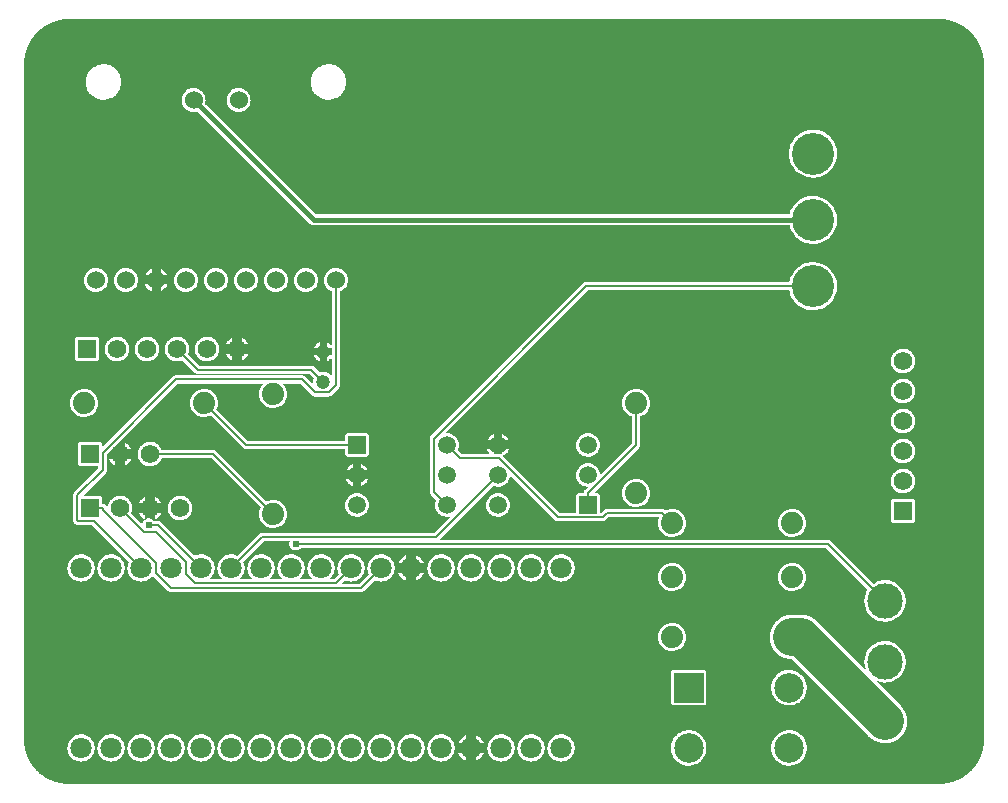
<source format=gtl>
G04 ---------------------------- Layer name :TOP LAYER*
G04 EasyEDA v5.6.15, Sat, 28 Jul 2018 02:00:14 GMT*
G04 7648dae5b10347d5bd033efbd386dee3*
G04 Gerber Generator version 0.2*
G04 Scale: 100 percent, Rotated: No, Reflected: No *
G04 Dimensions in inches *
G04 leading zeros omitted , absolute positions ,2 integer and 4 decimal *
%FSLAX24Y24*%
%MOIN*%
G90*
G70D02*

%ADD11C,0.008000*%
%ADD12C,0.128000*%
%ADD13C,0.016000*%
%ADD14C,0.024000*%
%ADD15R,0.059055X0.059055*%
%ADD16C,0.059055*%
%ADD17C,0.098425*%
%ADD18R,0.098425X0.098425*%
%ADD19C,0.047000*%
%ADD20C,0.074000*%
%ADD21C,0.062000*%
%ADD22R,0.062000X0.062000*%
%ADD23C,0.118110*%
%ADD24C,0.140000*%
%ADD25C,0.060000*%
%ADD26C,0.070866*%

%LPD*%
G36*
G01X1500Y0D02*
G01X1465Y0D01*
G01X1430Y1D01*
G01X1396Y3D01*
G01X1361Y6D01*
G01X1327Y9D01*
G01X1292Y14D01*
G01X1258Y19D01*
G01X1224Y25D01*
G01X1190Y32D01*
G01X1156Y39D01*
G01X1123Y48D01*
G01X1089Y57D01*
G01X1056Y67D01*
G01X1023Y77D01*
G01X990Y89D01*
G01X958Y101D01*
G01X926Y114D01*
G01X894Y127D01*
G01X862Y142D01*
G01X831Y157D01*
G01X800Y172D01*
G01X770Y189D01*
G01X740Y206D01*
G01X710Y224D01*
G01X681Y243D01*
G01X652Y262D01*
G01X624Y282D01*
G01X596Y302D01*
G01X568Y323D01*
G01X541Y345D01*
G01X515Y368D01*
G01X489Y391D01*
G01X464Y414D01*
G01X439Y439D01*
G01X415Y463D01*
G01X391Y489D01*
G01X368Y515D01*
G01X346Y541D01*
G01X324Y568D01*
G01X303Y595D01*
G01X282Y623D01*
G01X262Y651D01*
G01X243Y680D01*
G01X224Y709D01*
G01X207Y739D01*
G01X189Y769D01*
G01X173Y800D01*
G01X157Y830D01*
G01X142Y862D01*
G01X128Y893D01*
G01X114Y925D01*
G01X101Y957D01*
G01X89Y990D01*
G01X77Y1022D01*
G01X67Y1055D01*
G01X57Y1088D01*
G01X48Y1122D01*
G01X39Y1156D01*
G01X32Y1189D01*
G01X25Y1223D01*
G01X19Y1257D01*
G01X14Y1292D01*
G01X10Y1326D01*
G01X6Y1360D01*
G01X3Y1395D01*
G01X1Y1430D01*
G01X0Y1464D01*
G01X0Y1499D01*
G01X0Y24000D01*
G01X0Y24034D01*
G01X1Y24069D01*
G01X3Y24103D01*
G01X6Y24138D01*
G01X9Y24172D01*
G01X14Y24207D01*
G01X19Y24241D01*
G01X25Y24275D01*
G01X32Y24309D01*
G01X39Y24343D01*
G01X48Y24376D01*
G01X57Y24410D01*
G01X67Y24443D01*
G01X77Y24476D01*
G01X89Y24509D01*
G01X101Y24541D01*
G01X114Y24573D01*
G01X127Y24605D01*
G01X142Y24637D01*
G01X157Y24668D01*
G01X172Y24699D01*
G01X189Y24729D01*
G01X206Y24759D01*
G01X224Y24789D01*
G01X243Y24818D01*
G01X262Y24847D01*
G01X282Y24875D01*
G01X302Y24903D01*
G01X323Y24931D01*
G01X345Y24958D01*
G01X368Y24984D01*
G01X391Y25010D01*
G01X414Y25035D01*
G01X439Y25060D01*
G01X463Y25084D01*
G01X489Y25108D01*
G01X515Y25131D01*
G01X541Y25153D01*
G01X568Y25175D01*
G01X595Y25196D01*
G01X623Y25217D01*
G01X651Y25237D01*
G01X680Y25256D01*
G01X709Y25275D01*
G01X739Y25292D01*
G01X769Y25310D01*
G01X800Y25326D01*
G01X830Y25342D01*
G01X862Y25357D01*
G01X893Y25371D01*
G01X925Y25385D01*
G01X957Y25398D01*
G01X990Y25410D01*
G01X1022Y25422D01*
G01X1055Y25432D01*
G01X1088Y25442D01*
G01X1122Y25451D01*
G01X1156Y25460D01*
G01X1189Y25467D01*
G01X1223Y25474D01*
G01X1257Y25480D01*
G01X1292Y25485D01*
G01X1326Y25489D01*
G01X1360Y25493D01*
G01X1395Y25496D01*
G01X1430Y25498D01*
G01X1464Y25499D01*
G01X1499Y25500D01*
G01X30500Y25500D01*
G01X30534Y25499D01*
G01X30569Y25498D01*
G01X30603Y25496D01*
G01X30638Y25493D01*
G01X30672Y25490D01*
G01X30707Y25485D01*
G01X30741Y25480D01*
G01X30775Y25474D01*
G01X30809Y25467D01*
G01X30843Y25460D01*
G01X30876Y25451D01*
G01X30910Y25442D01*
G01X30943Y25432D01*
G01X30976Y25422D01*
G01X31009Y25410D01*
G01X31041Y25398D01*
G01X31073Y25385D01*
G01X31105Y25372D01*
G01X31137Y25357D01*
G01X31168Y25342D01*
G01X31199Y25327D01*
G01X31229Y25310D01*
G01X31259Y25293D01*
G01X31289Y25275D01*
G01X31318Y25256D01*
G01X31347Y25237D01*
G01X31375Y25217D01*
G01X31403Y25197D01*
G01X31431Y25176D01*
G01X31458Y25154D01*
G01X31484Y25131D01*
G01X31510Y25108D01*
G01X31535Y25085D01*
G01X31560Y25060D01*
G01X31584Y25036D01*
G01X31608Y25010D01*
G01X31631Y24984D01*
G01X31653Y24958D01*
G01X31675Y24931D01*
G01X31696Y24904D01*
G01X31717Y24876D01*
G01X31737Y24848D01*
G01X31756Y24819D01*
G01X31775Y24790D01*
G01X31793Y24760D01*
G01X31810Y24730D01*
G01X31826Y24699D01*
G01X31842Y24669D01*
G01X31857Y24637D01*
G01X31871Y24606D01*
G01X31885Y24574D01*
G01X31898Y24542D01*
G01X31910Y24509D01*
G01X31922Y24477D01*
G01X31932Y24444D01*
G01X31942Y24411D01*
G01X31951Y24377D01*
G01X31960Y24343D01*
G01X31967Y24310D01*
G01X31974Y24276D01*
G01X31980Y24242D01*
G01X31985Y24207D01*
G01X31989Y24173D01*
G01X31993Y24139D01*
G01X31996Y24104D01*
G01X31998Y24069D01*
G01X31999Y24035D01*
G01X32000Y24000D01*
G01X32000Y1500D01*
G01X31999Y1465D01*
G01X31998Y1430D01*
G01X31996Y1396D01*
G01X31993Y1361D01*
G01X31990Y1327D01*
G01X31985Y1292D01*
G01X31980Y1258D01*
G01X31974Y1224D01*
G01X31967Y1190D01*
G01X31960Y1156D01*
G01X31951Y1123D01*
G01X31942Y1089D01*
G01X31932Y1056D01*
G01X31922Y1023D01*
G01X31910Y990D01*
G01X31898Y958D01*
G01X31885Y926D01*
G01X31872Y894D01*
G01X31857Y862D01*
G01X31842Y831D01*
G01X31827Y800D01*
G01X31810Y770D01*
G01X31793Y740D01*
G01X31775Y710D01*
G01X31756Y681D01*
G01X31737Y652D01*
G01X31717Y624D01*
G01X31697Y596D01*
G01X31676Y568D01*
G01X31654Y541D01*
G01X31631Y515D01*
G01X31608Y489D01*
G01X31585Y464D01*
G01X31560Y439D01*
G01X31536Y415D01*
G01X31510Y391D01*
G01X31484Y368D01*
G01X31458Y346D01*
G01X31431Y324D01*
G01X31404Y303D01*
G01X31376Y282D01*
G01X31348Y262D01*
G01X31319Y243D01*
G01X31290Y224D01*
G01X31260Y207D01*
G01X31230Y189D01*
G01X31199Y173D01*
G01X31169Y157D01*
G01X31137Y142D01*
G01X31106Y128D01*
G01X31074Y114D01*
G01X31042Y101D01*
G01X31009Y89D01*
G01X30977Y77D01*
G01X30944Y67D01*
G01X30911Y57D01*
G01X30877Y48D01*
G01X30843Y39D01*
G01X30810Y32D01*
G01X30776Y25D01*
G01X30742Y19D01*
G01X30707Y14D01*
G01X30673Y10D01*
G01X30639Y6D01*
G01X30604Y3D01*
G01X30569Y1D01*
G01X30535Y0D01*
G01X30500Y0D01*
G01X1500Y0D01*
G37*

%LPC*%
G36*
G01X2635Y22808D02*
G01X2694Y22809D01*
G01X2752Y22816D01*
G01X2810Y22830D01*
G01X2866Y22848D01*
G01X2920Y22873D01*
G01X2971Y22902D01*
G01X3019Y22937D01*
G01X3063Y22976D01*
G01X3103Y23019D01*
G01X3139Y23066D01*
G01X3170Y23116D01*
G01X3195Y23169D01*
G01X3215Y23225D01*
G01X3230Y23282D01*
G01X3239Y23341D01*
G01X3242Y23400D01*
G01X3239Y23458D01*
G01X3230Y23517D01*
G01X3215Y23574D01*
G01X3195Y23630D01*
G01X3170Y23683D01*
G01X3139Y23733D01*
G01X3103Y23780D01*
G01X3063Y23823D01*
G01X3019Y23862D01*
G01X2971Y23897D01*
G01X2920Y23926D01*
G01X2866Y23951D01*
G01X2810Y23969D01*
G01X2752Y23983D01*
G01X2694Y23990D01*
G01X2635Y23991D01*
G01X2576Y23987D01*
G01X2518Y23977D01*
G01X2461Y23961D01*
G01X2406Y23939D01*
G01X2353Y23912D01*
G01X2304Y23880D01*
G01X2258Y23843D01*
G01X2215Y23802D01*
G01X2177Y23757D01*
G01X2144Y23708D01*
G01X2116Y23656D01*
G01X2093Y23602D01*
G01X2076Y23546D01*
G01X2064Y23488D01*
G01X2058Y23429D01*
G01X2058Y23370D01*
G01X2064Y23311D01*
G01X2076Y23253D01*
G01X2093Y23197D01*
G01X2116Y23143D01*
G01X2144Y23091D01*
G01X2177Y23042D01*
G01X2215Y22997D01*
G01X2258Y22956D01*
G01X2304Y22919D01*
G01X2353Y22887D01*
G01X2406Y22860D01*
G01X2461Y22838D01*
G01X2518Y22822D01*
G01X2576Y22812D01*
G01X2635Y22808D01*
G37*
G36*
G01X25485Y608D02*
G01X25544Y609D01*
G01X25602Y616D01*
G01X25660Y630D01*
G01X25716Y648D01*
G01X25770Y673D01*
G01X25821Y702D01*
G01X25869Y737D01*
G01X25913Y776D01*
G01X25953Y819D01*
G01X25989Y866D01*
G01X26020Y916D01*
G01X26045Y969D01*
G01X26065Y1025D01*
G01X26080Y1082D01*
G01X26089Y1141D01*
G01X26092Y1200D01*
G01X26089Y1258D01*
G01X26080Y1317D01*
G01X26065Y1374D01*
G01X26045Y1430D01*
G01X26020Y1483D01*
G01X25989Y1533D01*
G01X25953Y1580D01*
G01X25913Y1623D01*
G01X25869Y1662D01*
G01X25821Y1697D01*
G01X25770Y1726D01*
G01X25716Y1751D01*
G01X25660Y1769D01*
G01X25602Y1783D01*
G01X25544Y1790D01*
G01X25485Y1791D01*
G01X25426Y1787D01*
G01X25368Y1777D01*
G01X25311Y1761D01*
G01X25256Y1739D01*
G01X25203Y1712D01*
G01X25154Y1680D01*
G01X25108Y1643D01*
G01X25065Y1602D01*
G01X25027Y1557D01*
G01X24994Y1508D01*
G01X24966Y1456D01*
G01X24943Y1402D01*
G01X24926Y1346D01*
G01X24914Y1288D01*
G01X24908Y1229D01*
G01X24908Y1170D01*
G01X24914Y1111D01*
G01X24926Y1053D01*
G01X24943Y997D01*
G01X24966Y943D01*
G01X24994Y891D01*
G01X25027Y842D01*
G01X25065Y797D01*
G01X25108Y756D01*
G01X25154Y719D01*
G01X25203Y687D01*
G01X25256Y660D01*
G01X25311Y638D01*
G01X25368Y622D01*
G01X25426Y612D01*
G01X25485Y608D01*
G37*
G36*
G01X17888Y745D02*
G01X17933Y746D01*
G01X17978Y752D01*
G01X18023Y762D01*
G01X18065Y777D01*
G01X18107Y795D01*
G01X18146Y818D01*
G01X18183Y844D01*
G01X18217Y874D01*
G01X18248Y907D01*
G01X18275Y944D01*
G01X18298Y982D01*
G01X18318Y1023D01*
G01X18334Y1066D01*
G01X18345Y1109D01*
G01X18352Y1154D01*
G01X18354Y1200D01*
G01X18352Y1245D01*
G01X18345Y1290D01*
G01X18334Y1333D01*
G01X18318Y1376D01*
G01X18298Y1417D01*
G01X18275Y1455D01*
G01X18248Y1492D01*
G01X18217Y1525D01*
G01X18183Y1555D01*
G01X18146Y1581D01*
G01X18107Y1604D01*
G01X18065Y1622D01*
G01X18023Y1637D01*
G01X17978Y1647D01*
G01X17933Y1653D01*
G01X17888Y1654D01*
G01X17843Y1650D01*
G01X17798Y1642D01*
G01X17755Y1630D01*
G01X17713Y1614D01*
G01X17672Y1593D01*
G01X17634Y1568D01*
G01X17599Y1540D01*
G01X17566Y1509D01*
G01X17537Y1474D01*
G01X17512Y1436D01*
G01X17490Y1397D01*
G01X17473Y1355D01*
G01X17459Y1312D01*
G01X17450Y1267D01*
G01X17446Y1222D01*
G01X17446Y1177D01*
G01X17450Y1132D01*
G01X17459Y1087D01*
G01X17473Y1044D01*
G01X17490Y1002D01*
G01X17512Y963D01*
G01X17537Y925D01*
G01X17566Y890D01*
G01X17599Y859D01*
G01X17634Y831D01*
G01X17672Y806D01*
G01X17713Y785D01*
G01X17755Y769D01*
G01X17798Y757D01*
G01X17843Y749D01*
G01X17888Y745D01*
G37*
G36*
G01X16888Y745D02*
G01X16933Y746D01*
G01X16978Y752D01*
G01X17023Y762D01*
G01X17065Y777D01*
G01X17107Y795D01*
G01X17146Y818D01*
G01X17183Y844D01*
G01X17217Y874D01*
G01X17248Y907D01*
G01X17275Y944D01*
G01X17298Y982D01*
G01X17318Y1023D01*
G01X17334Y1066D01*
G01X17345Y1109D01*
G01X17352Y1154D01*
G01X17354Y1200D01*
G01X17352Y1245D01*
G01X17345Y1290D01*
G01X17334Y1333D01*
G01X17318Y1376D01*
G01X17298Y1417D01*
G01X17275Y1455D01*
G01X17248Y1492D01*
G01X17217Y1525D01*
G01X17183Y1555D01*
G01X17146Y1581D01*
G01X17107Y1604D01*
G01X17065Y1622D01*
G01X17023Y1637D01*
G01X16978Y1647D01*
G01X16933Y1653D01*
G01X16888Y1654D01*
G01X16843Y1650D01*
G01X16798Y1642D01*
G01X16755Y1630D01*
G01X16713Y1614D01*
G01X16672Y1593D01*
G01X16634Y1568D01*
G01X16599Y1540D01*
G01X16566Y1509D01*
G01X16537Y1474D01*
G01X16512Y1436D01*
G01X16490Y1397D01*
G01X16473Y1355D01*
G01X16459Y1312D01*
G01X16450Y1267D01*
G01X16446Y1222D01*
G01X16446Y1177D01*
G01X16450Y1132D01*
G01X16459Y1087D01*
G01X16473Y1044D01*
G01X16490Y1002D01*
G01X16512Y963D01*
G01X16537Y925D01*
G01X16566Y890D01*
G01X16599Y859D01*
G01X16634Y831D01*
G01X16672Y806D01*
G01X16713Y785D01*
G01X16755Y769D01*
G01X16798Y757D01*
G01X16843Y749D01*
G01X16888Y745D01*
G37*
G36*
G01X15888Y745D02*
G01X15933Y746D01*
G01X15978Y752D01*
G01X16023Y762D01*
G01X16065Y777D01*
G01X16107Y795D01*
G01X16146Y818D01*
G01X16183Y844D01*
G01X16217Y874D01*
G01X16248Y907D01*
G01X16275Y944D01*
G01X16298Y982D01*
G01X16318Y1023D01*
G01X16334Y1066D01*
G01X16345Y1109D01*
G01X16352Y1154D01*
G01X16354Y1200D01*
G01X16352Y1245D01*
G01X16345Y1290D01*
G01X16334Y1333D01*
G01X16318Y1376D01*
G01X16298Y1417D01*
G01X16275Y1455D01*
G01X16248Y1492D01*
G01X16217Y1525D01*
G01X16183Y1555D01*
G01X16146Y1581D01*
G01X16107Y1604D01*
G01X16065Y1622D01*
G01X16023Y1637D01*
G01X15978Y1647D01*
G01X15933Y1653D01*
G01X15888Y1654D01*
G01X15843Y1650D01*
G01X15798Y1642D01*
G01X15755Y1630D01*
G01X15713Y1614D01*
G01X15672Y1593D01*
G01X15634Y1568D01*
G01X15599Y1540D01*
G01X15566Y1509D01*
G01X15537Y1474D01*
G01X15512Y1436D01*
G01X15490Y1397D01*
G01X15473Y1355D01*
G01X15459Y1312D01*
G01X15450Y1267D01*
G01X15446Y1222D01*
G01X15446Y1177D01*
G01X15450Y1132D01*
G01X15459Y1087D01*
G01X15473Y1044D01*
G01X15490Y1002D01*
G01X15512Y963D01*
G01X15537Y925D01*
G01X15566Y890D01*
G01X15599Y859D01*
G01X15634Y831D01*
G01X15672Y806D01*
G01X15713Y785D01*
G01X15755Y769D01*
G01X15798Y757D01*
G01X15843Y749D01*
G01X15888Y745D01*
G37*
G36*
G01X13888Y745D02*
G01X13933Y746D01*
G01X13978Y752D01*
G01X14023Y762D01*
G01X14065Y777D01*
G01X14107Y795D01*
G01X14146Y818D01*
G01X14183Y844D01*
G01X14217Y874D01*
G01X14248Y907D01*
G01X14275Y944D01*
G01X14298Y982D01*
G01X14318Y1023D01*
G01X14334Y1066D01*
G01X14345Y1109D01*
G01X14352Y1154D01*
G01X14354Y1200D01*
G01X14352Y1245D01*
G01X14345Y1290D01*
G01X14334Y1333D01*
G01X14318Y1376D01*
G01X14298Y1417D01*
G01X14275Y1455D01*
G01X14248Y1492D01*
G01X14217Y1525D01*
G01X14183Y1555D01*
G01X14146Y1581D01*
G01X14107Y1604D01*
G01X14065Y1622D01*
G01X14023Y1637D01*
G01X13978Y1647D01*
G01X13933Y1653D01*
G01X13888Y1654D01*
G01X13843Y1650D01*
G01X13798Y1642D01*
G01X13755Y1630D01*
G01X13713Y1614D01*
G01X13672Y1593D01*
G01X13634Y1568D01*
G01X13599Y1540D01*
G01X13566Y1509D01*
G01X13537Y1474D01*
G01X13512Y1436D01*
G01X13490Y1397D01*
G01X13473Y1355D01*
G01X13459Y1312D01*
G01X13450Y1267D01*
G01X13446Y1222D01*
G01X13446Y1177D01*
G01X13450Y1132D01*
G01X13459Y1087D01*
G01X13473Y1044D01*
G01X13490Y1002D01*
G01X13512Y963D01*
G01X13537Y925D01*
G01X13566Y890D01*
G01X13599Y859D01*
G01X13634Y831D01*
G01X13672Y806D01*
G01X13713Y785D01*
G01X13755Y769D01*
G01X13798Y757D01*
G01X13843Y749D01*
G01X13888Y745D01*
G37*
G36*
G01X12888Y745D02*
G01X12933Y746D01*
G01X12978Y752D01*
G01X13023Y762D01*
G01X13065Y777D01*
G01X13107Y795D01*
G01X13146Y818D01*
G01X13183Y844D01*
G01X13217Y874D01*
G01X13248Y907D01*
G01X13275Y944D01*
G01X13298Y982D01*
G01X13318Y1023D01*
G01X13334Y1066D01*
G01X13345Y1109D01*
G01X13352Y1154D01*
G01X13354Y1200D01*
G01X13352Y1245D01*
G01X13345Y1290D01*
G01X13334Y1333D01*
G01X13318Y1376D01*
G01X13298Y1417D01*
G01X13275Y1455D01*
G01X13248Y1492D01*
G01X13217Y1525D01*
G01X13183Y1555D01*
G01X13146Y1581D01*
G01X13107Y1604D01*
G01X13065Y1622D01*
G01X13023Y1637D01*
G01X12978Y1647D01*
G01X12933Y1653D01*
G01X12888Y1654D01*
G01X12843Y1650D01*
G01X12798Y1642D01*
G01X12755Y1630D01*
G01X12713Y1614D01*
G01X12672Y1593D01*
G01X12634Y1568D01*
G01X12599Y1540D01*
G01X12566Y1509D01*
G01X12537Y1474D01*
G01X12512Y1436D01*
G01X12490Y1397D01*
G01X12473Y1355D01*
G01X12459Y1312D01*
G01X12450Y1267D01*
G01X12446Y1222D01*
G01X12446Y1177D01*
G01X12450Y1132D01*
G01X12459Y1087D01*
G01X12473Y1044D01*
G01X12490Y1002D01*
G01X12512Y963D01*
G01X12537Y925D01*
G01X12566Y890D01*
G01X12599Y859D01*
G01X12634Y831D01*
G01X12672Y806D01*
G01X12713Y785D01*
G01X12755Y769D01*
G01X12798Y757D01*
G01X12843Y749D01*
G01X12888Y745D01*
G37*
G36*
G01X11888Y745D02*
G01X11933Y746D01*
G01X11978Y752D01*
G01X12023Y762D01*
G01X12065Y777D01*
G01X12107Y795D01*
G01X12146Y818D01*
G01X12183Y844D01*
G01X12217Y874D01*
G01X12248Y907D01*
G01X12275Y944D01*
G01X12298Y982D01*
G01X12318Y1023D01*
G01X12334Y1066D01*
G01X12345Y1109D01*
G01X12352Y1154D01*
G01X12354Y1200D01*
G01X12352Y1245D01*
G01X12345Y1290D01*
G01X12334Y1333D01*
G01X12318Y1376D01*
G01X12298Y1417D01*
G01X12275Y1455D01*
G01X12248Y1492D01*
G01X12217Y1525D01*
G01X12183Y1555D01*
G01X12146Y1581D01*
G01X12107Y1604D01*
G01X12065Y1622D01*
G01X12023Y1637D01*
G01X11978Y1647D01*
G01X11933Y1653D01*
G01X11888Y1654D01*
G01X11843Y1650D01*
G01X11798Y1642D01*
G01X11755Y1630D01*
G01X11713Y1614D01*
G01X11672Y1593D01*
G01X11634Y1568D01*
G01X11599Y1540D01*
G01X11566Y1509D01*
G01X11537Y1474D01*
G01X11512Y1436D01*
G01X11490Y1397D01*
G01X11473Y1355D01*
G01X11459Y1312D01*
G01X11450Y1267D01*
G01X11446Y1222D01*
G01X11446Y1177D01*
G01X11450Y1132D01*
G01X11459Y1087D01*
G01X11473Y1044D01*
G01X11490Y1002D01*
G01X11512Y963D01*
G01X11537Y925D01*
G01X11566Y890D01*
G01X11599Y859D01*
G01X11634Y831D01*
G01X11672Y806D01*
G01X11713Y785D01*
G01X11755Y769D01*
G01X11798Y757D01*
G01X11843Y749D01*
G01X11888Y745D01*
G37*
G36*
G01X10888Y745D02*
G01X10933Y746D01*
G01X10978Y752D01*
G01X11023Y762D01*
G01X11065Y777D01*
G01X11107Y795D01*
G01X11146Y818D01*
G01X11183Y844D01*
G01X11217Y874D01*
G01X11248Y907D01*
G01X11275Y944D01*
G01X11298Y982D01*
G01X11318Y1023D01*
G01X11334Y1066D01*
G01X11345Y1109D01*
G01X11352Y1154D01*
G01X11354Y1200D01*
G01X11352Y1245D01*
G01X11345Y1290D01*
G01X11334Y1333D01*
G01X11318Y1376D01*
G01X11298Y1417D01*
G01X11275Y1455D01*
G01X11248Y1492D01*
G01X11217Y1525D01*
G01X11183Y1555D01*
G01X11146Y1581D01*
G01X11107Y1604D01*
G01X11065Y1622D01*
G01X11023Y1637D01*
G01X10978Y1647D01*
G01X10933Y1653D01*
G01X10888Y1654D01*
G01X10843Y1650D01*
G01X10798Y1642D01*
G01X10755Y1630D01*
G01X10713Y1614D01*
G01X10672Y1593D01*
G01X10634Y1568D01*
G01X10599Y1540D01*
G01X10566Y1509D01*
G01X10537Y1474D01*
G01X10512Y1436D01*
G01X10490Y1397D01*
G01X10473Y1355D01*
G01X10459Y1312D01*
G01X10450Y1267D01*
G01X10446Y1222D01*
G01X10446Y1177D01*
G01X10450Y1132D01*
G01X10459Y1087D01*
G01X10473Y1044D01*
G01X10490Y1002D01*
G01X10512Y963D01*
G01X10537Y925D01*
G01X10566Y890D01*
G01X10599Y859D01*
G01X10634Y831D01*
G01X10672Y806D01*
G01X10713Y785D01*
G01X10755Y769D01*
G01X10798Y757D01*
G01X10843Y749D01*
G01X10888Y745D01*
G37*
G36*
G01X9888Y745D02*
G01X9933Y746D01*
G01X9978Y752D01*
G01X10023Y762D01*
G01X10065Y777D01*
G01X10107Y795D01*
G01X10146Y818D01*
G01X10183Y844D01*
G01X10217Y874D01*
G01X10248Y907D01*
G01X10275Y944D01*
G01X10298Y982D01*
G01X10318Y1023D01*
G01X10334Y1066D01*
G01X10345Y1109D01*
G01X10352Y1154D01*
G01X10354Y1200D01*
G01X10352Y1245D01*
G01X10345Y1290D01*
G01X10334Y1333D01*
G01X10318Y1376D01*
G01X10298Y1417D01*
G01X10275Y1455D01*
G01X10248Y1492D01*
G01X10217Y1525D01*
G01X10183Y1555D01*
G01X10146Y1581D01*
G01X10107Y1604D01*
G01X10065Y1622D01*
G01X10023Y1637D01*
G01X9978Y1647D01*
G01X9933Y1653D01*
G01X9888Y1654D01*
G01X9843Y1650D01*
G01X9798Y1642D01*
G01X9755Y1630D01*
G01X9713Y1614D01*
G01X9672Y1593D01*
G01X9634Y1568D01*
G01X9599Y1540D01*
G01X9566Y1509D01*
G01X9537Y1474D01*
G01X9512Y1436D01*
G01X9490Y1397D01*
G01X9473Y1355D01*
G01X9459Y1312D01*
G01X9450Y1267D01*
G01X9446Y1222D01*
G01X9446Y1177D01*
G01X9450Y1132D01*
G01X9459Y1087D01*
G01X9473Y1044D01*
G01X9490Y1002D01*
G01X9512Y963D01*
G01X9537Y925D01*
G01X9566Y890D01*
G01X9599Y859D01*
G01X9634Y831D01*
G01X9672Y806D01*
G01X9713Y785D01*
G01X9755Y769D01*
G01X9798Y757D01*
G01X9843Y749D01*
G01X9888Y745D01*
G37*
G36*
G01X8888Y745D02*
G01X8933Y746D01*
G01X8978Y752D01*
G01X9023Y762D01*
G01X9065Y777D01*
G01X9107Y795D01*
G01X9146Y818D01*
G01X9183Y844D01*
G01X9217Y874D01*
G01X9248Y907D01*
G01X9275Y944D01*
G01X9298Y982D01*
G01X9318Y1023D01*
G01X9334Y1066D01*
G01X9345Y1109D01*
G01X9352Y1154D01*
G01X9354Y1200D01*
G01X9352Y1245D01*
G01X9345Y1290D01*
G01X9334Y1333D01*
G01X9318Y1376D01*
G01X9298Y1417D01*
G01X9275Y1455D01*
G01X9248Y1492D01*
G01X9217Y1525D01*
G01X9183Y1555D01*
G01X9146Y1581D01*
G01X9107Y1604D01*
G01X9065Y1622D01*
G01X9023Y1637D01*
G01X8978Y1647D01*
G01X8933Y1653D01*
G01X8888Y1654D01*
G01X8843Y1650D01*
G01X8798Y1642D01*
G01X8755Y1630D01*
G01X8713Y1614D01*
G01X8672Y1593D01*
G01X8634Y1568D01*
G01X8599Y1540D01*
G01X8566Y1509D01*
G01X8537Y1474D01*
G01X8512Y1436D01*
G01X8490Y1397D01*
G01X8473Y1355D01*
G01X8459Y1312D01*
G01X8450Y1267D01*
G01X8446Y1222D01*
G01X8446Y1177D01*
G01X8450Y1132D01*
G01X8459Y1087D01*
G01X8473Y1044D01*
G01X8490Y1002D01*
G01X8512Y963D01*
G01X8537Y925D01*
G01X8566Y890D01*
G01X8599Y859D01*
G01X8634Y831D01*
G01X8672Y806D01*
G01X8713Y785D01*
G01X8755Y769D01*
G01X8798Y757D01*
G01X8843Y749D01*
G01X8888Y745D01*
G37*
G36*
G01X7888Y745D02*
G01X7933Y746D01*
G01X7978Y752D01*
G01X8023Y762D01*
G01X8065Y777D01*
G01X8107Y795D01*
G01X8146Y818D01*
G01X8183Y844D01*
G01X8217Y874D01*
G01X8248Y907D01*
G01X8275Y944D01*
G01X8298Y982D01*
G01X8318Y1023D01*
G01X8334Y1066D01*
G01X8345Y1109D01*
G01X8352Y1154D01*
G01X8354Y1200D01*
G01X8352Y1245D01*
G01X8345Y1290D01*
G01X8334Y1333D01*
G01X8318Y1376D01*
G01X8298Y1417D01*
G01X8275Y1455D01*
G01X8248Y1492D01*
G01X8217Y1525D01*
G01X8183Y1555D01*
G01X8146Y1581D01*
G01X8107Y1604D01*
G01X8065Y1622D01*
G01X8023Y1637D01*
G01X7978Y1647D01*
G01X7933Y1653D01*
G01X7888Y1654D01*
G01X7843Y1650D01*
G01X7798Y1642D01*
G01X7755Y1630D01*
G01X7713Y1614D01*
G01X7672Y1593D01*
G01X7634Y1568D01*
G01X7599Y1540D01*
G01X7566Y1509D01*
G01X7537Y1474D01*
G01X7512Y1436D01*
G01X7490Y1397D01*
G01X7473Y1355D01*
G01X7459Y1312D01*
G01X7450Y1267D01*
G01X7446Y1222D01*
G01X7446Y1177D01*
G01X7450Y1132D01*
G01X7459Y1087D01*
G01X7473Y1044D01*
G01X7490Y1002D01*
G01X7512Y963D01*
G01X7537Y925D01*
G01X7566Y890D01*
G01X7599Y859D01*
G01X7634Y831D01*
G01X7672Y806D01*
G01X7713Y785D01*
G01X7755Y769D01*
G01X7798Y757D01*
G01X7843Y749D01*
G01X7888Y745D01*
G37*
G36*
G01X6888Y745D02*
G01X6933Y746D01*
G01X6978Y752D01*
G01X7023Y762D01*
G01X7065Y777D01*
G01X7107Y795D01*
G01X7146Y818D01*
G01X7183Y844D01*
G01X7217Y874D01*
G01X7248Y907D01*
G01X7275Y944D01*
G01X7298Y982D01*
G01X7318Y1023D01*
G01X7334Y1066D01*
G01X7345Y1109D01*
G01X7352Y1154D01*
G01X7354Y1200D01*
G01X7352Y1245D01*
G01X7345Y1290D01*
G01X7334Y1333D01*
G01X7318Y1376D01*
G01X7298Y1417D01*
G01X7275Y1455D01*
G01X7248Y1492D01*
G01X7217Y1525D01*
G01X7183Y1555D01*
G01X7146Y1581D01*
G01X7107Y1604D01*
G01X7065Y1622D01*
G01X7023Y1637D01*
G01X6978Y1647D01*
G01X6933Y1653D01*
G01X6888Y1654D01*
G01X6843Y1650D01*
G01X6798Y1642D01*
G01X6755Y1630D01*
G01X6713Y1614D01*
G01X6672Y1593D01*
G01X6634Y1568D01*
G01X6599Y1540D01*
G01X6566Y1509D01*
G01X6537Y1474D01*
G01X6512Y1436D01*
G01X6490Y1397D01*
G01X6473Y1355D01*
G01X6459Y1312D01*
G01X6450Y1267D01*
G01X6446Y1222D01*
G01X6446Y1177D01*
G01X6450Y1132D01*
G01X6459Y1087D01*
G01X6473Y1044D01*
G01X6490Y1002D01*
G01X6512Y963D01*
G01X6537Y925D01*
G01X6566Y890D01*
G01X6599Y859D01*
G01X6634Y831D01*
G01X6672Y806D01*
G01X6713Y785D01*
G01X6755Y769D01*
G01X6798Y757D01*
G01X6843Y749D01*
G01X6888Y745D01*
G37*
G36*
G01X5888Y745D02*
G01X5933Y746D01*
G01X5978Y752D01*
G01X6023Y762D01*
G01X6065Y777D01*
G01X6107Y795D01*
G01X6146Y818D01*
G01X6183Y844D01*
G01X6217Y874D01*
G01X6248Y907D01*
G01X6275Y944D01*
G01X6298Y982D01*
G01X6318Y1023D01*
G01X6334Y1066D01*
G01X6345Y1109D01*
G01X6352Y1154D01*
G01X6354Y1200D01*
G01X6352Y1245D01*
G01X6345Y1290D01*
G01X6334Y1333D01*
G01X6318Y1376D01*
G01X6298Y1417D01*
G01X6275Y1455D01*
G01X6248Y1492D01*
G01X6217Y1525D01*
G01X6183Y1555D01*
G01X6146Y1581D01*
G01X6107Y1604D01*
G01X6065Y1622D01*
G01X6023Y1637D01*
G01X5978Y1647D01*
G01X5933Y1653D01*
G01X5888Y1654D01*
G01X5843Y1650D01*
G01X5798Y1642D01*
G01X5755Y1630D01*
G01X5713Y1614D01*
G01X5672Y1593D01*
G01X5634Y1568D01*
G01X5599Y1540D01*
G01X5566Y1509D01*
G01X5537Y1474D01*
G01X5512Y1436D01*
G01X5490Y1397D01*
G01X5473Y1355D01*
G01X5459Y1312D01*
G01X5450Y1267D01*
G01X5446Y1222D01*
G01X5446Y1177D01*
G01X5450Y1132D01*
G01X5459Y1087D01*
G01X5473Y1044D01*
G01X5490Y1002D01*
G01X5512Y963D01*
G01X5537Y925D01*
G01X5566Y890D01*
G01X5599Y859D01*
G01X5634Y831D01*
G01X5672Y806D01*
G01X5713Y785D01*
G01X5755Y769D01*
G01X5798Y757D01*
G01X5843Y749D01*
G01X5888Y745D01*
G37*
G36*
G01X4888Y745D02*
G01X4933Y746D01*
G01X4978Y752D01*
G01X5023Y762D01*
G01X5065Y777D01*
G01X5107Y795D01*
G01X5146Y818D01*
G01X5183Y844D01*
G01X5217Y874D01*
G01X5248Y907D01*
G01X5275Y944D01*
G01X5298Y982D01*
G01X5318Y1023D01*
G01X5334Y1066D01*
G01X5345Y1109D01*
G01X5352Y1154D01*
G01X5354Y1200D01*
G01X5352Y1245D01*
G01X5345Y1290D01*
G01X5334Y1333D01*
G01X5318Y1376D01*
G01X5298Y1417D01*
G01X5275Y1455D01*
G01X5248Y1492D01*
G01X5217Y1525D01*
G01X5183Y1555D01*
G01X5146Y1581D01*
G01X5107Y1604D01*
G01X5065Y1622D01*
G01X5023Y1637D01*
G01X4978Y1647D01*
G01X4933Y1653D01*
G01X4888Y1654D01*
G01X4843Y1650D01*
G01X4798Y1642D01*
G01X4755Y1630D01*
G01X4713Y1614D01*
G01X4672Y1593D01*
G01X4634Y1568D01*
G01X4599Y1540D01*
G01X4566Y1509D01*
G01X4537Y1474D01*
G01X4512Y1436D01*
G01X4490Y1397D01*
G01X4473Y1355D01*
G01X4459Y1312D01*
G01X4450Y1267D01*
G01X4446Y1222D01*
G01X4446Y1177D01*
G01X4450Y1132D01*
G01X4459Y1087D01*
G01X4473Y1044D01*
G01X4490Y1002D01*
G01X4512Y963D01*
G01X4537Y925D01*
G01X4566Y890D01*
G01X4599Y859D01*
G01X4634Y831D01*
G01X4672Y806D01*
G01X4713Y785D01*
G01X4755Y769D01*
G01X4798Y757D01*
G01X4843Y749D01*
G01X4888Y745D01*
G37*
G36*
G01X3888Y745D02*
G01X3933Y746D01*
G01X3978Y752D01*
G01X4023Y762D01*
G01X4065Y777D01*
G01X4107Y795D01*
G01X4146Y818D01*
G01X4183Y844D01*
G01X4217Y874D01*
G01X4248Y907D01*
G01X4275Y944D01*
G01X4298Y982D01*
G01X4318Y1023D01*
G01X4334Y1066D01*
G01X4345Y1109D01*
G01X4352Y1154D01*
G01X4354Y1200D01*
G01X4352Y1245D01*
G01X4345Y1290D01*
G01X4334Y1333D01*
G01X4318Y1376D01*
G01X4298Y1417D01*
G01X4275Y1455D01*
G01X4248Y1492D01*
G01X4217Y1525D01*
G01X4183Y1555D01*
G01X4146Y1581D01*
G01X4107Y1604D01*
G01X4065Y1622D01*
G01X4023Y1637D01*
G01X3978Y1647D01*
G01X3933Y1653D01*
G01X3888Y1654D01*
G01X3843Y1650D01*
G01X3798Y1642D01*
G01X3755Y1630D01*
G01X3713Y1614D01*
G01X3672Y1593D01*
G01X3634Y1568D01*
G01X3599Y1540D01*
G01X3566Y1509D01*
G01X3537Y1474D01*
G01X3512Y1436D01*
G01X3490Y1397D01*
G01X3473Y1355D01*
G01X3459Y1312D01*
G01X3450Y1267D01*
G01X3446Y1222D01*
G01X3446Y1177D01*
G01X3450Y1132D01*
G01X3459Y1087D01*
G01X3473Y1044D01*
G01X3490Y1002D01*
G01X3512Y963D01*
G01X3537Y925D01*
G01X3566Y890D01*
G01X3599Y859D01*
G01X3634Y831D01*
G01X3672Y806D01*
G01X3713Y785D01*
G01X3755Y769D01*
G01X3798Y757D01*
G01X3843Y749D01*
G01X3888Y745D01*
G37*
G36*
G01X2888Y745D02*
G01X2933Y746D01*
G01X2978Y752D01*
G01X3023Y762D01*
G01X3065Y777D01*
G01X3107Y795D01*
G01X3146Y818D01*
G01X3183Y844D01*
G01X3217Y874D01*
G01X3248Y907D01*
G01X3275Y944D01*
G01X3298Y982D01*
G01X3318Y1023D01*
G01X3334Y1066D01*
G01X3345Y1109D01*
G01X3352Y1154D01*
G01X3354Y1200D01*
G01X3352Y1245D01*
G01X3345Y1290D01*
G01X3334Y1333D01*
G01X3318Y1376D01*
G01X3298Y1417D01*
G01X3275Y1455D01*
G01X3248Y1492D01*
G01X3217Y1525D01*
G01X3183Y1555D01*
G01X3146Y1581D01*
G01X3107Y1604D01*
G01X3065Y1622D01*
G01X3023Y1637D01*
G01X2978Y1647D01*
G01X2933Y1653D01*
G01X2888Y1654D01*
G01X2843Y1650D01*
G01X2798Y1642D01*
G01X2755Y1630D01*
G01X2713Y1614D01*
G01X2672Y1593D01*
G01X2634Y1568D01*
G01X2599Y1540D01*
G01X2566Y1509D01*
G01X2537Y1474D01*
G01X2512Y1436D01*
G01X2490Y1397D01*
G01X2473Y1355D01*
G01X2459Y1312D01*
G01X2450Y1267D01*
G01X2446Y1222D01*
G01X2446Y1177D01*
G01X2450Y1132D01*
G01X2459Y1087D01*
G01X2473Y1044D01*
G01X2490Y1002D01*
G01X2512Y963D01*
G01X2537Y925D01*
G01X2566Y890D01*
G01X2599Y859D01*
G01X2634Y831D01*
G01X2672Y806D01*
G01X2713Y785D01*
G01X2755Y769D01*
G01X2798Y757D01*
G01X2843Y749D01*
G01X2888Y745D01*
G37*
G36*
G01X1888Y745D02*
G01X1933Y746D01*
G01X1978Y752D01*
G01X2023Y762D01*
G01X2065Y777D01*
G01X2107Y795D01*
G01X2146Y818D01*
G01X2183Y844D01*
G01X2217Y874D01*
G01X2248Y907D01*
G01X2275Y944D01*
G01X2298Y982D01*
G01X2318Y1023D01*
G01X2334Y1066D01*
G01X2345Y1109D01*
G01X2352Y1154D01*
G01X2354Y1200D01*
G01X2352Y1245D01*
G01X2345Y1290D01*
G01X2334Y1333D01*
G01X2318Y1376D01*
G01X2298Y1417D01*
G01X2275Y1455D01*
G01X2248Y1492D01*
G01X2217Y1525D01*
G01X2183Y1555D01*
G01X2146Y1581D01*
G01X2107Y1604D01*
G01X2065Y1622D01*
G01X2023Y1637D01*
G01X1978Y1647D01*
G01X1933Y1653D01*
G01X1888Y1654D01*
G01X1843Y1650D01*
G01X1798Y1642D01*
G01X1755Y1630D01*
G01X1713Y1614D01*
G01X1672Y1593D01*
G01X1634Y1568D01*
G01X1599Y1540D01*
G01X1566Y1509D01*
G01X1537Y1474D01*
G01X1512Y1436D01*
G01X1490Y1397D01*
G01X1473Y1355D01*
G01X1459Y1312D01*
G01X1450Y1267D01*
G01X1446Y1222D01*
G01X1446Y1177D01*
G01X1450Y1132D01*
G01X1459Y1087D01*
G01X1473Y1044D01*
G01X1490Y1002D01*
G01X1512Y963D01*
G01X1537Y925D01*
G01X1566Y890D01*
G01X1599Y859D01*
G01X1634Y831D01*
G01X1672Y806D01*
G01X1713Y785D01*
G01X1755Y769D01*
G01X1798Y757D01*
G01X1843Y749D01*
G01X1888Y745D01*
G37*
G36*
G01X14722Y782D02*
G01X14722Y1022D01*
G01X14482Y1022D01*
G01X14490Y1002D01*
G01X14512Y963D01*
G01X14537Y925D01*
G01X14566Y890D01*
G01X14599Y859D01*
G01X14634Y831D01*
G01X14672Y806D01*
G01X14713Y785D01*
G01X14722Y782D01*
G37*
G36*
G01X15077Y782D02*
G01X15107Y795D01*
G01X15146Y818D01*
G01X15183Y844D01*
G01X15217Y874D01*
G01X15248Y907D01*
G01X15275Y944D01*
G01X15298Y982D01*
G01X15318Y1022D01*
G01X15077Y1022D01*
G01X15077Y782D01*
G37*
G36*
G01X28709Y1360D02*
G01X28746Y1361D01*
G01X28782Y1364D01*
G01X28819Y1369D01*
G01X28855Y1376D01*
G01X28891Y1385D01*
G01X28926Y1395D01*
G01X28961Y1407D01*
G01X28995Y1421D01*
G01X29029Y1437D01*
G01X29061Y1454D01*
G01X29093Y1473D01*
G01X29124Y1493D01*
G01X29154Y1515D01*
G01X29182Y1539D01*
G01X29210Y1563D01*
G01X29236Y1589D01*
G01X29260Y1617D01*
G01X29284Y1645D01*
G01X29306Y1675D01*
G01X29326Y1706D01*
G01X29345Y1738D01*
G01X29362Y1770D01*
G01X29378Y1804D01*
G01X29392Y1838D01*
G01X29404Y1873D01*
G01X29414Y1908D01*
G01X29423Y1944D01*
G01X29430Y1980D01*
G01X29435Y2017D01*
G01X29438Y2053D01*
G01X29439Y2090D01*
G01X29439Y2127D01*
G01X29437Y2164D01*
G01X29433Y2201D01*
G01X29427Y2237D01*
G01X29419Y2273D01*
G01X29409Y2309D01*
G01X29398Y2344D01*
G01X29385Y2378D01*
G01X29370Y2412D01*
G01X29354Y2445D01*
G01X29336Y2477D01*
G01X29316Y2509D01*
G01X29295Y2539D01*
G01X29272Y2568D01*
G01X29248Y2596D01*
G01X29223Y2623D01*
G01X28399Y3447D01*
G01X28415Y3438D01*
G01X28480Y3413D01*
G01X28546Y3394D01*
G01X28614Y3382D01*
G01X28682Y3377D01*
G01X28751Y3379D01*
G01X28819Y3387D01*
G01X28887Y3403D01*
G01X28952Y3425D01*
G01X29015Y3453D01*
G01X29074Y3487D01*
G01X29130Y3528D01*
G01X29182Y3573D01*
G01X29228Y3624D01*
G01X29270Y3678D01*
G01X29306Y3737D01*
G01X29336Y3799D01*
G01X29359Y3864D01*
G01X29376Y3931D01*
G01X29387Y3999D01*
G01X29390Y4067D01*
G01X29387Y4136D01*
G01X29376Y4204D01*
G01X29359Y4271D01*
G01X29336Y4336D01*
G01X29306Y4398D01*
G01X29270Y4457D01*
G01X29228Y4511D01*
G01X29182Y4562D01*
G01X29130Y4607D01*
G01X29074Y4648D01*
G01X29015Y4682D01*
G01X28952Y4710D01*
G01X28887Y4732D01*
G01X28819Y4748D01*
G01X28751Y4756D01*
G01X28682Y4758D01*
G01X28614Y4753D01*
G01X28546Y4741D01*
G01X28480Y4722D01*
G01X28415Y4697D01*
G01X28354Y4666D01*
G01X28296Y4628D01*
G01X28243Y4585D01*
G01X28193Y4537D01*
G01X28149Y4484D01*
G01X28110Y4428D01*
G01X28077Y4367D01*
G01X28051Y4304D01*
G01X28030Y4238D01*
G01X28017Y4170D01*
G01X28010Y4102D01*
G01X28010Y4033D01*
G01X28017Y3965D01*
G01X28030Y3897D01*
G01X28051Y3831D01*
G01X28077Y3768D01*
G01X26423Y5423D01*
G01X26415Y5431D01*
G01X26407Y5438D01*
G01X26399Y5446D01*
G01X26390Y5453D01*
G01X26382Y5461D01*
G01X26373Y5468D01*
G01X26365Y5475D01*
G01X26356Y5482D01*
G01X26347Y5489D01*
G01X26338Y5496D01*
G01X26329Y5502D01*
G01X26320Y5509D01*
G01X26311Y5515D01*
G01X26301Y5521D01*
G01X26292Y5527D01*
G01X26282Y5533D01*
G01X26273Y5538D01*
G01X26263Y5544D01*
G01X26253Y5549D01*
G01X26243Y5555D01*
G01X26233Y5560D01*
G01X26223Y5565D01*
G01X26213Y5570D01*
G01X26203Y5574D01*
G01X26193Y5579D01*
G01X26183Y5583D01*
G01X26172Y5587D01*
G01X26162Y5591D01*
G01X26151Y5595D01*
G01X26141Y5599D01*
G01X26130Y5603D01*
G01X26120Y5606D01*
G01X26109Y5609D01*
G01X26098Y5612D01*
G01X26087Y5615D01*
G01X26077Y5618D01*
G01X26066Y5621D01*
G01X26055Y5623D01*
G01X26044Y5625D01*
G01X26033Y5627D01*
G01X26022Y5629D01*
G01X26011Y5631D01*
G01X26000Y5633D01*
G01X25989Y5634D01*
G01X25978Y5635D01*
G01X25966Y5636D01*
G01X25955Y5637D01*
G01X25944Y5638D01*
G01X25933Y5639D01*
G01X25922Y5639D01*
G01X25911Y5639D01*
G01X25900Y5640D01*
G01X25600Y5640D01*
G01X25563Y5639D01*
G01X25526Y5636D01*
G01X25489Y5631D01*
G01X25453Y5625D01*
G01X25417Y5617D01*
G01X25381Y5607D01*
G01X25346Y5595D01*
G01X25312Y5581D01*
G01X25278Y5566D01*
G01X25246Y5549D01*
G01X25214Y5531D01*
G01X25183Y5511D01*
G01X25153Y5489D01*
G01X25124Y5466D01*
G01X25096Y5442D01*
G01X25070Y5416D01*
G01X25045Y5389D01*
G01X25021Y5361D01*
G01X24999Y5331D01*
G01X24978Y5301D01*
G01X24959Y5269D01*
G01X24941Y5237D01*
G01X24925Y5204D01*
G01X24911Y5170D01*
G01X24898Y5135D01*
G01X24887Y5100D01*
G01X24878Y5064D01*
G01X24871Y5028D01*
G01X24865Y4992D01*
G01X24862Y4955D01*
G01X24860Y4918D01*
G01X24860Y4881D01*
G01X24862Y4844D01*
G01X24865Y4807D01*
G01X24871Y4771D01*
G01X24878Y4735D01*
G01X24887Y4699D01*
G01X24898Y4664D01*
G01X24911Y4629D01*
G01X24925Y4595D01*
G01X24941Y4562D01*
G01X24959Y4530D01*
G01X24978Y4498D01*
G01X24999Y4468D01*
G01X25021Y4438D01*
G01X25045Y4410D01*
G01X25070Y4383D01*
G01X25096Y4357D01*
G01X25124Y4333D01*
G01X25153Y4310D01*
G01X25183Y4288D01*
G01X25214Y4268D01*
G01X25246Y4250D01*
G01X25278Y4233D01*
G01X25312Y4218D01*
G01X25346Y4204D01*
G01X25381Y4192D01*
G01X25417Y4182D01*
G01X25453Y4174D01*
G01X25489Y4168D01*
G01X25526Y4163D01*
G01X25563Y4160D01*
G01X25593Y4160D01*
G01X28176Y1576D01*
G01X28203Y1551D01*
G01X28231Y1527D01*
G01X28260Y1504D01*
G01X28290Y1483D01*
G01X28322Y1463D01*
G01X28354Y1445D01*
G01X28387Y1429D01*
G01X28421Y1414D01*
G01X28455Y1401D01*
G01X28490Y1390D01*
G01X28526Y1380D01*
G01X28562Y1372D01*
G01X28598Y1366D01*
G01X28635Y1362D01*
G01X28672Y1360D01*
G01X28709Y1360D01*
G37*
G36*
G01X15077Y1377D02*
G01X15318Y1377D01*
G01X15298Y1417D01*
G01X15275Y1455D01*
G01X15248Y1492D01*
G01X15217Y1525D01*
G01X15183Y1555D01*
G01X15146Y1581D01*
G01X15107Y1604D01*
G01X15077Y1617D01*
G01X15077Y1377D01*
G37*
G36*
G01X14482Y1377D02*
G01X14722Y1377D01*
G01X14722Y1617D01*
G01X14713Y1614D01*
G01X14672Y1593D01*
G01X14634Y1568D01*
G01X14599Y1540D01*
G01X14566Y1509D01*
G01X14537Y1474D01*
G01X14512Y1436D01*
G01X14490Y1397D01*
G01X14482Y1377D01*
G37*
G36*
G01X25485Y2615D02*
G01X25544Y2617D01*
G01X25602Y2624D01*
G01X25660Y2637D01*
G01X25716Y2656D01*
G01X25770Y2680D01*
G01X25821Y2710D01*
G01X25869Y2744D01*
G01X25913Y2783D01*
G01X25953Y2827D01*
G01X25989Y2874D01*
G01X26020Y2924D01*
G01X26045Y2977D01*
G01X26065Y3033D01*
G01X26080Y3090D01*
G01X26089Y3148D01*
G01X26092Y3207D01*
G01X26089Y3266D01*
G01X26080Y3325D01*
G01X26065Y3382D01*
G01X26045Y3437D01*
G01X26020Y3490D01*
G01X25989Y3541D01*
G01X25953Y3588D01*
G01X25913Y3631D01*
G01X25869Y3670D01*
G01X25821Y3705D01*
G01X25770Y3734D01*
G01X25716Y3759D01*
G01X25660Y3777D01*
G01X25602Y3790D01*
G01X25544Y3798D01*
G01X25485Y3799D01*
G01X25426Y3795D01*
G01X25368Y3785D01*
G01X25311Y3769D01*
G01X25256Y3747D01*
G01X25203Y3720D01*
G01X25154Y3688D01*
G01X25108Y3651D01*
G01X25065Y3610D01*
G01X25027Y3565D01*
G01X24994Y3516D01*
G01X24966Y3464D01*
G01X24943Y3410D01*
G01X24926Y3353D01*
G01X24914Y3296D01*
G01X24908Y3237D01*
G01X24908Y3178D01*
G01X24914Y3119D01*
G01X24926Y3061D01*
G01X24943Y3005D01*
G01X24966Y2950D01*
G01X24994Y2899D01*
G01X25027Y2850D01*
G01X25065Y2805D01*
G01X25108Y2763D01*
G01X25154Y2727D01*
G01X25203Y2694D01*
G01X25256Y2668D01*
G01X25311Y2646D01*
G01X25368Y2630D01*
G01X25426Y2620D01*
G01X25485Y2615D01*
G37*
G36*
G01X21660Y2615D02*
G01X22646Y2615D01*
G01X22650Y2616D01*
G01X22654Y2616D01*
G01X22658Y2616D01*
G01X22662Y2617D01*
G01X22666Y2618D01*
G01X22670Y2619D01*
G01X22674Y2620D01*
G01X22678Y2621D01*
G01X22682Y2622D01*
G01X22686Y2624D01*
G01X22689Y2626D01*
G01X22693Y2628D01*
G01X22697Y2630D01*
G01X22700Y2632D01*
G01X22704Y2634D01*
G01X22707Y2637D01*
G01X22710Y2639D01*
G01X22713Y2642D01*
G01X22716Y2645D01*
G01X22719Y2648D01*
G01X22722Y2651D01*
G01X22724Y2654D01*
G01X22727Y2657D01*
G01X22729Y2661D01*
G01X22731Y2664D01*
G01X22733Y2668D01*
G01X22735Y2672D01*
G01X22737Y2675D01*
G01X22739Y2679D01*
G01X22740Y2683D01*
G01X22741Y2687D01*
G01X22742Y2691D01*
G01X22743Y2695D01*
G01X22744Y2699D01*
G01X22745Y2703D01*
G01X22745Y2707D01*
G01X22745Y2711D01*
G01X22746Y2715D01*
G01X22746Y3700D01*
G01X22745Y3704D01*
G01X22745Y3708D01*
G01X22745Y3712D01*
G01X22744Y3716D01*
G01X22743Y3720D01*
G01X22742Y3724D01*
G01X22741Y3728D01*
G01X22740Y3732D01*
G01X22739Y3736D01*
G01X22737Y3740D01*
G01X22735Y3743D01*
G01X22733Y3747D01*
G01X22731Y3751D01*
G01X22729Y3754D01*
G01X22727Y3758D01*
G01X22724Y3761D01*
G01X22722Y3764D01*
G01X22719Y3767D01*
G01X22716Y3770D01*
G01X22713Y3773D01*
G01X22710Y3776D01*
G01X22707Y3778D01*
G01X22704Y3781D01*
G01X22700Y3783D01*
G01X22697Y3785D01*
G01X22693Y3787D01*
G01X22689Y3789D01*
G01X22686Y3791D01*
G01X22682Y3793D01*
G01X22678Y3794D01*
G01X22674Y3795D01*
G01X22670Y3796D01*
G01X22666Y3797D01*
G01X22662Y3798D01*
G01X22658Y3799D01*
G01X22654Y3799D01*
G01X22650Y3799D01*
G01X22646Y3800D01*
G01X21660Y3800D01*
G01X21656Y3799D01*
G01X21652Y3799D01*
G01X21648Y3799D01*
G01X21644Y3798D01*
G01X21640Y3797D01*
G01X21636Y3796D01*
G01X21632Y3795D01*
G01X21628Y3794D01*
G01X21624Y3793D01*
G01X21620Y3791D01*
G01X21617Y3789D01*
G01X21613Y3787D01*
G01X21609Y3785D01*
G01X21606Y3783D01*
G01X21602Y3781D01*
G01X21599Y3778D01*
G01X21596Y3776D01*
G01X21593Y3773D01*
G01X21590Y3770D01*
G01X21587Y3767D01*
G01X21584Y3764D01*
G01X21582Y3761D01*
G01X21579Y3758D01*
G01X21577Y3754D01*
G01X21575Y3751D01*
G01X21573Y3747D01*
G01X21571Y3743D01*
G01X21569Y3740D01*
G01X21567Y3736D01*
G01X21566Y3732D01*
G01X21565Y3728D01*
G01X21564Y3724D01*
G01X21563Y3720D01*
G01X21562Y3716D01*
G01X21561Y3712D01*
G01X21561Y3708D01*
G01X21561Y3704D01*
G01X21560Y3700D01*
G01X21560Y2715D01*
G01X21561Y2711D01*
G01X21561Y2707D01*
G01X21561Y2703D01*
G01X21562Y2699D01*
G01X21563Y2695D01*
G01X21564Y2691D01*
G01X21565Y2687D01*
G01X21566Y2683D01*
G01X21567Y2679D01*
G01X21569Y2675D01*
G01X21571Y2672D01*
G01X21573Y2668D01*
G01X21575Y2664D01*
G01X21577Y2661D01*
G01X21579Y2657D01*
G01X21582Y2654D01*
G01X21584Y2651D01*
G01X21587Y2648D01*
G01X21590Y2645D01*
G01X21593Y2642D01*
G01X21596Y2639D01*
G01X21599Y2637D01*
G01X21602Y2634D01*
G01X21606Y2632D01*
G01X21609Y2630D01*
G01X21613Y2628D01*
G01X21617Y2626D01*
G01X21620Y2624D01*
G01X21624Y2622D01*
G01X21628Y2621D01*
G01X21632Y2620D01*
G01X21636Y2619D01*
G01X21640Y2618D01*
G01X21644Y2617D01*
G01X21648Y2616D01*
G01X21652Y2616D01*
G01X21656Y2616D01*
G01X21660Y2615D01*
G37*
G36*
G01X10135Y22808D02*
G01X10194Y22809D01*
G01X10252Y22816D01*
G01X10310Y22830D01*
G01X10366Y22848D01*
G01X10420Y22873D01*
G01X10471Y22902D01*
G01X10519Y22937D01*
G01X10563Y22976D01*
G01X10603Y23019D01*
G01X10639Y23066D01*
G01X10670Y23116D01*
G01X10695Y23169D01*
G01X10715Y23225D01*
G01X10730Y23282D01*
G01X10739Y23341D01*
G01X10742Y23400D01*
G01X10739Y23458D01*
G01X10730Y23517D01*
G01X10715Y23574D01*
G01X10695Y23630D01*
G01X10670Y23683D01*
G01X10639Y23733D01*
G01X10603Y23780D01*
G01X10563Y23823D01*
G01X10519Y23862D01*
G01X10471Y23897D01*
G01X10420Y23926D01*
G01X10366Y23951D01*
G01X10310Y23969D01*
G01X10252Y23983D01*
G01X10194Y23990D01*
G01X10135Y23991D01*
G01X10076Y23987D01*
G01X10018Y23977D01*
G01X9961Y23961D01*
G01X9906Y23939D01*
G01X9853Y23912D01*
G01X9804Y23880D01*
G01X9758Y23843D01*
G01X9715Y23802D01*
G01X9677Y23757D01*
G01X9644Y23708D01*
G01X9616Y23656D01*
G01X9593Y23602D01*
G01X9576Y23546D01*
G01X9564Y23488D01*
G01X9558Y23429D01*
G01X9558Y23370D01*
G01X9564Y23311D01*
G01X9576Y23253D01*
G01X9593Y23197D01*
G01X9616Y23143D01*
G01X9644Y23091D01*
G01X9677Y23042D01*
G01X9715Y22997D01*
G01X9758Y22956D01*
G01X9804Y22919D01*
G01X9853Y22887D01*
G01X9906Y22860D01*
G01X9961Y22838D01*
G01X10018Y22822D01*
G01X10076Y22812D01*
G01X10135Y22808D01*
G37*
G36*
G01X7140Y22400D02*
G01X7179Y22401D01*
G01X7219Y22406D01*
G01X7258Y22414D01*
G01X7296Y22427D01*
G01X7332Y22444D01*
G01X7367Y22463D01*
G01X7399Y22487D01*
G01X7429Y22513D01*
G01X7456Y22542D01*
G01X7480Y22574D01*
G01X7501Y22608D01*
G01X7518Y22644D01*
G01X7532Y22682D01*
G01X7542Y22720D01*
G01X7548Y22760D01*
G01X7550Y22800D01*
G01X7548Y22839D01*
G01X7542Y22879D01*
G01X7532Y22917D01*
G01X7518Y22955D01*
G01X7501Y22991D01*
G01X7480Y23025D01*
G01X7456Y23057D01*
G01X7429Y23086D01*
G01X7399Y23112D01*
G01X7367Y23136D01*
G01X7332Y23155D01*
G01X7296Y23172D01*
G01X7258Y23185D01*
G01X7219Y23193D01*
G01X7179Y23198D01*
G01X7140Y23199D01*
G01X7100Y23196D01*
G01X7060Y23189D01*
G01X7022Y23179D01*
G01X6985Y23164D01*
G01X6950Y23146D01*
G01X6916Y23124D01*
G01X6885Y23099D01*
G01X6856Y23072D01*
G01X6831Y23041D01*
G01X6808Y23008D01*
G01X6789Y22973D01*
G01X6774Y22936D01*
G01X6762Y22898D01*
G01X6754Y22859D01*
G01X6750Y22819D01*
G01X6750Y22780D01*
G01X6754Y22740D01*
G01X6762Y22701D01*
G01X6774Y22663D01*
G01X6789Y22626D01*
G01X6808Y22591D01*
G01X6831Y22558D01*
G01X6856Y22527D01*
G01X6885Y22500D01*
G01X6916Y22475D01*
G01X6950Y22453D01*
G01X6985Y22435D01*
G01X7022Y22420D01*
G01X7060Y22410D01*
G01X7100Y22403D01*
G01X7140Y22400D01*
G37*
G36*
G01X21588Y4430D02*
G01X21635Y4431D01*
G01X21681Y4437D01*
G01X21727Y4447D01*
G01X21771Y4462D01*
G01X21814Y4481D01*
G01X21855Y4505D01*
G01X21893Y4532D01*
G01X21928Y4563D01*
G01X21960Y4597D01*
G01X21988Y4635D01*
G01X22012Y4675D01*
G01X22033Y4717D01*
G01X22049Y4761D01*
G01X22060Y4806D01*
G01X22067Y4853D01*
G01X22069Y4900D01*
G01X22067Y4946D01*
G01X22060Y4993D01*
G01X22049Y5038D01*
G01X22033Y5082D01*
G01X22012Y5124D01*
G01X21988Y5164D01*
G01X21960Y5202D01*
G01X21928Y5236D01*
G01X21893Y5267D01*
G01X21855Y5294D01*
G01X21814Y5318D01*
G01X21771Y5337D01*
G01X21727Y5352D01*
G01X21681Y5362D01*
G01X21635Y5368D01*
G01X21588Y5369D01*
G01X21541Y5366D01*
G01X21495Y5358D01*
G01X21450Y5345D01*
G01X21406Y5328D01*
G01X21364Y5307D01*
G01X21325Y5281D01*
G01X21289Y5252D01*
G01X21255Y5219D01*
G01X21225Y5183D01*
G01X21198Y5145D01*
G01X21176Y5103D01*
G01X21158Y5060D01*
G01X21144Y5015D01*
G01X21135Y4970D01*
G01X21130Y4923D01*
G01X21130Y4876D01*
G01X21135Y4829D01*
G01X21144Y4784D01*
G01X21158Y4739D01*
G01X21176Y4696D01*
G01X21198Y4654D01*
G01X21225Y4616D01*
G01X21255Y4580D01*
G01X21289Y4547D01*
G01X21325Y4518D01*
G01X21364Y4492D01*
G01X21406Y4471D01*
G01X21450Y4454D01*
G01X21495Y4441D01*
G01X21541Y4433D01*
G01X21588Y4430D01*
G37*
G36*
G01X28682Y5409D02*
G01X28751Y5411D01*
G01X28819Y5419D01*
G01X28887Y5435D01*
G01X28952Y5457D01*
G01X29015Y5485D01*
G01X29074Y5519D01*
G01X29130Y5560D01*
G01X29182Y5605D01*
G01X29228Y5656D01*
G01X29270Y5711D01*
G01X29306Y5769D01*
G01X29336Y5831D01*
G01X29359Y5896D01*
G01X29376Y5963D01*
G01X29387Y6031D01*
G01X29390Y6100D01*
G01X29387Y6168D01*
G01X29376Y6236D01*
G01X29359Y6303D01*
G01X29336Y6368D01*
G01X29306Y6430D01*
G01X29270Y6488D01*
G01X29228Y6543D01*
G01X29182Y6594D01*
G01X29130Y6639D01*
G01X29074Y6680D01*
G01X29015Y6714D01*
G01X28952Y6742D01*
G01X28887Y6764D01*
G01X28819Y6780D01*
G01X28751Y6788D01*
G01X28682Y6790D01*
G01X28614Y6785D01*
G01X28546Y6773D01*
G01X28480Y6754D01*
G01X28415Y6729D01*
G01X28354Y6698D01*
G01X28321Y6676D01*
G01X26896Y8100D01*
G01X26893Y8104D01*
G01X26889Y8107D01*
G01X26885Y8111D01*
G01X26881Y8114D01*
G01X26877Y8117D01*
G01X26873Y8119D01*
G01X26869Y8122D01*
G01X26865Y8124D01*
G01X26860Y8127D01*
G01X26856Y8129D01*
G01X26851Y8131D01*
G01X26846Y8133D01*
G01X26842Y8134D01*
G01X26837Y8136D01*
G01X26832Y8137D01*
G01X26827Y8138D01*
G01X26822Y8139D01*
G01X26817Y8140D01*
G01X26812Y8141D01*
G01X26807Y8141D01*
G01X26802Y8141D01*
G01X26797Y8142D01*
G01X13839Y8142D01*
G01X15637Y9939D01*
G01X15674Y9925D01*
G01X15712Y9914D01*
G01X15750Y9907D01*
G01X15790Y9904D01*
G01X15829Y9905D01*
G01X15868Y9910D01*
G01X15907Y9919D01*
G01X15944Y9932D01*
G01X15980Y9948D01*
G01X16014Y9967D01*
G01X16046Y9990D01*
G01X16076Y10017D01*
G01X16102Y10045D01*
G01X16126Y10077D01*
G01X16147Y10110D01*
G01X16164Y10146D01*
G01X16177Y10183D01*
G01X16187Y10221D01*
G01X16193Y10260D01*
G01X16195Y10298D01*
G01X17699Y8795D01*
G01X17702Y8791D01*
G01X17706Y8788D01*
G01X17710Y8784D01*
G01X17714Y8781D01*
G01X17718Y8778D01*
G01X17722Y8776D01*
G01X17726Y8773D01*
G01X17730Y8771D01*
G01X17735Y8768D01*
G01X17739Y8766D01*
G01X17744Y8764D01*
G01X17749Y8762D01*
G01X17753Y8761D01*
G01X17758Y8759D01*
G01X17763Y8758D01*
G01X17768Y8757D01*
G01X17773Y8756D01*
G01X17778Y8755D01*
G01X17783Y8754D01*
G01X17788Y8754D01*
G01X17793Y8754D01*
G01X17797Y8753D01*
G01X19293Y8753D01*
G01X19297Y8754D01*
G01X19302Y8754D01*
G01X19307Y8754D01*
G01X19312Y8755D01*
G01X19317Y8756D01*
G01X19322Y8757D01*
G01X19327Y8758D01*
G01X19332Y8759D01*
G01X19337Y8761D01*
G01X19341Y8762D01*
G01X19346Y8764D01*
G01X19351Y8766D01*
G01X19355Y8768D01*
G01X19360Y8771D01*
G01X19364Y8773D01*
G01X19368Y8776D01*
G01X19372Y8778D01*
G01X19376Y8781D01*
G01X19380Y8784D01*
G01X19384Y8788D01*
G01X19388Y8791D01*
G01X19391Y8795D01*
G01X19479Y8882D01*
G01X21167Y8882D01*
G01X21158Y8860D01*
G01X21144Y8815D01*
G01X21135Y8770D01*
G01X21130Y8723D01*
G01X21130Y8676D01*
G01X21135Y8629D01*
G01X21144Y8584D01*
G01X21158Y8539D01*
G01X21176Y8496D01*
G01X21198Y8454D01*
G01X21225Y8416D01*
G01X21255Y8380D01*
G01X21289Y8347D01*
G01X21325Y8318D01*
G01X21364Y8292D01*
G01X21406Y8271D01*
G01X21450Y8254D01*
G01X21495Y8241D01*
G01X21541Y8233D01*
G01X21588Y8230D01*
G01X21635Y8231D01*
G01X21681Y8237D01*
G01X21727Y8247D01*
G01X21771Y8262D01*
G01X21814Y8281D01*
G01X21855Y8305D01*
G01X21893Y8332D01*
G01X21928Y8363D01*
G01X21960Y8397D01*
G01X21988Y8435D01*
G01X22012Y8475D01*
G01X22033Y8517D01*
G01X22049Y8561D01*
G01X22060Y8606D01*
G01X22067Y8653D01*
G01X22069Y8700D01*
G01X22067Y8746D01*
G01X22060Y8793D01*
G01X22049Y8838D01*
G01X22033Y8882D01*
G01X22012Y8924D01*
G01X21988Y8964D01*
G01X21960Y9002D01*
G01X21928Y9036D01*
G01X21893Y9067D01*
G01X21855Y9094D01*
G01X21814Y9118D01*
G01X21771Y9137D01*
G01X21727Y9152D01*
G01X21681Y9162D01*
G01X21635Y9168D01*
G01X21588Y9169D01*
G01X21541Y9166D01*
G01X21495Y9158D01*
G01X21450Y9145D01*
G01X21406Y9128D01*
G01X21382Y9115D01*
G01X21375Y9121D01*
G01X21372Y9125D01*
G01X21368Y9128D01*
G01X21364Y9132D01*
G01X21360Y9135D01*
G01X21356Y9138D01*
G01X21352Y9140D01*
G01X21348Y9143D01*
G01X21344Y9145D01*
G01X21339Y9148D01*
G01X21335Y9150D01*
G01X21330Y9152D01*
G01X21325Y9154D01*
G01X21321Y9155D01*
G01X21316Y9157D01*
G01X21311Y9158D01*
G01X21306Y9159D01*
G01X21301Y9160D01*
G01X21296Y9161D01*
G01X21291Y9162D01*
G01X21286Y9162D01*
G01X21281Y9162D01*
G01X21277Y9163D01*
G01X19422Y9163D01*
G01X19417Y9162D01*
G01X19412Y9162D01*
G01X19407Y9162D01*
G01X19402Y9161D01*
G01X19397Y9160D01*
G01X19392Y9159D01*
G01X19387Y9158D01*
G01X19382Y9157D01*
G01X19377Y9155D01*
G01X19373Y9154D01*
G01X19368Y9152D01*
G01X19363Y9150D01*
G01X19359Y9148D01*
G01X19354Y9145D01*
G01X19350Y9143D01*
G01X19346Y9140D01*
G01X19342Y9138D01*
G01X19338Y9135D01*
G01X19334Y9132D01*
G01X19330Y9128D01*
G01X19326Y9125D01*
G01X19323Y9121D01*
G01X19235Y9034D01*
G01X19195Y9034D01*
G01X19195Y9595D01*
G01X19195Y9599D01*
G01X19194Y9603D01*
G01X19194Y9607D01*
G01X19193Y9611D01*
G01X19193Y9615D01*
G01X19192Y9619D01*
G01X19191Y9623D01*
G01X19189Y9627D01*
G01X19188Y9631D01*
G01X19186Y9635D01*
G01X19185Y9639D01*
G01X19183Y9642D01*
G01X19181Y9646D01*
G01X19178Y9649D01*
G01X19176Y9653D01*
G01X19174Y9656D01*
G01X19171Y9659D01*
G01X19168Y9663D01*
G01X19165Y9665D01*
G01X19163Y9668D01*
G01X19159Y9671D01*
G01X19156Y9674D01*
G01X19153Y9676D01*
G01X19149Y9678D01*
G01X19146Y9681D01*
G01X19142Y9683D01*
G01X19139Y9685D01*
G01X19135Y9686D01*
G01X19131Y9688D01*
G01X19127Y9689D01*
G01X19123Y9691D01*
G01X19119Y9692D01*
G01X19115Y9693D01*
G01X19111Y9693D01*
G01X19107Y9694D01*
G01X19103Y9694D01*
G01X19099Y9695D01*
G01X19095Y9695D01*
G01X18987Y9695D01*
G01X20498Y11207D01*
G01X20502Y11210D01*
G01X20505Y11214D01*
G01X20509Y11218D01*
G01X20512Y11222D01*
G01X20514Y11226D01*
G01X20517Y11230D01*
G01X20520Y11234D01*
G01X20522Y11238D01*
G01X20525Y11243D01*
G01X20527Y11247D01*
G01X20529Y11252D01*
G01X20531Y11257D01*
G01X20532Y11261D01*
G01X20534Y11266D01*
G01X20535Y11271D01*
G01X20536Y11276D01*
G01X20537Y11281D01*
G01X20538Y11286D01*
G01X20539Y11291D01*
G01X20539Y11296D01*
G01X20539Y11301D01*
G01X20539Y11306D01*
G01X20539Y12251D01*
G01X20571Y12262D01*
G01X20614Y12281D01*
G01X20655Y12305D01*
G01X20693Y12332D01*
G01X20728Y12363D01*
G01X20760Y12397D01*
G01X20788Y12435D01*
G01X20812Y12475D01*
G01X20833Y12517D01*
G01X20849Y12561D01*
G01X20860Y12606D01*
G01X20867Y12653D01*
G01X20869Y12700D01*
G01X20867Y12746D01*
G01X20860Y12793D01*
G01X20849Y12838D01*
G01X20833Y12882D01*
G01X20812Y12924D01*
G01X20788Y12964D01*
G01X20760Y13002D01*
G01X20728Y13036D01*
G01X20693Y13067D01*
G01X20655Y13094D01*
G01X20614Y13118D01*
G01X20571Y13137D01*
G01X20527Y13152D01*
G01X20481Y13162D01*
G01X20435Y13168D01*
G01X20388Y13169D01*
G01X20341Y13166D01*
G01X20295Y13158D01*
G01X20250Y13145D01*
G01X20206Y13128D01*
G01X20164Y13107D01*
G01X20125Y13081D01*
G01X20089Y13052D01*
G01X20055Y13019D01*
G01X20025Y12983D01*
G01X19998Y12945D01*
G01X19976Y12903D01*
G01X19958Y12860D01*
G01X19944Y12815D01*
G01X19935Y12770D01*
G01X19930Y12723D01*
G01X19930Y12676D01*
G01X19935Y12629D01*
G01X19944Y12584D01*
G01X19958Y12539D01*
G01X19976Y12496D01*
G01X19998Y12454D01*
G01X20025Y12416D01*
G01X20055Y12380D01*
G01X20089Y12347D01*
G01X20125Y12318D01*
G01X20164Y12292D01*
G01X20206Y12271D01*
G01X20250Y12254D01*
G01X20260Y12251D01*
G01X20260Y11363D01*
G01X19195Y10299D01*
G01X19195Y10300D01*
G01X19193Y10339D01*
G01X19187Y10378D01*
G01X19177Y10416D01*
G01X19164Y10453D01*
G01X19147Y10489D01*
G01X19126Y10522D01*
G01X19102Y10554D01*
G01X19076Y10582D01*
G01X19046Y10609D01*
G01X19014Y10632D01*
G01X18980Y10651D01*
G01X18944Y10667D01*
G01X18907Y10680D01*
G01X18868Y10689D01*
G01X18829Y10694D01*
G01X18790Y10695D01*
G01X18750Y10692D01*
G01X18712Y10685D01*
G01X18674Y10674D01*
G01X18637Y10660D01*
G01X18602Y10642D01*
G01X18569Y10620D01*
G01X18538Y10596D01*
G01X18510Y10568D01*
G01X18484Y10538D01*
G01X18462Y10506D01*
G01X18443Y10471D01*
G01X18428Y10435D01*
G01X18416Y10397D01*
G01X18409Y10358D01*
G01X18405Y10319D01*
G01X18405Y10280D01*
G01X18409Y10241D01*
G01X18416Y10202D01*
G01X18428Y10164D01*
G01X18443Y10128D01*
G01X18462Y10093D01*
G01X18484Y10061D01*
G01X18510Y10031D01*
G01X18538Y10003D01*
G01X18569Y9979D01*
G01X18602Y9957D01*
G01X18637Y9939D01*
G01X18674Y9925D01*
G01X18712Y9914D01*
G01X18750Y9907D01*
G01X18790Y9904D01*
G01X18801Y9905D01*
G01X18701Y9805D01*
G01X18698Y9802D01*
G01X18697Y9801D01*
G01X18696Y9800D01*
G01X18696Y9799D01*
G01X18694Y9797D01*
G01X18692Y9795D01*
G01X18692Y9795D01*
G01X18691Y9794D01*
G01X18690Y9792D01*
G01X18688Y9790D01*
G01X18687Y9789D01*
G01X18687Y9789D01*
G01X18685Y9786D01*
G01X18684Y9784D01*
G01X18684Y9784D01*
G01X18683Y9783D01*
G01X18681Y9780D01*
G01X18680Y9778D01*
G01X18680Y9778D01*
G01X18679Y9777D01*
G01X18678Y9774D01*
G01X18677Y9772D01*
G01X18676Y9772D01*
G01X18676Y9771D01*
G01X18674Y9768D01*
G01X18673Y9766D01*
G01X18673Y9765D01*
G01X18673Y9765D01*
G01X18672Y9762D01*
G01X18670Y9760D01*
G01X18670Y9759D01*
G01X18670Y9758D01*
G01X18669Y9756D01*
G01X18668Y9753D01*
G01X18668Y9753D01*
G01X18667Y9752D01*
G01X18667Y9749D01*
G01X18666Y9747D01*
G01X18665Y9746D01*
G01X18665Y9745D01*
G01X18665Y9743D01*
G01X18664Y9740D01*
G01X18664Y9739D01*
G01X18663Y9738D01*
G01X18663Y9735D01*
G01X18662Y9733D01*
G01X18662Y9733D01*
G01X18662Y9732D01*
G01X18661Y9729D01*
G01X18661Y9726D01*
G01X18661Y9726D01*
G01X18661Y9725D01*
G01X18660Y9722D01*
G01X18660Y9719D01*
G01X18660Y9719D01*
G01X18660Y9718D01*
G01X18660Y9715D01*
G01X18660Y9712D01*
G01X18660Y9711D01*
G01X18660Y9711D01*
G01X18660Y9708D01*
G01X18660Y9705D01*
G01X18660Y9695D01*
G01X18504Y9695D01*
G01X18500Y9695D01*
G01X18496Y9694D01*
G01X18492Y9694D01*
G01X18488Y9693D01*
G01X18484Y9693D01*
G01X18480Y9692D01*
G01X18476Y9691D01*
G01X18472Y9689D01*
G01X18468Y9688D01*
G01X18464Y9686D01*
G01X18460Y9685D01*
G01X18457Y9683D01*
G01X18453Y9681D01*
G01X18450Y9678D01*
G01X18446Y9676D01*
G01X18443Y9674D01*
G01X18440Y9671D01*
G01X18436Y9668D01*
G01X18434Y9665D01*
G01X18431Y9663D01*
G01X18428Y9659D01*
G01X18425Y9656D01*
G01X18423Y9653D01*
G01X18421Y9649D01*
G01X18418Y9646D01*
G01X18416Y9642D01*
G01X18414Y9639D01*
G01X18413Y9635D01*
G01X18411Y9631D01*
G01X18410Y9627D01*
G01X18408Y9623D01*
G01X18407Y9619D01*
G01X18406Y9615D01*
G01X18406Y9611D01*
G01X18405Y9607D01*
G01X18405Y9603D01*
G01X18404Y9599D01*
G01X18404Y9595D01*
G01X18404Y9034D01*
G01X17855Y9034D01*
G01X15953Y10936D01*
G01X15980Y10948D01*
G01X16014Y10967D01*
G01X16046Y10990D01*
G01X16076Y11017D01*
G01X16102Y11045D01*
G01X16126Y11077D01*
G01X16147Y11110D01*
G01X16164Y11146D01*
G01X16166Y11152D01*
G01X15947Y11152D01*
G01X15947Y10942D01*
G01X15924Y10964D01*
G01X15921Y10968D01*
G01X15917Y10971D01*
G01X15913Y10975D01*
G01X15909Y10978D01*
G01X15905Y10980D01*
G01X15901Y10983D01*
G01X15897Y10986D01*
G01X15893Y10988D01*
G01X15888Y10991D01*
G01X15884Y10993D01*
G01X15879Y10995D01*
G01X15874Y10997D01*
G01X15870Y10998D01*
G01X15865Y11000D01*
G01X15860Y11001D01*
G01X15855Y11002D01*
G01X15850Y11003D01*
G01X15845Y11004D01*
G01X15840Y11005D01*
G01X15835Y11005D01*
G01X15831Y11005D01*
G01X15826Y11005D01*
G01X15652Y11005D01*
G01X15652Y11152D01*
G01X15433Y11152D01*
G01X15443Y11128D01*
G01X15462Y11093D01*
G01X15484Y11061D01*
G01X15510Y11031D01*
G01X15536Y11005D01*
G01X14591Y11005D01*
G01X14460Y11137D01*
G01X14464Y11146D01*
G01X14477Y11183D01*
G01X14487Y11221D01*
G01X14493Y11260D01*
G01X14495Y11300D01*
G01X14493Y11339D01*
G01X14487Y11378D01*
G01X14477Y11416D01*
G01X14464Y11453D01*
G01X14447Y11489D01*
G01X14426Y11522D01*
G01X14402Y11554D01*
G01X14376Y11582D01*
G01X14346Y11609D01*
G01X14314Y11632D01*
G01X14280Y11651D01*
G01X14244Y11667D01*
G01X14207Y11680D01*
G01X14168Y11689D01*
G01X14129Y11694D01*
G01X14090Y11695D01*
G01X14050Y11692D01*
G01X14040Y11690D01*
G01X18798Y16450D01*
G01X25513Y16450D01*
G01X25524Y16392D01*
G01X25548Y16316D01*
G01X25579Y16242D01*
G01X25617Y16172D01*
G01X25662Y16106D01*
G01X25713Y16045D01*
G01X25770Y15990D01*
G01X25833Y15940D01*
G01X25900Y15897D01*
G01X25970Y15860D01*
G01X26045Y15831D01*
G01X26121Y15810D01*
G01X26200Y15796D01*
G01X26280Y15790D01*
G01X26359Y15792D01*
G01X26438Y15802D01*
G01X26516Y15819D01*
G01X26592Y15845D01*
G01X26664Y15878D01*
G01X26734Y15917D01*
G01X26798Y15964D01*
G01X26858Y16017D01*
G01X26912Y16075D01*
G01X26960Y16139D01*
G01X27002Y16207D01*
G01X27037Y16279D01*
G01X27064Y16354D01*
G01X27084Y16431D01*
G01X27096Y16510D01*
G01X27100Y16590D01*
G01X27096Y16669D01*
G01X27084Y16748D01*
G01X27064Y16825D01*
G01X27037Y16900D01*
G01X27002Y16972D01*
G01X26960Y17040D01*
G01X26912Y17104D01*
G01X26858Y17162D01*
G01X26798Y17215D01*
G01X26734Y17262D01*
G01X26664Y17301D01*
G01X26592Y17334D01*
G01X26516Y17360D01*
G01X26438Y17377D01*
G01X26359Y17387D01*
G01X26280Y17389D01*
G01X26200Y17383D01*
G01X26121Y17369D01*
G01X26045Y17348D01*
G01X25970Y17319D01*
G01X25900Y17282D01*
G01X25833Y17239D01*
G01X25770Y17189D01*
G01X25713Y17134D01*
G01X25662Y17073D01*
G01X25617Y17007D01*
G01X25579Y16937D01*
G01X25548Y16863D01*
G01X25524Y16787D01*
G01X25513Y16730D01*
G01X18740Y16730D01*
G01X18735Y16729D01*
G01X18731Y16729D01*
G01X18726Y16729D01*
G01X18721Y16728D01*
G01X18716Y16727D01*
G01X18711Y16726D01*
G01X18706Y16725D01*
G01X18701Y16724D01*
G01X18696Y16722D01*
G01X18692Y16721D01*
G01X18687Y16719D01*
G01X18682Y16717D01*
G01X18678Y16715D01*
G01X18673Y16712D01*
G01X18669Y16710D01*
G01X18665Y16707D01*
G01X18661Y16704D01*
G01X18657Y16702D01*
G01X18653Y16698D01*
G01X18649Y16695D01*
G01X18645Y16692D01*
G01X18642Y16688D01*
G01X13559Y11604D01*
G01X13555Y11601D01*
G01X13552Y11597D01*
G01X13548Y11593D01*
G01X13545Y11589D01*
G01X13543Y11585D01*
G01X13540Y11581D01*
G01X13537Y11577D01*
G01X13535Y11573D01*
G01X13532Y11568D01*
G01X13530Y11564D01*
G01X13528Y11559D01*
G01X13526Y11554D01*
G01X13525Y11550D01*
G01X13523Y11545D01*
G01X13522Y11540D01*
G01X13521Y11535D01*
G01X13520Y11530D01*
G01X13519Y11525D01*
G01X13518Y11520D01*
G01X13518Y11515D01*
G01X13518Y11511D01*
G01X13518Y11505D01*
G01X13518Y9742D01*
G01X13518Y9736D01*
G01X13518Y9732D01*
G01X13518Y9727D01*
G01X13519Y9722D01*
G01X13520Y9717D01*
G01X13521Y9712D01*
G01X13522Y9707D01*
G01X13523Y9702D01*
G01X13525Y9697D01*
G01X13526Y9693D01*
G01X13528Y9688D01*
G01X13530Y9683D01*
G01X13532Y9679D01*
G01X13535Y9674D01*
G01X13537Y9670D01*
G01X13540Y9666D01*
G01X13543Y9662D01*
G01X13545Y9658D01*
G01X13548Y9654D01*
G01X13552Y9650D01*
G01X13555Y9646D01*
G01X13559Y9643D01*
G01X13739Y9462D01*
G01X13728Y9435D01*
G01X13716Y9397D01*
G01X13709Y9358D01*
G01X13705Y9319D01*
G01X13705Y9280D01*
G01X13709Y9241D01*
G01X13716Y9202D01*
G01X13728Y9164D01*
G01X13743Y9128D01*
G01X13762Y9093D01*
G01X13784Y9061D01*
G01X13810Y9031D01*
G01X13838Y9003D01*
G01X13869Y8979D01*
G01X13902Y8957D01*
G01X13937Y8939D01*
G01X13974Y8925D01*
G01X14012Y8914D01*
G01X14050Y8907D01*
G01X14090Y8904D01*
G01X14129Y8905D01*
G01X14168Y8910D01*
G01X14207Y8919D01*
G01X14228Y8926D01*
G01X13675Y8373D01*
G01X7932Y8373D01*
G01X7928Y8372D01*
G01X7923Y8372D01*
G01X7918Y8372D01*
G01X7913Y8371D01*
G01X7908Y8370D01*
G01X7903Y8369D01*
G01X7898Y8368D01*
G01X7893Y8367D01*
G01X7888Y8365D01*
G01X7884Y8364D01*
G01X7879Y8362D01*
G01X7874Y8360D01*
G01X7870Y8358D01*
G01X7865Y8355D01*
G01X7861Y8353D01*
G01X7857Y8350D01*
G01X7853Y8348D01*
G01X7849Y8345D01*
G01X7845Y8342D01*
G01X7841Y8338D01*
G01X7837Y8335D01*
G01X7834Y8331D01*
G01X7106Y7604D01*
G01X7065Y7622D01*
G01X7023Y7637D01*
G01X6978Y7647D01*
G01X6933Y7653D01*
G01X6888Y7654D01*
G01X6843Y7650D01*
G01X6798Y7642D01*
G01X6755Y7630D01*
G01X6713Y7614D01*
G01X6672Y7593D01*
G01X6634Y7568D01*
G01X6599Y7540D01*
G01X6566Y7509D01*
G01X6537Y7474D01*
G01X6512Y7436D01*
G01X6490Y7397D01*
G01X6473Y7355D01*
G01X6459Y7312D01*
G01X6450Y7267D01*
G01X6446Y7222D01*
G01X6446Y7177D01*
G01X6450Y7132D01*
G01X6459Y7087D01*
G01X6473Y7044D01*
G01X6490Y7002D01*
G01X6512Y6963D01*
G01X6537Y6925D01*
G01X6566Y6890D01*
G01X6599Y6859D01*
G01X6634Y6831D01*
G01X6639Y6828D01*
G01X6159Y6828D01*
G01X6183Y6844D01*
G01X6217Y6874D01*
G01X6248Y6907D01*
G01X6275Y6944D01*
G01X6298Y6982D01*
G01X6318Y7023D01*
G01X6334Y7066D01*
G01X6345Y7109D01*
G01X6352Y7154D01*
G01X6354Y7200D01*
G01X6352Y7245D01*
G01X6345Y7290D01*
G01X6334Y7333D01*
G01X6318Y7376D01*
G01X6298Y7417D01*
G01X6275Y7455D01*
G01X6248Y7492D01*
G01X6217Y7525D01*
G01X6183Y7555D01*
G01X6146Y7581D01*
G01X6107Y7604D01*
G01X6065Y7622D01*
G01X6023Y7637D01*
G01X5978Y7647D01*
G01X5933Y7653D01*
G01X5888Y7654D01*
G01X5843Y7650D01*
G01X5798Y7642D01*
G01X5755Y7630D01*
G01X5713Y7614D01*
G01X5693Y7604D01*
G01X4565Y8731D01*
G01X4562Y8735D01*
G01X4558Y8738D01*
G01X4554Y8742D01*
G01X4550Y8745D01*
G01X4546Y8748D01*
G01X4542Y8750D01*
G01X4538Y8753D01*
G01X4534Y8755D01*
G01X4529Y8758D01*
G01X4525Y8760D01*
G01X4520Y8762D01*
G01X4515Y8764D01*
G01X4511Y8765D01*
G01X4506Y8767D01*
G01X4501Y8768D01*
G01X4496Y8769D01*
G01X4491Y8770D01*
G01X4486Y8771D01*
G01X4481Y8772D01*
G01X4476Y8772D01*
G01X4471Y8772D01*
G01X4467Y8773D01*
G01X4330Y8773D01*
G01X4329Y8774D01*
G01X4314Y8790D01*
G01X4298Y8805D01*
G01X4280Y8817D01*
G01X4261Y8828D01*
G01X4241Y8837D01*
G01X4220Y8844D01*
G01X4199Y8849D01*
G01X4177Y8852D01*
G01X4155Y8852D01*
G01X4133Y8851D01*
G01X4112Y8847D01*
G01X4090Y8841D01*
G01X4070Y8833D01*
G01X4051Y8823D01*
G01X4032Y8811D01*
G01X4015Y8797D01*
G01X3999Y8782D01*
G01X3985Y8765D01*
G01X3973Y8747D01*
G01X3962Y8728D01*
G01X3954Y8708D01*
G01X3947Y8687D01*
G01X3943Y8665D01*
G01X3942Y8655D01*
G01X3571Y9026D01*
G01X3577Y9040D01*
G01X3591Y9079D01*
G01X3601Y9118D01*
G01X3607Y9159D01*
G01X3609Y9200D01*
G01X3607Y9240D01*
G01X3601Y9281D01*
G01X3591Y9320D01*
G01X3577Y9359D01*
G01X3560Y9396D01*
G01X3538Y9430D01*
G01X3514Y9463D01*
G01X3486Y9493D01*
G01X3455Y9520D01*
G01X3422Y9544D01*
G01X3387Y9564D01*
G01X3349Y9581D01*
G01X3311Y9594D01*
G01X3271Y9603D01*
G01X3230Y9608D01*
G01X3189Y9609D01*
G01X3149Y9606D01*
G01X3108Y9599D01*
G01X3069Y9588D01*
G01X3031Y9573D01*
G01X2994Y9555D01*
G01X2960Y9532D01*
G01X2928Y9507D01*
G01X2899Y9478D01*
G01X2873Y9447D01*
G01X2850Y9413D01*
G01X2830Y9377D01*
G01X2814Y9340D01*
G01X2802Y9301D01*
G01X2794Y9261D01*
G01X2790Y9220D01*
G01X2790Y9179D01*
G01X2791Y9166D01*
G01X2761Y9196D01*
G01X2761Y9200D01*
G01X2760Y9201D01*
G01X2760Y9203D01*
G01X2760Y9205D01*
G01X2760Y9206D01*
G01X2760Y9208D01*
G01X2760Y9210D01*
G01X2760Y9212D01*
G01X2760Y9213D01*
G01X2760Y9215D01*
G01X2759Y9217D01*
G01X2759Y9218D01*
G01X2759Y9220D01*
G01X2759Y9222D01*
G01X2758Y9224D01*
G01X2758Y9226D01*
G01X2758Y9227D01*
G01X2757Y9229D01*
G01X2757Y9231D01*
G01X2757Y9233D01*
G01X2756Y9234D01*
G01X2756Y9236D01*
G01X2755Y9237D01*
G01X2755Y9239D01*
G01X2754Y9241D01*
G01X2754Y9242D01*
G01X2753Y9244D01*
G01X2753Y9246D01*
G01X2752Y9247D01*
G01X2751Y9249D01*
G01X2751Y9251D01*
G01X2750Y9252D01*
G01X2750Y9254D01*
G01X2749Y9256D01*
G01X2748Y9257D01*
G01X2747Y9259D01*
G01X2747Y9260D01*
G01X2746Y9262D01*
G01X2745Y9263D01*
G01X2744Y9265D01*
G01X2743Y9266D01*
G01X2743Y9268D01*
G01X2742Y9269D01*
G01X2741Y9271D01*
G01X2740Y9273D01*
G01X2739Y9274D01*
G01X2738Y9275D01*
G01X2737Y9277D01*
G01X2736Y9278D01*
G01X2735Y9280D01*
G01X2734Y9281D01*
G01X2733Y9283D01*
G01X2732Y9284D01*
G01X2731Y9285D01*
G01X2730Y9287D01*
G01X2729Y9288D01*
G01X2728Y9289D01*
G01X2727Y9291D01*
G01X2725Y9292D01*
G01X2724Y9293D01*
G01X2723Y9295D01*
G01X2722Y9296D01*
G01X2721Y9297D01*
G01X2719Y9298D01*
G01X2718Y9300D01*
G01X2717Y9301D01*
G01X2716Y9302D01*
G01X2714Y9303D01*
G01X2713Y9304D01*
G01X2712Y9306D01*
G01X2710Y9307D01*
G01X2709Y9308D01*
G01X2708Y9309D01*
G01X2706Y9310D01*
G01X2705Y9311D01*
G01X2704Y9312D01*
G01X2702Y9313D01*
G01X2701Y9314D01*
G01X2699Y9315D01*
G01X2698Y9316D01*
G01X2696Y9317D01*
G01X2695Y9318D01*
G01X2694Y9319D01*
G01X2692Y9320D01*
G01X2690Y9321D01*
G01X2689Y9322D01*
G01X2687Y9322D01*
G01X2686Y9323D01*
G01X2684Y9324D01*
G01X2683Y9325D01*
G01X2681Y9326D01*
G01X2680Y9326D01*
G01X2678Y9327D01*
G01X2677Y9328D01*
G01X2675Y9329D01*
G01X2673Y9329D01*
G01X2672Y9330D01*
G01X2670Y9330D01*
G01X2668Y9331D01*
G01X2667Y9332D01*
G01X2665Y9332D01*
G01X2663Y9333D01*
G01X2662Y9333D01*
G01X2660Y9334D01*
G01X2658Y9334D01*
G01X2657Y9335D01*
G01X2655Y9335D01*
G01X2653Y9336D01*
G01X2652Y9336D01*
G01X2650Y9336D01*
G01X2648Y9337D01*
G01X2646Y9337D01*
G01X2645Y9337D01*
G01X2643Y9338D01*
G01X2641Y9338D01*
G01X2639Y9338D01*
G01X2638Y9338D01*
G01X2636Y9339D01*
G01X2634Y9339D01*
G01X2633Y9339D01*
G01X2631Y9339D01*
G01X2629Y9339D01*
G01X2627Y9339D01*
G01X2626Y9339D01*
G01X2624Y9339D01*
G01X2622Y9339D01*
G01X2621Y9340D01*
G01X2609Y9340D01*
G01X2609Y9509D01*
G01X2609Y9514D01*
G01X2609Y9518D01*
G01X2609Y9522D01*
G01X2608Y9526D01*
G01X2607Y9530D01*
G01X2606Y9534D01*
G01X2605Y9538D01*
G01X2604Y9542D01*
G01X2603Y9546D01*
G01X2601Y9550D01*
G01X2599Y9553D01*
G01X2597Y9557D01*
G01X2595Y9561D01*
G01X2593Y9564D01*
G01X2591Y9568D01*
G01X2588Y9571D01*
G01X2586Y9574D01*
G01X2583Y9577D01*
G01X2580Y9580D01*
G01X2577Y9583D01*
G01X2574Y9586D01*
G01X2571Y9588D01*
G01X2568Y9591D01*
G01X2564Y9593D01*
G01X2561Y9595D01*
G01X2557Y9597D01*
G01X2553Y9599D01*
G01X2550Y9601D01*
G01X2546Y9603D01*
G01X2542Y9604D01*
G01X2538Y9605D01*
G01X2534Y9606D01*
G01X2530Y9607D01*
G01X2526Y9608D01*
G01X2522Y9609D01*
G01X2518Y9609D01*
G01X2514Y9609D01*
G01X2509Y9609D01*
G01X1965Y9609D01*
G01X2719Y10364D01*
G01X2723Y10367D01*
G01X2726Y10371D01*
G01X2730Y10375D01*
G01X2733Y10379D01*
G01X2736Y10383D01*
G01X2738Y10387D01*
G01X2741Y10391D01*
G01X2743Y10395D01*
G01X2746Y10400D01*
G01X2748Y10404D01*
G01X2750Y10409D01*
G01X2752Y10414D01*
G01X2753Y10418D01*
G01X2755Y10423D01*
G01X2756Y10428D01*
G01X2757Y10433D01*
G01X2758Y10438D01*
G01X2759Y10443D01*
G01X2760Y10448D01*
G01X2760Y10453D01*
G01X2760Y10457D01*
G01X2761Y10463D01*
G01X2761Y10969D01*
G01X2946Y11155D01*
G01X3044Y11155D01*
G01X3044Y11253D01*
G01X5132Y13340D01*
G01X7977Y13340D01*
G01X7955Y13319D01*
G01X7925Y13283D01*
G01X7898Y13245D01*
G01X7876Y13203D01*
G01X7858Y13160D01*
G01X7844Y13115D01*
G01X7835Y13070D01*
G01X7830Y13023D01*
G01X7830Y12976D01*
G01X7835Y12929D01*
G01X7844Y12884D01*
G01X7858Y12839D01*
G01X7876Y12796D01*
G01X7898Y12754D01*
G01X7925Y12716D01*
G01X7955Y12680D01*
G01X7989Y12647D01*
G01X8025Y12618D01*
G01X8065Y12592D01*
G01X8106Y12571D01*
G01X8150Y12554D01*
G01X8195Y12541D01*
G01X8241Y12533D01*
G01X8288Y12530D01*
G01X8335Y12531D01*
G01X8381Y12537D01*
G01X8427Y12547D01*
G01X8471Y12562D01*
G01X8514Y12581D01*
G01X8555Y12605D01*
G01X8593Y12632D01*
G01X8628Y12663D01*
G01X8660Y12697D01*
G01X8688Y12735D01*
G01X8712Y12775D01*
G01X8733Y12817D01*
G01X8749Y12861D01*
G01X8760Y12906D01*
G01X8767Y12953D01*
G01X8769Y13000D01*
G01X8767Y13046D01*
G01X8760Y13093D01*
G01X8749Y13138D01*
G01X8733Y13182D01*
G01X8712Y13224D01*
G01X8688Y13264D01*
G01X8660Y13302D01*
G01X8628Y13336D01*
G01X8623Y13340D01*
G01X9214Y13340D01*
G01X9603Y12952D01*
G01X9606Y12948D01*
G01X9610Y12945D01*
G01X9614Y12941D01*
G01X9618Y12938D01*
G01X9622Y12936D01*
G01X9626Y12933D01*
G01X9630Y12930D01*
G01X9634Y12928D01*
G01X9639Y12925D01*
G01X9643Y12923D01*
G01X9648Y12921D01*
G01X9653Y12919D01*
G01X9657Y12918D01*
G01X9662Y12916D01*
G01X9667Y12915D01*
G01X9672Y12914D01*
G01X9677Y12913D01*
G01X9682Y12912D01*
G01X9687Y12911D01*
G01X9692Y12911D01*
G01X9697Y12911D01*
G01X9702Y12911D01*
G01X10156Y12911D01*
G01X10161Y12911D01*
G01X10166Y12911D01*
G01X10171Y12911D01*
G01X10176Y12912D01*
G01X10181Y12913D01*
G01X10186Y12914D01*
G01X10191Y12915D01*
G01X10196Y12916D01*
G01X10201Y12918D01*
G01X10205Y12919D01*
G01X10210Y12921D01*
G01X10215Y12923D01*
G01X10219Y12925D01*
G01X10224Y12928D01*
G01X10228Y12930D01*
G01X10232Y12933D01*
G01X10236Y12936D01*
G01X10240Y12938D01*
G01X10244Y12941D01*
G01X10248Y12945D01*
G01X10252Y12948D01*
G01X10255Y12952D01*
G01X10498Y13195D01*
G01X10502Y13198D01*
G01X10505Y13202D01*
G01X10509Y13206D01*
G01X10512Y13210D01*
G01X10514Y13214D01*
G01X10517Y13218D01*
G01X10520Y13222D01*
G01X10522Y13226D01*
G01X10525Y13231D01*
G01X10527Y13235D01*
G01X10529Y13240D01*
G01X10531Y13245D01*
G01X10532Y13249D01*
G01X10534Y13254D01*
G01X10535Y13259D01*
G01X10536Y13264D01*
G01X10537Y13269D01*
G01X10538Y13274D01*
G01X10539Y13279D01*
G01X10539Y13284D01*
G01X10539Y13288D01*
G01X10539Y13294D01*
G01X10539Y16425D01*
G01X10546Y16427D01*
G01X10582Y16444D01*
G01X10617Y16463D01*
G01X10649Y16487D01*
G01X10679Y16513D01*
G01X10706Y16542D01*
G01X10730Y16574D01*
G01X10751Y16608D01*
G01X10768Y16644D01*
G01X10782Y16682D01*
G01X10792Y16720D01*
G01X10798Y16760D01*
G01X10800Y16800D01*
G01X10798Y16839D01*
G01X10792Y16879D01*
G01X10782Y16917D01*
G01X10768Y16955D01*
G01X10751Y16991D01*
G01X10730Y17025D01*
G01X10706Y17057D01*
G01X10679Y17086D01*
G01X10649Y17112D01*
G01X10617Y17136D01*
G01X10582Y17155D01*
G01X10546Y17172D01*
G01X10508Y17185D01*
G01X10469Y17193D01*
G01X10429Y17198D01*
G01X10390Y17199D01*
G01X10350Y17196D01*
G01X10310Y17189D01*
G01X10272Y17179D01*
G01X10235Y17164D01*
G01X10200Y17146D01*
G01X10166Y17124D01*
G01X10135Y17099D01*
G01X10106Y17072D01*
G01X10081Y17041D01*
G01X10058Y17008D01*
G01X10039Y16973D01*
G01X10024Y16936D01*
G01X10012Y16898D01*
G01X10004Y16859D01*
G01X10000Y16819D01*
G01X10000Y16780D01*
G01X10004Y16740D01*
G01X10012Y16701D01*
G01X10024Y16663D01*
G01X10039Y16626D01*
G01X10058Y16591D01*
G01X10081Y16558D01*
G01X10106Y16527D01*
G01X10135Y16500D01*
G01X10166Y16475D01*
G01X10200Y16453D01*
G01X10235Y16435D01*
G01X10260Y16425D01*
G01X10260Y14577D01*
G01X10246Y14598D01*
G01X10226Y14625D01*
G01X10203Y14649D01*
G01X10178Y14671D01*
G01X10151Y14691D01*
G01X10122Y14708D01*
G01X10092Y14721D01*
G01X10087Y14723D01*
G01X10087Y14527D01*
G01X10260Y14527D01*
G01X10260Y14292D01*
G01X10087Y14292D01*
G01X10087Y14096D01*
G01X10092Y14098D01*
G01X10122Y14111D01*
G01X10151Y14128D01*
G01X10178Y14148D01*
G01X10203Y14170D01*
G01X10226Y14194D01*
G01X10246Y14221D01*
G01X10260Y14242D01*
G01X10260Y13577D01*
G01X10246Y13598D01*
G01X10226Y13625D01*
G01X10203Y13649D01*
G01X10178Y13671D01*
G01X10151Y13691D01*
G01X10122Y13708D01*
G01X10092Y13721D01*
G01X10060Y13732D01*
G01X10028Y13739D01*
G01X9995Y13744D01*
G01X9961Y13744D01*
G01X9928Y13742D01*
G01X9895Y13736D01*
G01X9863Y13727D01*
G01X9854Y13723D01*
G01X9680Y13896D01*
G01X9677Y13900D01*
G01X9673Y13903D01*
G01X9669Y13907D01*
G01X9665Y13910D01*
G01X9661Y13913D01*
G01X9657Y13915D01*
G01X9653Y13918D01*
G01X9649Y13920D01*
G01X9644Y13923D01*
G01X9640Y13925D01*
G01X9635Y13927D01*
G01X9630Y13929D01*
G01X9626Y13930D01*
G01X9621Y13932D01*
G01X9616Y13933D01*
G01X9611Y13934D01*
G01X9606Y13935D01*
G01X9601Y13936D01*
G01X9596Y13937D01*
G01X9591Y13937D01*
G01X9586Y13937D01*
G01X9582Y13938D01*
G01X5859Y13938D01*
G01X5471Y14326D01*
G01X5477Y14340D01*
G01X5491Y14379D01*
G01X5501Y14418D01*
G01X5507Y14459D01*
G01X5509Y14500D01*
G01X5507Y14540D01*
G01X5501Y14581D01*
G01X5491Y14620D01*
G01X5477Y14659D01*
G01X5460Y14696D01*
G01X5438Y14730D01*
G01X5414Y14763D01*
G01X5386Y14793D01*
G01X5355Y14820D01*
G01X5322Y14844D01*
G01X5287Y14864D01*
G01X5249Y14881D01*
G01X5211Y14894D01*
G01X5171Y14903D01*
G01X5130Y14908D01*
G01X5089Y14909D01*
G01X5049Y14906D01*
G01X5008Y14899D01*
G01X4969Y14888D01*
G01X4931Y14873D01*
G01X4894Y14855D01*
G01X4860Y14832D01*
G01X4828Y14807D01*
G01X4799Y14778D01*
G01X4773Y14747D01*
G01X4750Y14713D01*
G01X4730Y14677D01*
G01X4714Y14640D01*
G01X4702Y14601D01*
G01X4694Y14561D01*
G01X4690Y14520D01*
G01X4690Y14479D01*
G01X4694Y14438D01*
G01X4702Y14398D01*
G01X4714Y14359D01*
G01X4730Y14322D01*
G01X4750Y14286D01*
G01X4773Y14252D01*
G01X4799Y14221D01*
G01X4828Y14192D01*
G01X4860Y14167D01*
G01X4894Y14144D01*
G01X4931Y14126D01*
G01X4969Y14111D01*
G01X5008Y14100D01*
G01X5049Y14093D01*
G01X5089Y14090D01*
G01X5130Y14091D01*
G01X5171Y14096D01*
G01X5211Y14105D01*
G01X5249Y14118D01*
G01X5273Y14128D01*
G01X5703Y13699D01*
G01X5706Y13695D01*
G01X5710Y13692D01*
G01X5714Y13688D01*
G01X5718Y13685D01*
G01X5722Y13682D01*
G01X5726Y13680D01*
G01X5730Y13677D01*
G01X5734Y13675D01*
G01X5739Y13672D01*
G01X5743Y13670D01*
G01X5748Y13668D01*
G01X5753Y13666D01*
G01X5757Y13665D01*
G01X5762Y13663D01*
G01X5767Y13662D01*
G01X5772Y13661D01*
G01X5777Y13660D01*
G01X5782Y13659D01*
G01X5787Y13658D01*
G01X5792Y13658D01*
G01X5796Y13658D01*
G01X5801Y13657D01*
G01X9524Y13657D01*
G01X9655Y13526D01*
G01X9655Y13524D01*
G01X9645Y13492D01*
G01X9638Y13459D01*
G01X9635Y13426D01*
G01X9635Y13393D01*
G01X9638Y13360D01*
G01X9645Y13327D01*
G01X9655Y13295D01*
G01X9370Y13579D01*
G01X9367Y13583D01*
G01X9363Y13586D01*
G01X9359Y13590D01*
G01X9355Y13593D01*
G01X9351Y13596D01*
G01X9347Y13598D01*
G01X9343Y13601D01*
G01X9339Y13603D01*
G01X9334Y13606D01*
G01X9330Y13608D01*
G01X9325Y13610D01*
G01X9320Y13612D01*
G01X9316Y13613D01*
G01X9311Y13615D01*
G01X9306Y13616D01*
G01X9301Y13617D01*
G01X9296Y13618D01*
G01X9291Y13619D01*
G01X9286Y13620D01*
G01X9281Y13620D01*
G01X9276Y13620D01*
G01X9271Y13621D01*
G01X5075Y13621D01*
G01X5069Y13620D01*
G01X5065Y13620D01*
G01X5060Y13620D01*
G01X5055Y13619D01*
G01X5050Y13618D01*
G01X5045Y13617D01*
G01X5040Y13616D01*
G01X5035Y13615D01*
G01X5030Y13613D01*
G01X5026Y13612D01*
G01X5021Y13610D01*
G01X5016Y13608D01*
G01X5012Y13606D01*
G01X5007Y13603D01*
G01X5003Y13601D01*
G01X4999Y13598D01*
G01X4995Y13596D01*
G01X4991Y13593D01*
G01X4987Y13590D01*
G01X4983Y13586D01*
G01X4979Y13583D01*
G01X4976Y13579D01*
G01X2609Y11213D01*
G01X2609Y11309D01*
G01X2609Y11314D01*
G01X2609Y11318D01*
G01X2609Y11322D01*
G01X2608Y11326D01*
G01X2607Y11330D01*
G01X2606Y11334D01*
G01X2605Y11338D01*
G01X2604Y11342D01*
G01X2603Y11346D01*
G01X2601Y11350D01*
G01X2599Y11353D01*
G01X2597Y11357D01*
G01X2595Y11361D01*
G01X2593Y11364D01*
G01X2591Y11368D01*
G01X2588Y11371D01*
G01X2586Y11374D01*
G01X2583Y11377D01*
G01X2580Y11380D01*
G01X2577Y11383D01*
G01X2574Y11386D01*
G01X2571Y11388D01*
G01X2568Y11391D01*
G01X2564Y11393D01*
G01X2561Y11395D01*
G01X2557Y11397D01*
G01X2553Y11399D01*
G01X2550Y11401D01*
G01X2546Y11403D01*
G01X2542Y11404D01*
G01X2538Y11405D01*
G01X2534Y11406D01*
G01X2530Y11407D01*
G01X2526Y11408D01*
G01X2522Y11409D01*
G01X2518Y11409D01*
G01X2514Y11409D01*
G01X2509Y11409D01*
G01X1890Y11409D01*
G01X1885Y11409D01*
G01X1881Y11409D01*
G01X1877Y11409D01*
G01X1873Y11408D01*
G01X1869Y11407D01*
G01X1865Y11406D01*
G01X1861Y11405D01*
G01X1857Y11404D01*
G01X1853Y11403D01*
G01X1849Y11401D01*
G01X1846Y11399D01*
G01X1842Y11397D01*
G01X1838Y11395D01*
G01X1835Y11393D01*
G01X1831Y11391D01*
G01X1828Y11388D01*
G01X1825Y11386D01*
G01X1822Y11383D01*
G01X1819Y11380D01*
G01X1816Y11377D01*
G01X1813Y11374D01*
G01X1811Y11371D01*
G01X1808Y11368D01*
G01X1806Y11364D01*
G01X1804Y11361D01*
G01X1802Y11357D01*
G01X1800Y11353D01*
G01X1798Y11350D01*
G01X1796Y11346D01*
G01X1795Y11342D01*
G01X1794Y11338D01*
G01X1793Y11334D01*
G01X1792Y11330D01*
G01X1791Y11326D01*
G01X1790Y11322D01*
G01X1790Y11318D01*
G01X1790Y11314D01*
G01X1790Y11309D01*
G01X1790Y10690D01*
G01X1790Y10685D01*
G01X1790Y10681D01*
G01X1790Y10677D01*
G01X1791Y10673D01*
G01X1792Y10669D01*
G01X1793Y10665D01*
G01X1794Y10661D01*
G01X1795Y10657D01*
G01X1796Y10653D01*
G01X1798Y10649D01*
G01X1800Y10646D01*
G01X1802Y10642D01*
G01X1804Y10638D01*
G01X1806Y10635D01*
G01X1808Y10631D01*
G01X1811Y10628D01*
G01X1813Y10625D01*
G01X1816Y10622D01*
G01X1819Y10619D01*
G01X1822Y10616D01*
G01X1825Y10613D01*
G01X1828Y10611D01*
G01X1831Y10608D01*
G01X1835Y10606D01*
G01X1838Y10604D01*
G01X1842Y10602D01*
G01X1846Y10600D01*
G01X1849Y10598D01*
G01X1853Y10596D01*
G01X1857Y10595D01*
G01X1861Y10594D01*
G01X1865Y10593D01*
G01X1869Y10592D01*
G01X1873Y10591D01*
G01X1877Y10590D01*
G01X1881Y10590D01*
G01X1885Y10590D01*
G01X1890Y10590D01*
G01X2480Y10590D01*
G01X2480Y10520D01*
G01X1680Y9719D01*
G01X1676Y9716D01*
G01X1673Y9712D01*
G01X1669Y9708D01*
G01X1666Y9704D01*
G01X1663Y9700D01*
G01X1661Y9696D01*
G01X1658Y9692D01*
G01X1656Y9688D01*
G01X1653Y9683D01*
G01X1651Y9679D01*
G01X1649Y9674D01*
G01X1647Y9669D01*
G01X1646Y9665D01*
G01X1644Y9660D01*
G01X1643Y9655D01*
G01X1642Y9650D01*
G01X1641Y9645D01*
G01X1640Y9640D01*
G01X1639Y9635D01*
G01X1639Y9630D01*
G01X1639Y9626D01*
G01X1638Y9621D01*
G01X1638Y8794D01*
G01X1639Y8789D01*
G01X1639Y8784D01*
G01X1639Y8779D01*
G01X1640Y8774D01*
G01X1641Y8769D01*
G01X1642Y8764D01*
G01X1643Y8759D01*
G01X1644Y8754D01*
G01X1646Y8749D01*
G01X1648Y8745D01*
G01X1650Y8740D01*
G01X1652Y8735D01*
G01X1654Y8731D01*
G01X1656Y8726D01*
G01X1659Y8722D01*
G01X1662Y8718D01*
G01X1664Y8713D01*
G01X1667Y8709D01*
G01X1671Y8705D01*
G01X1674Y8701D01*
G01X1677Y8698D01*
G01X1700Y8674D01*
G01X1704Y8670D01*
G01X1708Y8666D01*
G01X1712Y8663D01*
G01X1716Y8660D01*
G01X1720Y8657D01*
G01X1724Y8654D01*
G01X1728Y8651D01*
G01X1733Y8649D01*
G01X1737Y8646D01*
G01X1742Y8644D01*
G01X1747Y8642D01*
G01X1751Y8640D01*
G01X1756Y8638D01*
G01X1761Y8636D01*
G01X1766Y8635D01*
G01X1771Y8634D01*
G01X1776Y8633D01*
G01X1781Y8632D01*
G01X1786Y8631D01*
G01X1791Y8631D01*
G01X1796Y8631D01*
G01X1801Y8630D01*
G01X2271Y8630D01*
G01X3495Y7406D01*
G01X3490Y7397D01*
G01X3473Y7355D01*
G01X3459Y7312D01*
G01X3450Y7267D01*
G01X3446Y7222D01*
G01X3446Y7177D01*
G01X3450Y7132D01*
G01X3459Y7087D01*
G01X3473Y7044D01*
G01X3490Y7002D01*
G01X3512Y6963D01*
G01X3537Y6925D01*
G01X3566Y6890D01*
G01X3599Y6859D01*
G01X3634Y6831D01*
G01X3672Y6806D01*
G01X3713Y6785D01*
G01X3755Y6769D01*
G01X3798Y6757D01*
G01X3843Y6749D01*
G01X3888Y6745D01*
G01X3933Y6746D01*
G01X3978Y6752D01*
G01X4023Y6762D01*
G01X4065Y6777D01*
G01X4107Y6795D01*
G01X4146Y6818D01*
G01X4183Y6844D01*
G01X4217Y6874D01*
G01X4248Y6907D01*
G01X4275Y6944D01*
G01X4285Y6959D01*
G01X4287Y6956D01*
G01X4290Y6952D01*
G01X4294Y6948D01*
G01X4297Y6944D01*
G01X4301Y6941D01*
G01X4805Y6437D01*
G01X4808Y6433D01*
G01X4812Y6430D01*
G01X4816Y6426D01*
G01X4820Y6423D01*
G01X4824Y6421D01*
G01X4828Y6418D01*
G01X4832Y6415D01*
G01X4836Y6413D01*
G01X4841Y6410D01*
G01X4845Y6408D01*
G01X4850Y6406D01*
G01X4855Y6404D01*
G01X4859Y6403D01*
G01X4864Y6401D01*
G01X4869Y6400D01*
G01X4874Y6399D01*
G01X4879Y6398D01*
G01X4884Y6397D01*
G01X4889Y6396D01*
G01X4894Y6396D01*
G01X4898Y6396D01*
G01X4903Y6396D01*
G01X11235Y6396D01*
G01X11240Y6396D01*
G01X11245Y6396D01*
G01X11250Y6396D01*
G01X11255Y6397D01*
G01X11260Y6398D01*
G01X11265Y6399D01*
G01X11270Y6400D01*
G01X11275Y6401D01*
G01X11280Y6403D01*
G01X11284Y6404D01*
G01X11289Y6406D01*
G01X11294Y6408D01*
G01X11298Y6410D01*
G01X11303Y6413D01*
G01X11307Y6415D01*
G01X11311Y6418D01*
G01X11315Y6421D01*
G01X11319Y6423D01*
G01X11323Y6426D01*
G01X11327Y6430D01*
G01X11331Y6433D01*
G01X11334Y6437D01*
G01X11693Y6795D01*
G01X11713Y6785D01*
G01X11755Y6769D01*
G01X11798Y6757D01*
G01X11843Y6749D01*
G01X11888Y6745D01*
G01X11933Y6746D01*
G01X11978Y6752D01*
G01X12023Y6762D01*
G01X12065Y6777D01*
G01X12107Y6795D01*
G01X12146Y6818D01*
G01X12183Y6844D01*
G01X12217Y6874D01*
G01X12248Y6907D01*
G01X12275Y6944D01*
G01X12298Y6982D01*
G01X12318Y7023D01*
G01X12334Y7066D01*
G01X12345Y7109D01*
G01X12352Y7154D01*
G01X12354Y7200D01*
G01X12352Y7245D01*
G01X12345Y7290D01*
G01X12334Y7333D01*
G01X12318Y7376D01*
G01X12298Y7417D01*
G01X12275Y7455D01*
G01X12248Y7492D01*
G01X12217Y7525D01*
G01X12183Y7555D01*
G01X12146Y7581D01*
G01X12107Y7604D01*
G01X12065Y7622D01*
G01X12023Y7637D01*
G01X11978Y7647D01*
G01X11933Y7653D01*
G01X11888Y7654D01*
G01X11843Y7650D01*
G01X11798Y7642D01*
G01X11755Y7630D01*
G01X11713Y7614D01*
G01X11672Y7593D01*
G01X11634Y7568D01*
G01X11599Y7540D01*
G01X11566Y7509D01*
G01X11537Y7474D01*
G01X11512Y7436D01*
G01X11490Y7397D01*
G01X11473Y7355D01*
G01X11459Y7312D01*
G01X11450Y7267D01*
G01X11446Y7222D01*
G01X11446Y7177D01*
G01X11450Y7132D01*
G01X11459Y7087D01*
G01X11473Y7044D01*
G01X11490Y7002D01*
G01X11495Y6993D01*
G01X11178Y6676D01*
G01X10573Y6676D01*
G01X10693Y6795D01*
G01X10713Y6785D01*
G01X10755Y6769D01*
G01X10798Y6757D01*
G01X10843Y6749D01*
G01X10888Y6745D01*
G01X10933Y6746D01*
G01X10978Y6752D01*
G01X11023Y6762D01*
G01X11065Y6777D01*
G01X11107Y6795D01*
G01X11146Y6818D01*
G01X11183Y6844D01*
G01X11217Y6874D01*
G01X11248Y6907D01*
G01X11275Y6944D01*
G01X11298Y6982D01*
G01X11318Y7023D01*
G01X11334Y7066D01*
G01X11345Y7109D01*
G01X11352Y7154D01*
G01X11354Y7200D01*
G01X11352Y7245D01*
G01X11345Y7290D01*
G01X11334Y7333D01*
G01X11318Y7376D01*
G01X11298Y7417D01*
G01X11275Y7455D01*
G01X11248Y7492D01*
G01X11217Y7525D01*
G01X11183Y7555D01*
G01X11146Y7581D01*
G01X11107Y7604D01*
G01X11065Y7622D01*
G01X11023Y7637D01*
G01X10978Y7647D01*
G01X10933Y7653D01*
G01X10888Y7654D01*
G01X10843Y7650D01*
G01X10798Y7642D01*
G01X10755Y7630D01*
G01X10713Y7614D01*
G01X10672Y7593D01*
G01X10634Y7568D01*
G01X10599Y7540D01*
G01X10566Y7509D01*
G01X10537Y7474D01*
G01X10512Y7436D01*
G01X10490Y7397D01*
G01X10473Y7355D01*
G01X10459Y7312D01*
G01X10450Y7267D01*
G01X10446Y7222D01*
G01X10446Y7177D01*
G01X10450Y7132D01*
G01X10459Y7087D01*
G01X10473Y7044D01*
G01X10490Y7002D01*
G01X10495Y6993D01*
G01X10330Y6828D01*
G01X10159Y6828D01*
G01X10183Y6844D01*
G01X10217Y6874D01*
G01X10248Y6907D01*
G01X10275Y6944D01*
G01X10298Y6982D01*
G01X10318Y7023D01*
G01X10334Y7066D01*
G01X10345Y7109D01*
G01X10352Y7154D01*
G01X10354Y7200D01*
G01X10352Y7245D01*
G01X10345Y7290D01*
G01X10334Y7333D01*
G01X10318Y7376D01*
G01X10298Y7417D01*
G01X10275Y7455D01*
G01X10248Y7492D01*
G01X10217Y7525D01*
G01X10183Y7555D01*
G01X10146Y7581D01*
G01X10107Y7604D01*
G01X10065Y7622D01*
G01X10023Y7637D01*
G01X9978Y7647D01*
G01X9933Y7653D01*
G01X9888Y7654D01*
G01X9843Y7650D01*
G01X9798Y7642D01*
G01X9755Y7630D01*
G01X9713Y7614D01*
G01X9672Y7593D01*
G01X9634Y7568D01*
G01X9599Y7540D01*
G01X9566Y7509D01*
G01X9537Y7474D01*
G01X9512Y7436D01*
G01X9490Y7397D01*
G01X9473Y7355D01*
G01X9459Y7312D01*
G01X9450Y7267D01*
G01X9446Y7222D01*
G01X9446Y7177D01*
G01X9450Y7132D01*
G01X9459Y7087D01*
G01X9473Y7044D01*
G01X9490Y7002D01*
G01X9512Y6963D01*
G01X9537Y6925D01*
G01X9566Y6890D01*
G01X9599Y6859D01*
G01X9634Y6831D01*
G01X9639Y6828D01*
G01X9159Y6828D01*
G01X9183Y6844D01*
G01X9217Y6874D01*
G01X9248Y6907D01*
G01X9275Y6944D01*
G01X9298Y6982D01*
G01X9318Y7023D01*
G01X9334Y7066D01*
G01X9345Y7109D01*
G01X9352Y7154D01*
G01X9354Y7200D01*
G01X9352Y7245D01*
G01X9345Y7290D01*
G01X9334Y7333D01*
G01X9318Y7376D01*
G01X9298Y7417D01*
G01X9275Y7455D01*
G01X9248Y7492D01*
G01X9217Y7525D01*
G01X9183Y7555D01*
G01X9146Y7581D01*
G01X9107Y7604D01*
G01X9065Y7622D01*
G01X9023Y7637D01*
G01X8978Y7647D01*
G01X8933Y7653D01*
G01X8888Y7654D01*
G01X8843Y7650D01*
G01X8798Y7642D01*
G01X8755Y7630D01*
G01X8713Y7614D01*
G01X8672Y7593D01*
G01X8634Y7568D01*
G01X8599Y7540D01*
G01X8566Y7509D01*
G01X8537Y7474D01*
G01X8512Y7436D01*
G01X8490Y7397D01*
G01X8473Y7355D01*
G01X8459Y7312D01*
G01X8450Y7267D01*
G01X8446Y7222D01*
G01X8446Y7177D01*
G01X8450Y7132D01*
G01X8459Y7087D01*
G01X8473Y7044D01*
G01X8490Y7002D01*
G01X8512Y6963D01*
G01X8537Y6925D01*
G01X8566Y6890D01*
G01X8599Y6859D01*
G01X8634Y6831D01*
G01X8639Y6828D01*
G01X8159Y6828D01*
G01X8183Y6844D01*
G01X8217Y6874D01*
G01X8248Y6907D01*
G01X8275Y6944D01*
G01X8298Y6982D01*
G01X8318Y7023D01*
G01X8334Y7066D01*
G01X8345Y7109D01*
G01X8352Y7154D01*
G01X8354Y7200D01*
G01X8352Y7245D01*
G01X8345Y7290D01*
G01X8334Y7333D01*
G01X8318Y7376D01*
G01X8298Y7417D01*
G01X8275Y7455D01*
G01X8248Y7492D01*
G01X8217Y7525D01*
G01X8183Y7555D01*
G01X8146Y7581D01*
G01X8107Y7604D01*
G01X8065Y7622D01*
G01X8023Y7637D01*
G01X7978Y7647D01*
G01X7933Y7653D01*
G01X7888Y7654D01*
G01X7843Y7650D01*
G01X7798Y7642D01*
G01X7755Y7630D01*
G01X7713Y7614D01*
G01X7672Y7593D01*
G01X7634Y7568D01*
G01X7599Y7540D01*
G01X7566Y7509D01*
G01X7537Y7474D01*
G01X7512Y7436D01*
G01X7490Y7397D01*
G01X7473Y7355D01*
G01X7459Y7312D01*
G01X7450Y7267D01*
G01X7446Y7222D01*
G01X7446Y7177D01*
G01X7450Y7132D01*
G01X7459Y7087D01*
G01X7473Y7044D01*
G01X7490Y7002D01*
G01X7512Y6963D01*
G01X7537Y6925D01*
G01X7566Y6890D01*
G01X7599Y6859D01*
G01X7634Y6831D01*
G01X7639Y6828D01*
G01X7159Y6828D01*
G01X7183Y6844D01*
G01X7217Y6874D01*
G01X7248Y6907D01*
G01X7275Y6944D01*
G01X7298Y6982D01*
G01X7318Y7023D01*
G01X7334Y7066D01*
G01X7345Y7109D01*
G01X7352Y7154D01*
G01X7354Y7200D01*
G01X7352Y7245D01*
G01X7345Y7290D01*
G01X7334Y7333D01*
G01X7318Y7376D01*
G01X7304Y7406D01*
G01X7990Y8092D01*
G01X8857Y8092D01*
G01X8851Y8077D01*
G01X8844Y8056D01*
G01X8840Y8034D01*
G01X8838Y8012D01*
G01X8838Y7991D01*
G01X8840Y7969D01*
G01X8844Y7947D01*
G01X8851Y7926D01*
G01X8859Y7906D01*
G01X8870Y7887D01*
G01X8882Y7869D01*
G01X8896Y7852D01*
G01X8912Y7837D01*
G01X8929Y7823D01*
G01X8948Y7811D01*
G01X8967Y7801D01*
G01X8987Y7793D01*
G01X9009Y7787D01*
G01X9030Y7783D01*
G01X9052Y7782D01*
G01X9074Y7782D01*
G01X9096Y7785D01*
G01X9117Y7790D01*
G01X9138Y7797D01*
G01X9158Y7806D01*
G01X9177Y7817D01*
G01X9195Y7830D01*
G01X9211Y7844D01*
G01X9226Y7860D01*
G01X9227Y7861D01*
G01X26740Y7861D01*
G01X28123Y6478D01*
G01X28110Y6460D01*
G01X28077Y6399D01*
G01X28051Y6336D01*
G01X28030Y6270D01*
G01X28017Y6202D01*
G01X28010Y6134D01*
G01X28010Y6065D01*
G01X28017Y5997D01*
G01X28030Y5929D01*
G01X28051Y5863D01*
G01X28077Y5800D01*
G01X28110Y5739D01*
G01X28149Y5683D01*
G01X28193Y5630D01*
G01X28243Y5582D01*
G01X28296Y5539D01*
G01X28354Y5501D01*
G01X28415Y5470D01*
G01X28480Y5445D01*
G01X28546Y5426D01*
G01X28614Y5414D01*
G01X28682Y5409D01*
G37*
G36*
G01X26280Y20210D02*
G01X26359Y20212D01*
G01X26438Y20222D01*
G01X26516Y20239D01*
G01X26592Y20265D01*
G01X26664Y20298D01*
G01X26734Y20337D01*
G01X26798Y20384D01*
G01X26858Y20437D01*
G01X26912Y20495D01*
G01X26960Y20559D01*
G01X27002Y20627D01*
G01X27037Y20699D01*
G01X27064Y20774D01*
G01X27084Y20851D01*
G01X27096Y20930D01*
G01X27100Y21009D01*
G01X27096Y21089D01*
G01X27084Y21168D01*
G01X27064Y21245D01*
G01X27037Y21320D01*
G01X27002Y21392D01*
G01X26960Y21460D01*
G01X26912Y21524D01*
G01X26858Y21582D01*
G01X26798Y21635D01*
G01X26734Y21682D01*
G01X26664Y21721D01*
G01X26592Y21754D01*
G01X26516Y21780D01*
G01X26438Y21797D01*
G01X26359Y21807D01*
G01X26280Y21809D01*
G01X26200Y21803D01*
G01X26121Y21789D01*
G01X26045Y21768D01*
G01X25970Y21739D01*
G01X25900Y21702D01*
G01X25833Y21659D01*
G01X25770Y21609D01*
G01X25713Y21554D01*
G01X25662Y21493D01*
G01X25617Y21427D01*
G01X25579Y21357D01*
G01X25548Y21283D01*
G01X25524Y21207D01*
G01X25508Y21129D01*
G01X25500Y21049D01*
G01X25500Y20970D01*
G01X25508Y20890D01*
G01X25524Y20812D01*
G01X25548Y20736D01*
G01X25579Y20662D01*
G01X25617Y20592D01*
G01X25662Y20526D01*
G01X25713Y20465D01*
G01X25770Y20410D01*
G01X25833Y20360D01*
G01X25900Y20317D01*
G01X25970Y20280D01*
G01X26045Y20251D01*
G01X26121Y20230D01*
G01X26200Y20216D01*
G01X26280Y20210D01*
G37*
G36*
G01X21588Y6430D02*
G01X21635Y6431D01*
G01X21681Y6437D01*
G01X21727Y6447D01*
G01X21771Y6462D01*
G01X21814Y6481D01*
G01X21855Y6505D01*
G01X21893Y6532D01*
G01X21928Y6563D01*
G01X21960Y6597D01*
G01X21988Y6635D01*
G01X22012Y6675D01*
G01X22033Y6717D01*
G01X22049Y6761D01*
G01X22060Y6806D01*
G01X22067Y6853D01*
G01X22069Y6900D01*
G01X22067Y6946D01*
G01X22060Y6993D01*
G01X22049Y7038D01*
G01X22033Y7082D01*
G01X22012Y7124D01*
G01X21988Y7164D01*
G01X21960Y7202D01*
G01X21928Y7236D01*
G01X21893Y7267D01*
G01X21855Y7294D01*
G01X21814Y7318D01*
G01X21771Y7337D01*
G01X21727Y7352D01*
G01X21681Y7362D01*
G01X21635Y7368D01*
G01X21588Y7369D01*
G01X21541Y7366D01*
G01X21495Y7358D01*
G01X21450Y7345D01*
G01X21406Y7328D01*
G01X21364Y7307D01*
G01X21325Y7281D01*
G01X21289Y7252D01*
G01X21255Y7219D01*
G01X21225Y7183D01*
G01X21198Y7145D01*
G01X21176Y7103D01*
G01X21158Y7060D01*
G01X21144Y7015D01*
G01X21135Y6970D01*
G01X21130Y6923D01*
G01X21130Y6876D01*
G01X21135Y6829D01*
G01X21144Y6784D01*
G01X21158Y6739D01*
G01X21176Y6696D01*
G01X21198Y6654D01*
G01X21225Y6616D01*
G01X21255Y6580D01*
G01X21289Y6547D01*
G01X21325Y6518D01*
G01X21364Y6492D01*
G01X21406Y6471D01*
G01X21450Y6454D01*
G01X21495Y6441D01*
G01X21541Y6433D01*
G01X21588Y6430D01*
G37*
G36*
G01X25588Y6430D02*
G01X25635Y6431D01*
G01X25681Y6437D01*
G01X25727Y6447D01*
G01X25771Y6462D01*
G01X25814Y6481D01*
G01X25855Y6505D01*
G01X25893Y6532D01*
G01X25928Y6563D01*
G01X25960Y6597D01*
G01X25988Y6635D01*
G01X26012Y6675D01*
G01X26033Y6717D01*
G01X26049Y6761D01*
G01X26060Y6806D01*
G01X26067Y6853D01*
G01X26069Y6900D01*
G01X26067Y6946D01*
G01X26060Y6993D01*
G01X26049Y7038D01*
G01X26033Y7082D01*
G01X26012Y7124D01*
G01X25988Y7164D01*
G01X25960Y7202D01*
G01X25928Y7236D01*
G01X25893Y7267D01*
G01X25855Y7294D01*
G01X25814Y7318D01*
G01X25771Y7337D01*
G01X25727Y7352D01*
G01X25681Y7362D01*
G01X25635Y7368D01*
G01X25588Y7369D01*
G01X25541Y7366D01*
G01X25495Y7358D01*
G01X25450Y7345D01*
G01X25406Y7328D01*
G01X25364Y7307D01*
G01X25325Y7281D01*
G01X25289Y7252D01*
G01X25255Y7219D01*
G01X25225Y7183D01*
G01X25198Y7145D01*
G01X25176Y7103D01*
G01X25158Y7060D01*
G01X25144Y7015D01*
G01X25135Y6970D01*
G01X25130Y6923D01*
G01X25130Y6876D01*
G01X25135Y6829D01*
G01X25144Y6784D01*
G01X25158Y6739D01*
G01X25176Y6696D01*
G01X25198Y6654D01*
G01X25225Y6616D01*
G01X25255Y6580D01*
G01X25289Y6547D01*
G01X25325Y6518D01*
G01X25364Y6492D01*
G01X25406Y6471D01*
G01X25450Y6454D01*
G01X25495Y6441D01*
G01X25541Y6433D01*
G01X25588Y6430D01*
G37*
G36*
G01X26280Y18000D02*
G01X26359Y18002D01*
G01X26438Y18012D01*
G01X26516Y18029D01*
G01X26592Y18055D01*
G01X26664Y18088D01*
G01X26734Y18127D01*
G01X26798Y18174D01*
G01X26858Y18227D01*
G01X26912Y18285D01*
G01X26960Y18349D01*
G01X27002Y18417D01*
G01X27037Y18489D01*
G01X27064Y18564D01*
G01X27084Y18641D01*
G01X27096Y18720D01*
G01X27100Y18800D01*
G01X27096Y18879D01*
G01X27084Y18958D01*
G01X27064Y19035D01*
G01X27037Y19110D01*
G01X27002Y19182D01*
G01X26960Y19250D01*
G01X26912Y19314D01*
G01X26858Y19372D01*
G01X26798Y19425D01*
G01X26734Y19472D01*
G01X26664Y19511D01*
G01X26592Y19544D01*
G01X26516Y19570D01*
G01X26438Y19587D01*
G01X26359Y19597D01*
G01X26280Y19599D01*
G01X26200Y19593D01*
G01X26121Y19579D01*
G01X26045Y19558D01*
G01X25970Y19529D01*
G01X25900Y19492D01*
G01X25833Y19449D01*
G01X25770Y19399D01*
G01X25713Y19344D01*
G01X25662Y19283D01*
G01X25617Y19217D01*
G01X25579Y19147D01*
G01X25548Y19073D01*
G01X25524Y18997D01*
G01X25521Y18980D01*
G01X9724Y18980D01*
G01X6029Y22674D01*
G01X6032Y22682D01*
G01X6042Y22720D01*
G01X6048Y22760D01*
G01X6050Y22800D01*
G01X6048Y22839D01*
G01X6042Y22879D01*
G01X6032Y22917D01*
G01X6018Y22955D01*
G01X6001Y22991D01*
G01X5980Y23025D01*
G01X5956Y23057D01*
G01X5929Y23086D01*
G01X5899Y23112D01*
G01X5867Y23136D01*
G01X5832Y23155D01*
G01X5796Y23172D01*
G01X5758Y23185D01*
G01X5719Y23193D01*
G01X5679Y23198D01*
G01X5640Y23199D01*
G01X5600Y23196D01*
G01X5560Y23189D01*
G01X5522Y23179D01*
G01X5485Y23164D01*
G01X5450Y23146D01*
G01X5416Y23124D01*
G01X5385Y23099D01*
G01X5356Y23072D01*
G01X5331Y23041D01*
G01X5308Y23008D01*
G01X5289Y22973D01*
G01X5274Y22936D01*
G01X5262Y22898D01*
G01X5254Y22859D01*
G01X5250Y22819D01*
G01X5250Y22780D01*
G01X5254Y22740D01*
G01X5262Y22701D01*
G01X5274Y22663D01*
G01X5289Y22626D01*
G01X5308Y22591D01*
G01X5331Y22558D01*
G01X5356Y22527D01*
G01X5385Y22500D01*
G01X5416Y22475D01*
G01X5450Y22453D01*
G01X5485Y22435D01*
G01X5522Y22420D01*
G01X5560Y22410D01*
G01X5600Y22403D01*
G01X5640Y22400D01*
G01X5679Y22401D01*
G01X5719Y22406D01*
G01X5758Y22414D01*
G01X5774Y22420D01*
G01X9522Y18672D01*
G01X9526Y18668D01*
G01X9530Y18664D01*
G01X9535Y18661D01*
G01X9539Y18657D01*
G01X9544Y18654D01*
G01X9548Y18651D01*
G01X9553Y18648D01*
G01X9558Y18645D01*
G01X9563Y18642D01*
G01X9568Y18639D01*
G01X9573Y18637D01*
G01X9578Y18634D01*
G01X9583Y18632D01*
G01X9589Y18630D01*
G01X9594Y18628D01*
G01X9599Y18627D01*
G01X9605Y18625D01*
G01X9610Y18624D01*
G01X9616Y18623D01*
G01X9621Y18622D01*
G01X9627Y18621D01*
G01X9633Y18620D01*
G01X9638Y18620D01*
G01X9644Y18620D01*
G01X9650Y18619D01*
G01X25521Y18619D01*
G01X25524Y18602D01*
G01X25548Y18526D01*
G01X25579Y18452D01*
G01X25617Y18382D01*
G01X25662Y18316D01*
G01X25713Y18255D01*
G01X25770Y18200D01*
G01X25833Y18150D01*
G01X25900Y18107D01*
G01X25970Y18070D01*
G01X26045Y18041D01*
G01X26121Y18020D01*
G01X26200Y18006D01*
G01X26280Y18000D01*
G37*
G36*
G01X4029Y16950D02*
G01X4250Y16950D01*
G01X4250Y17170D01*
G01X4235Y17164D01*
G01X4200Y17146D01*
G01X4166Y17124D01*
G01X4135Y17099D01*
G01X4106Y17072D01*
G01X4081Y17041D01*
G01X4058Y17008D01*
G01X4039Y16973D01*
G01X4029Y16950D01*
G37*
G36*
G01X4550Y16950D02*
G01X4770Y16950D01*
G01X4768Y16955D01*
G01X4751Y16991D01*
G01X4730Y17025D01*
G01X4706Y17057D01*
G01X4679Y17086D01*
G01X4649Y17112D01*
G01X4617Y17136D01*
G01X4582Y17155D01*
G01X4550Y17170D01*
G01X4550Y16950D01*
G37*
G36*
G01X1888Y6745D02*
G01X1933Y6746D01*
G01X1978Y6752D01*
G01X2023Y6762D01*
G01X2065Y6777D01*
G01X2107Y6795D01*
G01X2146Y6818D01*
G01X2183Y6844D01*
G01X2217Y6874D01*
G01X2248Y6907D01*
G01X2275Y6944D01*
G01X2298Y6982D01*
G01X2318Y7023D01*
G01X2334Y7066D01*
G01X2345Y7109D01*
G01X2352Y7154D01*
G01X2354Y7200D01*
G01X2352Y7245D01*
G01X2345Y7290D01*
G01X2334Y7333D01*
G01X2318Y7376D01*
G01X2298Y7417D01*
G01X2275Y7455D01*
G01X2248Y7492D01*
G01X2217Y7525D01*
G01X2183Y7555D01*
G01X2146Y7581D01*
G01X2107Y7604D01*
G01X2065Y7622D01*
G01X2023Y7637D01*
G01X1978Y7647D01*
G01X1933Y7653D01*
G01X1888Y7654D01*
G01X1843Y7650D01*
G01X1798Y7642D01*
G01X1755Y7630D01*
G01X1713Y7614D01*
G01X1672Y7593D01*
G01X1634Y7568D01*
G01X1599Y7540D01*
G01X1566Y7509D01*
G01X1537Y7474D01*
G01X1512Y7436D01*
G01X1490Y7397D01*
G01X1473Y7355D01*
G01X1459Y7312D01*
G01X1450Y7267D01*
G01X1446Y7222D01*
G01X1446Y7177D01*
G01X1450Y7132D01*
G01X1459Y7087D01*
G01X1473Y7044D01*
G01X1490Y7002D01*
G01X1512Y6963D01*
G01X1537Y6925D01*
G01X1566Y6890D01*
G01X1599Y6859D01*
G01X1634Y6831D01*
G01X1672Y6806D01*
G01X1713Y6785D01*
G01X1755Y6769D01*
G01X1798Y6757D01*
G01X1843Y6749D01*
G01X1888Y6745D01*
G37*
G36*
G01X2888Y6745D02*
G01X2933Y6746D01*
G01X2978Y6752D01*
G01X3023Y6762D01*
G01X3065Y6777D01*
G01X3107Y6795D01*
G01X3146Y6818D01*
G01X3183Y6844D01*
G01X3217Y6874D01*
G01X3248Y6907D01*
G01X3275Y6944D01*
G01X3298Y6982D01*
G01X3318Y7023D01*
G01X3334Y7066D01*
G01X3345Y7109D01*
G01X3352Y7154D01*
G01X3354Y7200D01*
G01X3352Y7245D01*
G01X3345Y7290D01*
G01X3334Y7333D01*
G01X3318Y7376D01*
G01X3298Y7417D01*
G01X3275Y7455D01*
G01X3248Y7492D01*
G01X3217Y7525D01*
G01X3183Y7555D01*
G01X3146Y7581D01*
G01X3107Y7604D01*
G01X3065Y7622D01*
G01X3023Y7637D01*
G01X2978Y7647D01*
G01X2933Y7653D01*
G01X2888Y7654D01*
G01X2843Y7650D01*
G01X2798Y7642D01*
G01X2755Y7630D01*
G01X2713Y7614D01*
G01X2672Y7593D01*
G01X2634Y7568D01*
G01X2599Y7540D01*
G01X2566Y7509D01*
G01X2537Y7474D01*
G01X2512Y7436D01*
G01X2490Y7397D01*
G01X2473Y7355D01*
G01X2459Y7312D01*
G01X2450Y7267D01*
G01X2446Y7222D01*
G01X2446Y7177D01*
G01X2450Y7132D01*
G01X2459Y7087D01*
G01X2473Y7044D01*
G01X2490Y7002D01*
G01X2512Y6963D01*
G01X2537Y6925D01*
G01X2566Y6890D01*
G01X2599Y6859D01*
G01X2634Y6831D01*
G01X2672Y6806D01*
G01X2713Y6785D01*
G01X2755Y6769D01*
G01X2798Y6757D01*
G01X2843Y6749D01*
G01X2888Y6745D01*
G37*
G36*
G01X4250Y16429D02*
G01X4250Y16650D01*
G01X4029Y16650D01*
G01X4039Y16626D01*
G01X4058Y16591D01*
G01X4081Y16558D01*
G01X4106Y16527D01*
G01X4135Y16500D01*
G01X4166Y16475D01*
G01X4200Y16453D01*
G01X4235Y16435D01*
G01X4250Y16429D01*
G37*
G36*
G01X4550Y16429D02*
G01X4582Y16444D01*
G01X4617Y16463D01*
G01X4649Y16487D01*
G01X4679Y16513D01*
G01X4706Y16542D01*
G01X4730Y16574D01*
G01X4751Y16608D01*
G01X4768Y16644D01*
G01X4770Y16650D01*
G01X4550Y16650D01*
G01X4550Y16429D01*
G37*
G36*
G01X2390Y16400D02*
G01X2429Y16401D01*
G01X2469Y16406D01*
G01X2508Y16414D01*
G01X2546Y16427D01*
G01X2582Y16444D01*
G01X2617Y16463D01*
G01X2649Y16487D01*
G01X2679Y16513D01*
G01X2706Y16542D01*
G01X2730Y16574D01*
G01X2751Y16608D01*
G01X2768Y16644D01*
G01X2782Y16682D01*
G01X2792Y16720D01*
G01X2798Y16760D01*
G01X2800Y16800D01*
G01X2798Y16839D01*
G01X2792Y16879D01*
G01X2782Y16917D01*
G01X2768Y16955D01*
G01X2751Y16991D01*
G01X2730Y17025D01*
G01X2706Y17057D01*
G01X2679Y17086D01*
G01X2649Y17112D01*
G01X2617Y17136D01*
G01X2582Y17155D01*
G01X2546Y17172D01*
G01X2508Y17185D01*
G01X2469Y17193D01*
G01X2429Y17198D01*
G01X2390Y17199D01*
G01X2350Y17196D01*
G01X2310Y17189D01*
G01X2272Y17179D01*
G01X2235Y17164D01*
G01X2200Y17146D01*
G01X2166Y17124D01*
G01X2135Y17099D01*
G01X2106Y17072D01*
G01X2081Y17041D01*
G01X2058Y17008D01*
G01X2039Y16973D01*
G01X2024Y16936D01*
G01X2012Y16898D01*
G01X2004Y16859D01*
G01X2000Y16819D01*
G01X2000Y16780D01*
G01X2004Y16740D01*
G01X2012Y16701D01*
G01X2024Y16663D01*
G01X2039Y16626D01*
G01X2058Y16591D01*
G01X2081Y16558D01*
G01X2106Y16527D01*
G01X2135Y16500D01*
G01X2166Y16475D01*
G01X2200Y16453D01*
G01X2235Y16435D01*
G01X2272Y16420D01*
G01X2310Y16410D01*
G01X2350Y16403D01*
G01X2390Y16400D01*
G37*
G36*
G01X13888Y6745D02*
G01X13933Y6746D01*
G01X13978Y6752D01*
G01X14023Y6762D01*
G01X14065Y6777D01*
G01X14107Y6795D01*
G01X14146Y6818D01*
G01X14183Y6844D01*
G01X14217Y6874D01*
G01X14248Y6907D01*
G01X14275Y6944D01*
G01X14298Y6982D01*
G01X14318Y7023D01*
G01X14334Y7066D01*
G01X14345Y7109D01*
G01X14352Y7154D01*
G01X14354Y7200D01*
G01X14352Y7245D01*
G01X14345Y7290D01*
G01X14334Y7333D01*
G01X14318Y7376D01*
G01X14298Y7417D01*
G01X14275Y7455D01*
G01X14248Y7492D01*
G01X14217Y7525D01*
G01X14183Y7555D01*
G01X14146Y7581D01*
G01X14107Y7604D01*
G01X14065Y7622D01*
G01X14023Y7637D01*
G01X13978Y7647D01*
G01X13933Y7653D01*
G01X13888Y7654D01*
G01X13843Y7650D01*
G01X13798Y7642D01*
G01X13755Y7630D01*
G01X13713Y7614D01*
G01X13672Y7593D01*
G01X13634Y7568D01*
G01X13599Y7540D01*
G01X13566Y7509D01*
G01X13537Y7474D01*
G01X13512Y7436D01*
G01X13490Y7397D01*
G01X13473Y7355D01*
G01X13459Y7312D01*
G01X13450Y7267D01*
G01X13446Y7222D01*
G01X13446Y7177D01*
G01X13450Y7132D01*
G01X13459Y7087D01*
G01X13473Y7044D01*
G01X13490Y7002D01*
G01X13512Y6963D01*
G01X13537Y6925D01*
G01X13566Y6890D01*
G01X13599Y6859D01*
G01X13634Y6831D01*
G01X13672Y6806D01*
G01X13713Y6785D01*
G01X13755Y6769D01*
G01X13798Y6757D01*
G01X13843Y6749D01*
G01X13888Y6745D01*
G37*
G36*
G01X14888Y6745D02*
G01X14933Y6746D01*
G01X14978Y6752D01*
G01X15023Y6762D01*
G01X15065Y6777D01*
G01X15107Y6795D01*
G01X15146Y6818D01*
G01X15183Y6844D01*
G01X15217Y6874D01*
G01X15248Y6907D01*
G01X15275Y6944D01*
G01X15298Y6982D01*
G01X15318Y7023D01*
G01X15334Y7066D01*
G01X15345Y7109D01*
G01X15352Y7154D01*
G01X15354Y7200D01*
G01X15352Y7245D01*
G01X15345Y7290D01*
G01X15334Y7333D01*
G01X15318Y7376D01*
G01X15298Y7417D01*
G01X15275Y7455D01*
G01X15248Y7492D01*
G01X15217Y7525D01*
G01X15183Y7555D01*
G01X15146Y7581D01*
G01X15107Y7604D01*
G01X15065Y7622D01*
G01X15023Y7637D01*
G01X14978Y7647D01*
G01X14933Y7653D01*
G01X14888Y7654D01*
G01X14843Y7650D01*
G01X14798Y7642D01*
G01X14755Y7630D01*
G01X14713Y7614D01*
G01X14672Y7593D01*
G01X14634Y7568D01*
G01X14599Y7540D01*
G01X14566Y7509D01*
G01X14537Y7474D01*
G01X14512Y7436D01*
G01X14490Y7397D01*
G01X14473Y7355D01*
G01X14459Y7312D01*
G01X14450Y7267D01*
G01X14446Y7222D01*
G01X14446Y7177D01*
G01X14450Y7132D01*
G01X14459Y7087D01*
G01X14473Y7044D01*
G01X14490Y7002D01*
G01X14512Y6963D01*
G01X14537Y6925D01*
G01X14566Y6890D01*
G01X14599Y6859D01*
G01X14634Y6831D01*
G01X14672Y6806D01*
G01X14713Y6785D01*
G01X14755Y6769D01*
G01X14798Y6757D01*
G01X14843Y6749D01*
G01X14888Y6745D01*
G37*
G36*
G01X15888Y6745D02*
G01X15933Y6746D01*
G01X15978Y6752D01*
G01X16023Y6762D01*
G01X16065Y6777D01*
G01X16107Y6795D01*
G01X16146Y6818D01*
G01X16183Y6844D01*
G01X16217Y6874D01*
G01X16248Y6907D01*
G01X16275Y6944D01*
G01X16298Y6982D01*
G01X16318Y7023D01*
G01X16334Y7066D01*
G01X16345Y7109D01*
G01X16352Y7154D01*
G01X16354Y7200D01*
G01X16352Y7245D01*
G01X16345Y7290D01*
G01X16334Y7333D01*
G01X16318Y7376D01*
G01X16298Y7417D01*
G01X16275Y7455D01*
G01X16248Y7492D01*
G01X16217Y7525D01*
G01X16183Y7555D01*
G01X16146Y7581D01*
G01X16107Y7604D01*
G01X16065Y7622D01*
G01X16023Y7637D01*
G01X15978Y7647D01*
G01X15933Y7653D01*
G01X15888Y7654D01*
G01X15843Y7650D01*
G01X15798Y7642D01*
G01X15755Y7630D01*
G01X15713Y7614D01*
G01X15672Y7593D01*
G01X15634Y7568D01*
G01X15599Y7540D01*
G01X15566Y7509D01*
G01X15537Y7474D01*
G01X15512Y7436D01*
G01X15490Y7397D01*
G01X15473Y7355D01*
G01X15459Y7312D01*
G01X15450Y7267D01*
G01X15446Y7222D01*
G01X15446Y7177D01*
G01X15450Y7132D01*
G01X15459Y7087D01*
G01X15473Y7044D01*
G01X15490Y7002D01*
G01X15512Y6963D01*
G01X15537Y6925D01*
G01X15566Y6890D01*
G01X15599Y6859D01*
G01X15634Y6831D01*
G01X15672Y6806D01*
G01X15713Y6785D01*
G01X15755Y6769D01*
G01X15798Y6757D01*
G01X15843Y6749D01*
G01X15888Y6745D01*
G37*
G36*
G01X16888Y6745D02*
G01X16933Y6746D01*
G01X16978Y6752D01*
G01X17023Y6762D01*
G01X17065Y6777D01*
G01X17107Y6795D01*
G01X17146Y6818D01*
G01X17183Y6844D01*
G01X17217Y6874D01*
G01X17248Y6907D01*
G01X17275Y6944D01*
G01X17298Y6982D01*
G01X17318Y7023D01*
G01X17334Y7066D01*
G01X17345Y7109D01*
G01X17352Y7154D01*
G01X17354Y7200D01*
G01X17352Y7245D01*
G01X17345Y7290D01*
G01X17334Y7333D01*
G01X17318Y7376D01*
G01X17298Y7417D01*
G01X17275Y7455D01*
G01X17248Y7492D01*
G01X17217Y7525D01*
G01X17183Y7555D01*
G01X17146Y7581D01*
G01X17107Y7604D01*
G01X17065Y7622D01*
G01X17023Y7637D01*
G01X16978Y7647D01*
G01X16933Y7653D01*
G01X16888Y7654D01*
G01X16843Y7650D01*
G01X16798Y7642D01*
G01X16755Y7630D01*
G01X16713Y7614D01*
G01X16672Y7593D01*
G01X16634Y7568D01*
G01X16599Y7540D01*
G01X16566Y7509D01*
G01X16537Y7474D01*
G01X16512Y7436D01*
G01X16490Y7397D01*
G01X16473Y7355D01*
G01X16459Y7312D01*
G01X16450Y7267D01*
G01X16446Y7222D01*
G01X16446Y7177D01*
G01X16450Y7132D01*
G01X16459Y7087D01*
G01X16473Y7044D01*
G01X16490Y7002D01*
G01X16512Y6963D01*
G01X16537Y6925D01*
G01X16566Y6890D01*
G01X16599Y6859D01*
G01X16634Y6831D01*
G01X16672Y6806D01*
G01X16713Y6785D01*
G01X16755Y6769D01*
G01X16798Y6757D01*
G01X16843Y6749D01*
G01X16888Y6745D01*
G37*
G36*
G01X17888Y6745D02*
G01X17933Y6746D01*
G01X17978Y6752D01*
G01X18023Y6762D01*
G01X18065Y6777D01*
G01X18107Y6795D01*
G01X18146Y6818D01*
G01X18183Y6844D01*
G01X18217Y6874D01*
G01X18248Y6907D01*
G01X18275Y6944D01*
G01X18298Y6982D01*
G01X18318Y7023D01*
G01X18334Y7066D01*
G01X18345Y7109D01*
G01X18352Y7154D01*
G01X18354Y7200D01*
G01X18352Y7245D01*
G01X18345Y7290D01*
G01X18334Y7333D01*
G01X18318Y7376D01*
G01X18298Y7417D01*
G01X18275Y7455D01*
G01X18248Y7492D01*
G01X18217Y7525D01*
G01X18183Y7555D01*
G01X18146Y7581D01*
G01X18107Y7604D01*
G01X18065Y7622D01*
G01X18023Y7637D01*
G01X17978Y7647D01*
G01X17933Y7653D01*
G01X17888Y7654D01*
G01X17843Y7650D01*
G01X17798Y7642D01*
G01X17755Y7630D01*
G01X17713Y7614D01*
G01X17672Y7593D01*
G01X17634Y7568D01*
G01X17599Y7540D01*
G01X17566Y7509D01*
G01X17537Y7474D01*
G01X17512Y7436D01*
G01X17490Y7397D01*
G01X17473Y7355D01*
G01X17459Y7312D01*
G01X17450Y7267D01*
G01X17446Y7222D01*
G01X17446Y7177D01*
G01X17450Y7132D01*
G01X17459Y7087D01*
G01X17473Y7044D01*
G01X17490Y7002D01*
G01X17512Y6963D01*
G01X17537Y6925D01*
G01X17566Y6890D01*
G01X17599Y6859D01*
G01X17634Y6831D01*
G01X17672Y6806D01*
G01X17713Y6785D01*
G01X17755Y6769D01*
G01X17798Y6757D01*
G01X17843Y6749D01*
G01X17888Y6745D01*
G37*
G36*
G01X12722Y6782D02*
G01X12722Y7022D01*
G01X12482Y7022D01*
G01X12490Y7002D01*
G01X12512Y6963D01*
G01X12537Y6925D01*
G01X12566Y6890D01*
G01X12599Y6859D01*
G01X12634Y6831D01*
G01X12672Y6806D01*
G01X12713Y6785D01*
G01X12722Y6782D01*
G37*
G36*
G01X13077Y6782D02*
G01X13107Y6795D01*
G01X13146Y6818D01*
G01X13183Y6844D01*
G01X13217Y6874D01*
G01X13248Y6907D01*
G01X13275Y6944D01*
G01X13298Y6982D01*
G01X13318Y7022D01*
G01X13077Y7022D01*
G01X13077Y6782D01*
G37*
G36*
G01X3390Y16400D02*
G01X3429Y16401D01*
G01X3469Y16406D01*
G01X3508Y16414D01*
G01X3546Y16427D01*
G01X3582Y16444D01*
G01X3617Y16463D01*
G01X3649Y16487D01*
G01X3679Y16513D01*
G01X3706Y16542D01*
G01X3730Y16574D01*
G01X3751Y16608D01*
G01X3768Y16644D01*
G01X3782Y16682D01*
G01X3792Y16720D01*
G01X3798Y16760D01*
G01X3800Y16800D01*
G01X3798Y16839D01*
G01X3792Y16879D01*
G01X3782Y16917D01*
G01X3768Y16955D01*
G01X3751Y16991D01*
G01X3730Y17025D01*
G01X3706Y17057D01*
G01X3679Y17086D01*
G01X3649Y17112D01*
G01X3617Y17136D01*
G01X3582Y17155D01*
G01X3546Y17172D01*
G01X3508Y17185D01*
G01X3469Y17193D01*
G01X3429Y17198D01*
G01X3390Y17199D01*
G01X3350Y17196D01*
G01X3310Y17189D01*
G01X3272Y17179D01*
G01X3235Y17164D01*
G01X3200Y17146D01*
G01X3166Y17124D01*
G01X3135Y17099D01*
G01X3106Y17072D01*
G01X3081Y17041D01*
G01X3058Y17008D01*
G01X3039Y16973D01*
G01X3024Y16936D01*
G01X3012Y16898D01*
G01X3004Y16859D01*
G01X3000Y16819D01*
G01X3000Y16780D01*
G01X3004Y16740D01*
G01X3012Y16701D01*
G01X3024Y16663D01*
G01X3039Y16626D01*
G01X3058Y16591D01*
G01X3081Y16558D01*
G01X3106Y16527D01*
G01X3135Y16500D01*
G01X3166Y16475D01*
G01X3200Y16453D01*
G01X3235Y16435D01*
G01X3272Y16420D01*
G01X3310Y16410D01*
G01X3350Y16403D01*
G01X3390Y16400D01*
G37*
G36*
G01X5390Y16400D02*
G01X5429Y16401D01*
G01X5469Y16406D01*
G01X5508Y16414D01*
G01X5546Y16427D01*
G01X5582Y16444D01*
G01X5617Y16463D01*
G01X5649Y16487D01*
G01X5679Y16513D01*
G01X5706Y16542D01*
G01X5730Y16574D01*
G01X5751Y16608D01*
G01X5768Y16644D01*
G01X5782Y16682D01*
G01X5792Y16720D01*
G01X5798Y16760D01*
G01X5800Y16800D01*
G01X5798Y16839D01*
G01X5792Y16879D01*
G01X5782Y16917D01*
G01X5768Y16955D01*
G01X5751Y16991D01*
G01X5730Y17025D01*
G01X5706Y17057D01*
G01X5679Y17086D01*
G01X5649Y17112D01*
G01X5617Y17136D01*
G01X5582Y17155D01*
G01X5546Y17172D01*
G01X5508Y17185D01*
G01X5469Y17193D01*
G01X5429Y17198D01*
G01X5390Y17199D01*
G01X5350Y17196D01*
G01X5310Y17189D01*
G01X5272Y17179D01*
G01X5235Y17164D01*
G01X5200Y17146D01*
G01X5166Y17124D01*
G01X5135Y17099D01*
G01X5106Y17072D01*
G01X5081Y17041D01*
G01X5058Y17008D01*
G01X5039Y16973D01*
G01X5024Y16936D01*
G01X5012Y16898D01*
G01X5004Y16859D01*
G01X5000Y16819D01*
G01X5000Y16780D01*
G01X5004Y16740D01*
G01X5012Y16701D01*
G01X5024Y16663D01*
G01X5039Y16626D01*
G01X5058Y16591D01*
G01X5081Y16558D01*
G01X5106Y16527D01*
G01X5135Y16500D01*
G01X5166Y16475D01*
G01X5200Y16453D01*
G01X5235Y16435D01*
G01X5272Y16420D01*
G01X5310Y16410D01*
G01X5350Y16403D01*
G01X5390Y16400D01*
G37*
G36*
G01X6390Y16400D02*
G01X6429Y16401D01*
G01X6469Y16406D01*
G01X6508Y16414D01*
G01X6546Y16427D01*
G01X6582Y16444D01*
G01X6617Y16463D01*
G01X6649Y16487D01*
G01X6679Y16513D01*
G01X6706Y16542D01*
G01X6730Y16574D01*
G01X6751Y16608D01*
G01X6768Y16644D01*
G01X6782Y16682D01*
G01X6792Y16720D01*
G01X6798Y16760D01*
G01X6800Y16800D01*
G01X6798Y16839D01*
G01X6792Y16879D01*
G01X6782Y16917D01*
G01X6768Y16955D01*
G01X6751Y16991D01*
G01X6730Y17025D01*
G01X6706Y17057D01*
G01X6679Y17086D01*
G01X6649Y17112D01*
G01X6617Y17136D01*
G01X6582Y17155D01*
G01X6546Y17172D01*
G01X6508Y17185D01*
G01X6469Y17193D01*
G01X6429Y17198D01*
G01X6390Y17199D01*
G01X6350Y17196D01*
G01X6310Y17189D01*
G01X6272Y17179D01*
G01X6235Y17164D01*
G01X6200Y17146D01*
G01X6166Y17124D01*
G01X6135Y17099D01*
G01X6106Y17072D01*
G01X6081Y17041D01*
G01X6058Y17008D01*
G01X6039Y16973D01*
G01X6024Y16936D01*
G01X6012Y16898D01*
G01X6004Y16859D01*
G01X6000Y16819D01*
G01X6000Y16780D01*
G01X6004Y16740D01*
G01X6012Y16701D01*
G01X6024Y16663D01*
G01X6039Y16626D01*
G01X6058Y16591D01*
G01X6081Y16558D01*
G01X6106Y16527D01*
G01X6135Y16500D01*
G01X6166Y16475D01*
G01X6200Y16453D01*
G01X6235Y16435D01*
G01X6272Y16420D01*
G01X6310Y16410D01*
G01X6350Y16403D01*
G01X6390Y16400D01*
G37*
G36*
G01X7390Y16400D02*
G01X7429Y16401D01*
G01X7469Y16406D01*
G01X7508Y16414D01*
G01X7546Y16427D01*
G01X7582Y16444D01*
G01X7617Y16463D01*
G01X7649Y16487D01*
G01X7679Y16513D01*
G01X7706Y16542D01*
G01X7730Y16574D01*
G01X7751Y16608D01*
G01X7768Y16644D01*
G01X7782Y16682D01*
G01X7792Y16720D01*
G01X7798Y16760D01*
G01X7800Y16800D01*
G01X7798Y16839D01*
G01X7792Y16879D01*
G01X7782Y16917D01*
G01X7768Y16955D01*
G01X7751Y16991D01*
G01X7730Y17025D01*
G01X7706Y17057D01*
G01X7679Y17086D01*
G01X7649Y17112D01*
G01X7617Y17136D01*
G01X7582Y17155D01*
G01X7546Y17172D01*
G01X7508Y17185D01*
G01X7469Y17193D01*
G01X7429Y17198D01*
G01X7390Y17199D01*
G01X7350Y17196D01*
G01X7310Y17189D01*
G01X7272Y17179D01*
G01X7235Y17164D01*
G01X7200Y17146D01*
G01X7166Y17124D01*
G01X7135Y17099D01*
G01X7106Y17072D01*
G01X7081Y17041D01*
G01X7058Y17008D01*
G01X7039Y16973D01*
G01X7024Y16936D01*
G01X7012Y16898D01*
G01X7004Y16859D01*
G01X7000Y16819D01*
G01X7000Y16780D01*
G01X7004Y16740D01*
G01X7012Y16701D01*
G01X7024Y16663D01*
G01X7039Y16626D01*
G01X7058Y16591D01*
G01X7081Y16558D01*
G01X7106Y16527D01*
G01X7135Y16500D01*
G01X7166Y16475D01*
G01X7200Y16453D01*
G01X7235Y16435D01*
G01X7272Y16420D01*
G01X7310Y16410D01*
G01X7350Y16403D01*
G01X7390Y16400D01*
G37*
G36*
G01X8390Y16400D02*
G01X8429Y16401D01*
G01X8469Y16406D01*
G01X8508Y16414D01*
G01X8546Y16427D01*
G01X8582Y16444D01*
G01X8617Y16463D01*
G01X8649Y16487D01*
G01X8679Y16513D01*
G01X8706Y16542D01*
G01X8730Y16574D01*
G01X8751Y16608D01*
G01X8768Y16644D01*
G01X8782Y16682D01*
G01X8792Y16720D01*
G01X8798Y16760D01*
G01X8800Y16800D01*
G01X8798Y16839D01*
G01X8792Y16879D01*
G01X8782Y16917D01*
G01X8768Y16955D01*
G01X8751Y16991D01*
G01X8730Y17025D01*
G01X8706Y17057D01*
G01X8679Y17086D01*
G01X8649Y17112D01*
G01X8617Y17136D01*
G01X8582Y17155D01*
G01X8546Y17172D01*
G01X8508Y17185D01*
G01X8469Y17193D01*
G01X8429Y17198D01*
G01X8390Y17199D01*
G01X8350Y17196D01*
G01X8310Y17189D01*
G01X8272Y17179D01*
G01X8235Y17164D01*
G01X8200Y17146D01*
G01X8166Y17124D01*
G01X8135Y17099D01*
G01X8106Y17072D01*
G01X8081Y17041D01*
G01X8058Y17008D01*
G01X8039Y16973D01*
G01X8024Y16936D01*
G01X8012Y16898D01*
G01X8004Y16859D01*
G01X8000Y16819D01*
G01X8000Y16780D01*
G01X8004Y16740D01*
G01X8012Y16701D01*
G01X8024Y16663D01*
G01X8039Y16626D01*
G01X8058Y16591D01*
G01X8081Y16558D01*
G01X8106Y16527D01*
G01X8135Y16500D01*
G01X8166Y16475D01*
G01X8200Y16453D01*
G01X8235Y16435D01*
G01X8272Y16420D01*
G01X8310Y16410D01*
G01X8350Y16403D01*
G01X8390Y16400D01*
G37*
G36*
G01X13077Y7377D02*
G01X13318Y7377D01*
G01X13298Y7417D01*
G01X13275Y7455D01*
G01X13248Y7492D01*
G01X13217Y7525D01*
G01X13183Y7555D01*
G01X13146Y7581D01*
G01X13107Y7604D01*
G01X13077Y7617D01*
G01X13077Y7377D01*
G37*
G36*
G01X12482Y7377D02*
G01X12722Y7377D01*
G01X12722Y7617D01*
G01X12713Y7614D01*
G01X12672Y7593D01*
G01X12634Y7568D01*
G01X12599Y7540D01*
G01X12566Y7509D01*
G01X12537Y7474D01*
G01X12512Y7436D01*
G01X12490Y7397D01*
G01X12482Y7377D01*
G37*
G36*
G01X9390Y16400D02*
G01X9429Y16401D01*
G01X9469Y16406D01*
G01X9508Y16414D01*
G01X9546Y16427D01*
G01X9582Y16444D01*
G01X9617Y16463D01*
G01X9649Y16487D01*
G01X9679Y16513D01*
G01X9706Y16542D01*
G01X9730Y16574D01*
G01X9751Y16608D01*
G01X9768Y16644D01*
G01X9782Y16682D01*
G01X9792Y16720D01*
G01X9798Y16760D01*
G01X9800Y16800D01*
G01X9798Y16839D01*
G01X9792Y16879D01*
G01X9782Y16917D01*
G01X9768Y16955D01*
G01X9751Y16991D01*
G01X9730Y17025D01*
G01X9706Y17057D01*
G01X9679Y17086D01*
G01X9649Y17112D01*
G01X9617Y17136D01*
G01X9582Y17155D01*
G01X9546Y17172D01*
G01X9508Y17185D01*
G01X9469Y17193D01*
G01X9429Y17198D01*
G01X9390Y17199D01*
G01X9350Y17196D01*
G01X9310Y17189D01*
G01X9272Y17179D01*
G01X9235Y17164D01*
G01X9200Y17146D01*
G01X9166Y17124D01*
G01X9135Y17099D01*
G01X9106Y17072D01*
G01X9081Y17041D01*
G01X9058Y17008D01*
G01X9039Y16973D01*
G01X9024Y16936D01*
G01X9012Y16898D01*
G01X9004Y16859D01*
G01X9000Y16819D01*
G01X9000Y16780D01*
G01X9004Y16740D01*
G01X9012Y16701D01*
G01X9024Y16663D01*
G01X9039Y16626D01*
G01X9058Y16591D01*
G01X9081Y16558D01*
G01X9106Y16527D01*
G01X9135Y16500D01*
G01X9166Y16475D01*
G01X9200Y16453D01*
G01X9235Y16435D01*
G01X9272Y16420D01*
G01X9310Y16410D01*
G01X9350Y16403D01*
G01X9390Y16400D01*
G37*
G36*
G01X6720Y14655D02*
G01X6944Y14655D01*
G01X6944Y14879D01*
G01X6931Y14873D01*
G01X6894Y14855D01*
G01X6860Y14832D01*
G01X6828Y14807D01*
G01X6799Y14778D01*
G01X6773Y14747D01*
G01X6750Y14713D01*
G01X6730Y14677D01*
G01X6720Y14655D01*
G37*
G36*
G01X7255Y14655D02*
G01X7479Y14655D01*
G01X7477Y14659D01*
G01X7460Y14696D01*
G01X7438Y14730D01*
G01X7414Y14763D01*
G01X7386Y14793D01*
G01X7355Y14820D01*
G01X7322Y14844D01*
G01X7287Y14864D01*
G01X7255Y14879D01*
G01X7255Y14655D01*
G37*
G36*
G01X9656Y14527D02*
G01X9852Y14527D01*
G01X9852Y14723D01*
G01X9832Y14715D01*
G01X9802Y14700D01*
G01X9774Y14682D01*
G01X9748Y14661D01*
G01X9724Y14637D01*
G01X9702Y14612D01*
G01X9684Y14584D01*
G01X9668Y14555D01*
G01X9656Y14527D01*
G37*
G36*
G01X6944Y14120D02*
G01X6944Y14344D01*
G01X6720Y14344D01*
G01X6730Y14322D01*
G01X6750Y14286D01*
G01X6773Y14252D01*
G01X6799Y14221D01*
G01X6828Y14192D01*
G01X6860Y14167D01*
G01X6894Y14144D01*
G01X6931Y14126D01*
G01X6944Y14120D01*
G37*
G36*
G01X7255Y14120D02*
G01X7287Y14135D01*
G01X7322Y14155D01*
G01X7355Y14179D01*
G01X7386Y14206D01*
G01X7414Y14236D01*
G01X7438Y14269D01*
G01X7460Y14303D01*
G01X7477Y14340D01*
G01X7479Y14344D01*
G01X7255Y14344D01*
G01X7255Y14120D01*
G37*
G36*
G01X9852Y14096D02*
G01X9852Y14292D01*
G01X9656Y14292D01*
G01X9668Y14264D01*
G01X9684Y14235D01*
G01X9702Y14207D01*
G01X9724Y14182D01*
G01X9748Y14158D01*
G01X9774Y14138D01*
G01X9802Y14119D01*
G01X9832Y14104D01*
G01X9852Y14096D01*
G37*
G36*
G01X6089Y14090D02*
G01X6130Y14091D01*
G01X6171Y14096D01*
G01X6211Y14105D01*
G01X6249Y14118D01*
G01X6287Y14135D01*
G01X6322Y14155D01*
G01X6355Y14179D01*
G01X6386Y14206D01*
G01X6414Y14236D01*
G01X6438Y14269D01*
G01X6460Y14303D01*
G01X6477Y14340D01*
G01X6491Y14379D01*
G01X6501Y14418D01*
G01X6507Y14459D01*
G01X6509Y14500D01*
G01X6507Y14540D01*
G01X6501Y14581D01*
G01X6491Y14620D01*
G01X6477Y14659D01*
G01X6460Y14696D01*
G01X6438Y14730D01*
G01X6414Y14763D01*
G01X6386Y14793D01*
G01X6355Y14820D01*
G01X6322Y14844D01*
G01X6287Y14864D01*
G01X6249Y14881D01*
G01X6211Y14894D01*
G01X6171Y14903D01*
G01X6130Y14908D01*
G01X6089Y14909D01*
G01X6049Y14906D01*
G01X6008Y14899D01*
G01X5969Y14888D01*
G01X5931Y14873D01*
G01X5894Y14855D01*
G01X5860Y14832D01*
G01X5828Y14807D01*
G01X5799Y14778D01*
G01X5773Y14747D01*
G01X5750Y14713D01*
G01X5730Y14677D01*
G01X5714Y14640D01*
G01X5702Y14601D01*
G01X5694Y14561D01*
G01X5690Y14520D01*
G01X5690Y14479D01*
G01X5694Y14438D01*
G01X5702Y14398D01*
G01X5714Y14359D01*
G01X5730Y14322D01*
G01X5750Y14286D01*
G01X5773Y14252D01*
G01X5799Y14221D01*
G01X5828Y14192D01*
G01X5860Y14167D01*
G01X5894Y14144D01*
G01X5931Y14126D01*
G01X5969Y14111D01*
G01X6008Y14100D01*
G01X6049Y14093D01*
G01X6089Y14090D01*
G37*
G36*
G01X4089Y14090D02*
G01X4130Y14091D01*
G01X4171Y14096D01*
G01X4211Y14105D01*
G01X4249Y14118D01*
G01X4287Y14135D01*
G01X4322Y14155D01*
G01X4355Y14179D01*
G01X4386Y14206D01*
G01X4414Y14236D01*
G01X4438Y14269D01*
G01X4460Y14303D01*
G01X4477Y14340D01*
G01X4491Y14379D01*
G01X4501Y14418D01*
G01X4507Y14459D01*
G01X4509Y14500D01*
G01X4507Y14540D01*
G01X4501Y14581D01*
G01X4491Y14620D01*
G01X4477Y14659D01*
G01X4460Y14696D01*
G01X4438Y14730D01*
G01X4414Y14763D01*
G01X4386Y14793D01*
G01X4355Y14820D01*
G01X4322Y14844D01*
G01X4287Y14864D01*
G01X4249Y14881D01*
G01X4211Y14894D01*
G01X4171Y14903D01*
G01X4130Y14908D01*
G01X4089Y14909D01*
G01X4049Y14906D01*
G01X4008Y14899D01*
G01X3969Y14888D01*
G01X3931Y14873D01*
G01X3894Y14855D01*
G01X3860Y14832D01*
G01X3828Y14807D01*
G01X3799Y14778D01*
G01X3773Y14747D01*
G01X3750Y14713D01*
G01X3730Y14677D01*
G01X3714Y14640D01*
G01X3702Y14601D01*
G01X3694Y14561D01*
G01X3690Y14520D01*
G01X3690Y14479D01*
G01X3694Y14438D01*
G01X3702Y14398D01*
G01X3714Y14359D01*
G01X3730Y14322D01*
G01X3750Y14286D01*
G01X3773Y14252D01*
G01X3799Y14221D01*
G01X3828Y14192D01*
G01X3860Y14167D01*
G01X3894Y14144D01*
G01X3931Y14126D01*
G01X3969Y14111D01*
G01X4008Y14100D01*
G01X4049Y14093D01*
G01X4089Y14090D01*
G37*
G36*
G01X25588Y8230D02*
G01X25635Y8231D01*
G01X25681Y8237D01*
G01X25727Y8247D01*
G01X25771Y8262D01*
G01X25814Y8281D01*
G01X25855Y8305D01*
G01X25893Y8332D01*
G01X25928Y8363D01*
G01X25960Y8397D01*
G01X25988Y8435D01*
G01X26012Y8475D01*
G01X26033Y8517D01*
G01X26049Y8561D01*
G01X26060Y8606D01*
G01X26067Y8653D01*
G01X26069Y8700D01*
G01X26067Y8746D01*
G01X26060Y8793D01*
G01X26049Y8838D01*
G01X26033Y8882D01*
G01X26012Y8924D01*
G01X25988Y8964D01*
G01X25960Y9002D01*
G01X25928Y9036D01*
G01X25893Y9067D01*
G01X25855Y9094D01*
G01X25814Y9118D01*
G01X25771Y9137D01*
G01X25727Y9152D01*
G01X25681Y9162D01*
G01X25635Y9168D01*
G01X25588Y9169D01*
G01X25541Y9166D01*
G01X25495Y9158D01*
G01X25450Y9145D01*
G01X25406Y9128D01*
G01X25364Y9107D01*
G01X25325Y9081D01*
G01X25289Y9052D01*
G01X25255Y9019D01*
G01X25225Y8983D01*
G01X25198Y8945D01*
G01X25176Y8903D01*
G01X25158Y8860D01*
G01X25144Y8815D01*
G01X25135Y8770D01*
G01X25130Y8723D01*
G01X25130Y8676D01*
G01X25135Y8629D01*
G01X25144Y8584D01*
G01X25158Y8539D01*
G01X25176Y8496D01*
G01X25198Y8454D01*
G01X25225Y8416D01*
G01X25255Y8380D01*
G01X25289Y8347D01*
G01X25325Y8318D01*
G01X25364Y8292D01*
G01X25406Y8271D01*
G01X25450Y8254D01*
G01X25495Y8241D01*
G01X25541Y8233D01*
G01X25588Y8230D01*
G37*
G36*
G01X8288Y8530D02*
G01X8335Y8531D01*
G01X8381Y8537D01*
G01X8427Y8547D01*
G01X8471Y8562D01*
G01X8514Y8581D01*
G01X8555Y8605D01*
G01X8593Y8632D01*
G01X8628Y8663D01*
G01X8660Y8697D01*
G01X8688Y8735D01*
G01X8712Y8775D01*
G01X8733Y8817D01*
G01X8749Y8861D01*
G01X8760Y8906D01*
G01X8767Y8953D01*
G01X8769Y9000D01*
G01X8767Y9046D01*
G01X8760Y9093D01*
G01X8749Y9138D01*
G01X8733Y9182D01*
G01X8712Y9224D01*
G01X8688Y9264D01*
G01X8660Y9302D01*
G01X8628Y9336D01*
G01X8593Y9367D01*
G01X8555Y9394D01*
G01X8514Y9418D01*
G01X8471Y9437D01*
G01X8427Y9452D01*
G01X8381Y9462D01*
G01X8335Y9468D01*
G01X8288Y9469D01*
G01X8241Y9466D01*
G01X8195Y9458D01*
G01X8150Y9445D01*
G01X8106Y9428D01*
G01X8082Y9415D01*
G01X6398Y11098D01*
G01X6395Y11102D01*
G01X6391Y11105D01*
G01X6387Y11109D01*
G01X6383Y11112D01*
G01X6379Y11115D01*
G01X6375Y11117D01*
G01X6371Y11120D01*
G01X6367Y11122D01*
G01X6362Y11125D01*
G01X6358Y11127D01*
G01X6353Y11129D01*
G01X6348Y11131D01*
G01X6344Y11132D01*
G01X6339Y11134D01*
G01X6334Y11135D01*
G01X6329Y11136D01*
G01X6324Y11137D01*
G01X6319Y11138D01*
G01X6314Y11139D01*
G01X6309Y11139D01*
G01X6305Y11139D01*
G01X6300Y11140D01*
G01X4584Y11140D01*
G01X4577Y11159D01*
G01X4560Y11196D01*
G01X4538Y11230D01*
G01X4514Y11263D01*
G01X4486Y11293D01*
G01X4455Y11320D01*
G01X4422Y11344D01*
G01X4387Y11364D01*
G01X4349Y11381D01*
G01X4311Y11394D01*
G01X4271Y11403D01*
G01X4230Y11408D01*
G01X4189Y11409D01*
G01X4149Y11406D01*
G01X4108Y11399D01*
G01X4069Y11388D01*
G01X4031Y11373D01*
G01X3994Y11355D01*
G01X3960Y11332D01*
G01X3928Y11307D01*
G01X3899Y11278D01*
G01X3873Y11247D01*
G01X3850Y11213D01*
G01X3830Y11177D01*
G01X3814Y11140D01*
G01X3802Y11101D01*
G01X3794Y11061D01*
G01X3790Y11020D01*
G01X3790Y10979D01*
G01X3794Y10938D01*
G01X3802Y10898D01*
G01X3814Y10859D01*
G01X3830Y10822D01*
G01X3850Y10786D01*
G01X3873Y10752D01*
G01X3899Y10721D01*
G01X3928Y10692D01*
G01X3960Y10667D01*
G01X3994Y10644D01*
G01X4031Y10626D01*
G01X4069Y10611D01*
G01X4108Y10600D01*
G01X4149Y10593D01*
G01X4189Y10590D01*
G01X4230Y10591D01*
G01X4271Y10596D01*
G01X4311Y10605D01*
G01X4349Y10618D01*
G01X4387Y10635D01*
G01X4422Y10655D01*
G01X4455Y10679D01*
G01X4486Y10706D01*
G01X4514Y10736D01*
G01X4538Y10769D01*
G01X4560Y10803D01*
G01X4577Y10840D01*
G01X4584Y10859D01*
G01X6242Y10859D01*
G01X7884Y9217D01*
G01X7876Y9203D01*
G01X7858Y9160D01*
G01X7844Y9115D01*
G01X7835Y9070D01*
G01X7830Y9023D01*
G01X7830Y8976D01*
G01X7835Y8929D01*
G01X7844Y8884D01*
G01X7858Y8839D01*
G01X7876Y8796D01*
G01X7898Y8754D01*
G01X7925Y8716D01*
G01X7955Y8680D01*
G01X7989Y8647D01*
G01X8025Y8618D01*
G01X8065Y8592D01*
G01X8106Y8571D01*
G01X8150Y8554D01*
G01X8195Y8541D01*
G01X8241Y8533D01*
G01X8288Y8530D01*
G37*
G36*
G01X3089Y14090D02*
G01X3130Y14091D01*
G01X3171Y14096D01*
G01X3211Y14105D01*
G01X3249Y14118D01*
G01X3287Y14135D01*
G01X3322Y14155D01*
G01X3355Y14179D01*
G01X3386Y14206D01*
G01X3414Y14236D01*
G01X3438Y14269D01*
G01X3460Y14303D01*
G01X3477Y14340D01*
G01X3491Y14379D01*
G01X3501Y14418D01*
G01X3507Y14459D01*
G01X3509Y14500D01*
G01X3507Y14540D01*
G01X3501Y14581D01*
G01X3491Y14620D01*
G01X3477Y14659D01*
G01X3460Y14696D01*
G01X3438Y14730D01*
G01X3414Y14763D01*
G01X3386Y14793D01*
G01X3355Y14820D01*
G01X3322Y14844D01*
G01X3287Y14864D01*
G01X3249Y14881D01*
G01X3211Y14894D01*
G01X3171Y14903D01*
G01X3130Y14908D01*
G01X3089Y14909D01*
G01X3049Y14906D01*
G01X3008Y14899D01*
G01X2969Y14888D01*
G01X2931Y14873D01*
G01X2894Y14855D01*
G01X2860Y14832D01*
G01X2828Y14807D01*
G01X2799Y14778D01*
G01X2773Y14747D01*
G01X2750Y14713D01*
G01X2730Y14677D01*
G01X2714Y14640D01*
G01X2702Y14601D01*
G01X2694Y14561D01*
G01X2690Y14520D01*
G01X2690Y14479D01*
G01X2694Y14438D01*
G01X2702Y14398D01*
G01X2714Y14359D01*
G01X2730Y14322D01*
G01X2750Y14286D01*
G01X2773Y14252D01*
G01X2799Y14221D01*
G01X2828Y14192D01*
G01X2860Y14167D01*
G01X2894Y14144D01*
G01X2931Y14126D01*
G01X2969Y14111D01*
G01X3008Y14100D01*
G01X3049Y14093D01*
G01X3089Y14090D01*
G37*
G36*
G01X28989Y8690D02*
G01X29610Y8690D01*
G01X29614Y8690D01*
G01X29618Y8690D01*
G01X29622Y8690D01*
G01X29626Y8691D01*
G01X29630Y8692D01*
G01X29634Y8693D01*
G01X29638Y8694D01*
G01X29642Y8695D01*
G01X29646Y8696D01*
G01X29650Y8698D01*
G01X29653Y8700D01*
G01X29657Y8702D01*
G01X29661Y8704D01*
G01X29664Y8706D01*
G01X29668Y8708D01*
G01X29671Y8711D01*
G01X29674Y8713D01*
G01X29677Y8716D01*
G01X29680Y8719D01*
G01X29683Y8722D01*
G01X29686Y8725D01*
G01X29688Y8728D01*
G01X29691Y8731D01*
G01X29693Y8735D01*
G01X29695Y8738D01*
G01X29697Y8742D01*
G01X29699Y8746D01*
G01X29701Y8749D01*
G01X29703Y8753D01*
G01X29704Y8757D01*
G01X29705Y8761D01*
G01X29706Y8765D01*
G01X29707Y8769D01*
G01X29708Y8773D01*
G01X29709Y8777D01*
G01X29709Y8781D01*
G01X29709Y8785D01*
G01X29710Y8790D01*
G01X29710Y9409D01*
G01X29709Y9414D01*
G01X29709Y9418D01*
G01X29709Y9422D01*
G01X29708Y9426D01*
G01X29707Y9430D01*
G01X29706Y9434D01*
G01X29705Y9438D01*
G01X29704Y9442D01*
G01X29703Y9446D01*
G01X29701Y9450D01*
G01X29699Y9453D01*
G01X29697Y9457D01*
G01X29695Y9461D01*
G01X29693Y9464D01*
G01X29691Y9468D01*
G01X29688Y9471D01*
G01X29686Y9474D01*
G01X29683Y9477D01*
G01X29680Y9480D01*
G01X29677Y9483D01*
G01X29674Y9486D01*
G01X29671Y9488D01*
G01X29668Y9491D01*
G01X29664Y9493D01*
G01X29661Y9495D01*
G01X29657Y9497D01*
G01X29653Y9499D01*
G01X29650Y9501D01*
G01X29646Y9503D01*
G01X29642Y9504D01*
G01X29638Y9505D01*
G01X29634Y9506D01*
G01X29630Y9507D01*
G01X29626Y9508D01*
G01X29622Y9509D01*
G01X29618Y9509D01*
G01X29614Y9509D01*
G01X29610Y9509D01*
G01X28989Y9509D01*
G01X28985Y9509D01*
G01X28981Y9509D01*
G01X28977Y9509D01*
G01X28973Y9508D01*
G01X28969Y9507D01*
G01X28965Y9506D01*
G01X28961Y9505D01*
G01X28957Y9504D01*
G01X28953Y9503D01*
G01X28949Y9501D01*
G01X28946Y9499D01*
G01X28942Y9497D01*
G01X28938Y9495D01*
G01X28935Y9493D01*
G01X28931Y9491D01*
G01X28928Y9488D01*
G01X28925Y9486D01*
G01X28922Y9483D01*
G01X28919Y9480D01*
G01X28916Y9477D01*
G01X28913Y9474D01*
G01X28911Y9471D01*
G01X28908Y9468D01*
G01X28906Y9464D01*
G01X28904Y9461D01*
G01X28902Y9457D01*
G01X28900Y9453D01*
G01X28898Y9450D01*
G01X28896Y9446D01*
G01X28895Y9442D01*
G01X28894Y9438D01*
G01X28893Y9434D01*
G01X28892Y9430D01*
G01X28891Y9426D01*
G01X28890Y9422D01*
G01X28890Y9418D01*
G01X28890Y9414D01*
G01X28889Y9409D01*
G01X28889Y8790D01*
G01X28890Y8785D01*
G01X28890Y8781D01*
G01X28890Y8777D01*
G01X28891Y8773D01*
G01X28892Y8769D01*
G01X28893Y8765D01*
G01X28894Y8761D01*
G01X28895Y8757D01*
G01X28896Y8753D01*
G01X28898Y8749D01*
G01X28900Y8746D01*
G01X28902Y8742D01*
G01X28904Y8738D01*
G01X28906Y8735D01*
G01X28908Y8731D01*
G01X28911Y8728D01*
G01X28913Y8725D01*
G01X28916Y8722D01*
G01X28919Y8719D01*
G01X28922Y8716D01*
G01X28925Y8713D01*
G01X28928Y8711D01*
G01X28931Y8708D01*
G01X28935Y8706D01*
G01X28938Y8704D01*
G01X28942Y8702D01*
G01X28946Y8700D01*
G01X28949Y8698D01*
G01X28953Y8696D01*
G01X28957Y8695D01*
G01X28961Y8694D01*
G01X28965Y8693D01*
G01X28969Y8692D01*
G01X28973Y8691D01*
G01X28977Y8690D01*
G01X28981Y8690D01*
G01X28985Y8690D01*
G01X28989Y8690D01*
G37*
G36*
G01X1790Y14090D02*
G01X2409Y14090D01*
G01X2414Y14090D01*
G01X2418Y14090D01*
G01X2422Y14090D01*
G01X2426Y14091D01*
G01X2430Y14092D01*
G01X2434Y14093D01*
G01X2438Y14094D01*
G01X2442Y14095D01*
G01X2446Y14096D01*
G01X2450Y14098D01*
G01X2453Y14100D01*
G01X2457Y14102D01*
G01X2461Y14104D01*
G01X2464Y14106D01*
G01X2468Y14108D01*
G01X2471Y14111D01*
G01X2474Y14113D01*
G01X2477Y14116D01*
G01X2480Y14119D01*
G01X2483Y14122D01*
G01X2486Y14125D01*
G01X2488Y14128D01*
G01X2491Y14131D01*
G01X2493Y14135D01*
G01X2495Y14138D01*
G01X2497Y14142D01*
G01X2499Y14146D01*
G01X2501Y14149D01*
G01X2503Y14153D01*
G01X2504Y14157D01*
G01X2505Y14161D01*
G01X2506Y14165D01*
G01X2507Y14169D01*
G01X2508Y14173D01*
G01X2509Y14177D01*
G01X2509Y14181D01*
G01X2509Y14185D01*
G01X2509Y14190D01*
G01X2509Y14809D01*
G01X2509Y14814D01*
G01X2509Y14818D01*
G01X2509Y14822D01*
G01X2508Y14826D01*
G01X2507Y14830D01*
G01X2506Y14834D01*
G01X2505Y14838D01*
G01X2504Y14842D01*
G01X2503Y14846D01*
G01X2501Y14850D01*
G01X2499Y14853D01*
G01X2497Y14857D01*
G01X2495Y14861D01*
G01X2493Y14864D01*
G01X2491Y14868D01*
G01X2488Y14871D01*
G01X2486Y14874D01*
G01X2483Y14877D01*
G01X2480Y14880D01*
G01X2477Y14883D01*
G01X2474Y14886D01*
G01X2471Y14888D01*
G01X2468Y14891D01*
G01X2464Y14893D01*
G01X2461Y14895D01*
G01X2457Y14897D01*
G01X2453Y14899D01*
G01X2450Y14901D01*
G01X2446Y14903D01*
G01X2442Y14904D01*
G01X2438Y14905D01*
G01X2434Y14906D01*
G01X2430Y14907D01*
G01X2426Y14908D01*
G01X2422Y14909D01*
G01X2418Y14909D01*
G01X2414Y14909D01*
G01X2409Y14909D01*
G01X1790Y14909D01*
G01X1785Y14909D01*
G01X1781Y14909D01*
G01X1777Y14909D01*
G01X1773Y14908D01*
G01X1769Y14907D01*
G01X1765Y14906D01*
G01X1761Y14905D01*
G01X1757Y14904D01*
G01X1753Y14903D01*
G01X1749Y14901D01*
G01X1746Y14899D01*
G01X1742Y14897D01*
G01X1738Y14895D01*
G01X1735Y14893D01*
G01X1731Y14891D01*
G01X1728Y14888D01*
G01X1725Y14886D01*
G01X1722Y14883D01*
G01X1719Y14880D01*
G01X1716Y14877D01*
G01X1713Y14874D01*
G01X1711Y14871D01*
G01X1708Y14868D01*
G01X1706Y14864D01*
G01X1704Y14861D01*
G01X1702Y14857D01*
G01X1700Y14853D01*
G01X1698Y14850D01*
G01X1696Y14846D01*
G01X1695Y14842D01*
G01X1694Y14838D01*
G01X1693Y14834D01*
G01X1692Y14830D01*
G01X1691Y14826D01*
G01X1690Y14822D01*
G01X1690Y14818D01*
G01X1690Y14814D01*
G01X1690Y14809D01*
G01X1690Y14190D01*
G01X1690Y14185D01*
G01X1690Y14181D01*
G01X1690Y14177D01*
G01X1691Y14173D01*
G01X1692Y14169D01*
G01X1693Y14165D01*
G01X1694Y14161D01*
G01X1695Y14157D01*
G01X1696Y14153D01*
G01X1698Y14149D01*
G01X1700Y14146D01*
G01X1702Y14142D01*
G01X1704Y14138D01*
G01X1706Y14135D01*
G01X1708Y14131D01*
G01X1711Y14128D01*
G01X1713Y14125D01*
G01X1716Y14122D01*
G01X1719Y14119D01*
G01X1722Y14116D01*
G01X1725Y14113D01*
G01X1728Y14111D01*
G01X1731Y14108D01*
G01X1735Y14106D01*
G01X1738Y14104D01*
G01X1742Y14102D01*
G01X1746Y14100D01*
G01X1749Y14098D01*
G01X1753Y14096D01*
G01X1757Y14095D01*
G01X1761Y14094D01*
G01X1765Y14093D01*
G01X1769Y14092D01*
G01X1773Y14091D01*
G01X1777Y14090D01*
G01X1781Y14090D01*
G01X1785Y14090D01*
G01X1790Y14090D01*
G37*
G36*
G01X29289Y13690D02*
G01X29330Y13691D01*
G01X29371Y13696D01*
G01X29411Y13705D01*
G01X29449Y13718D01*
G01X29487Y13735D01*
G01X29522Y13755D01*
G01X29555Y13779D01*
G01X29586Y13806D01*
G01X29614Y13836D01*
G01X29638Y13869D01*
G01X29660Y13903D01*
G01X29677Y13940D01*
G01X29691Y13979D01*
G01X29701Y14018D01*
G01X29707Y14059D01*
G01X29710Y14100D01*
G01X29707Y14140D01*
G01X29701Y14181D01*
G01X29691Y14220D01*
G01X29677Y14259D01*
G01X29660Y14296D01*
G01X29638Y14330D01*
G01X29614Y14363D01*
G01X29586Y14393D01*
G01X29555Y14420D01*
G01X29522Y14444D01*
G01X29487Y14464D01*
G01X29449Y14481D01*
G01X29411Y14494D01*
G01X29371Y14503D01*
G01X29330Y14508D01*
G01X29289Y14509D01*
G01X29249Y14506D01*
G01X29208Y14499D01*
G01X29169Y14488D01*
G01X29131Y14473D01*
G01X29094Y14455D01*
G01X29060Y14432D01*
G01X29028Y14407D01*
G01X28999Y14378D01*
G01X28973Y14347D01*
G01X28950Y14313D01*
G01X28930Y14277D01*
G01X28914Y14240D01*
G01X28902Y14201D01*
G01X28894Y14161D01*
G01X28890Y14120D01*
G01X28890Y14079D01*
G01X28894Y14038D01*
G01X28902Y13998D01*
G01X28914Y13959D01*
G01X28930Y13922D01*
G01X28950Y13886D01*
G01X28973Y13852D01*
G01X28999Y13821D01*
G01X29028Y13792D01*
G01X29060Y13767D01*
G01X29094Y13744D01*
G01X29131Y13726D01*
G01X29169Y13711D01*
G01X29208Y13700D01*
G01X29249Y13693D01*
G01X29289Y13690D01*
G37*
G36*
G01X5189Y8790D02*
G01X5230Y8791D01*
G01X5271Y8796D01*
G01X5311Y8805D01*
G01X5349Y8818D01*
G01X5387Y8835D01*
G01X5422Y8855D01*
G01X5455Y8879D01*
G01X5486Y8906D01*
G01X5514Y8936D01*
G01X5538Y8969D01*
G01X5560Y9003D01*
G01X5577Y9040D01*
G01X5591Y9079D01*
G01X5601Y9118D01*
G01X5607Y9159D01*
G01X5609Y9200D01*
G01X5607Y9240D01*
G01X5601Y9281D01*
G01X5591Y9320D01*
G01X5577Y9359D01*
G01X5560Y9396D01*
G01X5538Y9430D01*
G01X5514Y9463D01*
G01X5486Y9493D01*
G01X5455Y9520D01*
G01X5422Y9544D01*
G01X5387Y9564D01*
G01X5349Y9581D01*
G01X5311Y9594D01*
G01X5271Y9603D01*
G01X5230Y9608D01*
G01X5189Y9609D01*
G01X5149Y9606D01*
G01X5108Y9599D01*
G01X5069Y9588D01*
G01X5031Y9573D01*
G01X4994Y9555D01*
G01X4960Y9532D01*
G01X4928Y9507D01*
G01X4899Y9478D01*
G01X4873Y9447D01*
G01X4850Y9413D01*
G01X4830Y9377D01*
G01X4814Y9340D01*
G01X4802Y9301D01*
G01X4794Y9261D01*
G01X4790Y9220D01*
G01X4790Y9179D01*
G01X4794Y9138D01*
G01X4802Y9098D01*
G01X4814Y9059D01*
G01X4830Y9022D01*
G01X4850Y8986D01*
G01X4873Y8952D01*
G01X4899Y8921D01*
G01X4928Y8892D01*
G01X4960Y8867D01*
G01X4994Y8844D01*
G01X5031Y8826D01*
G01X5069Y8811D01*
G01X5108Y8800D01*
G01X5149Y8793D01*
G01X5189Y8790D01*
G37*
G36*
G01X29289Y12690D02*
G01X29330Y12691D01*
G01X29371Y12696D01*
G01X29411Y12705D01*
G01X29449Y12718D01*
G01X29487Y12735D01*
G01X29522Y12755D01*
G01X29555Y12779D01*
G01X29586Y12806D01*
G01X29614Y12836D01*
G01X29638Y12869D01*
G01X29660Y12903D01*
G01X29677Y12940D01*
G01X29691Y12979D01*
G01X29701Y13018D01*
G01X29707Y13059D01*
G01X29710Y13100D01*
G01X29707Y13140D01*
G01X29701Y13181D01*
G01X29691Y13220D01*
G01X29677Y13259D01*
G01X29660Y13296D01*
G01X29638Y13330D01*
G01X29614Y13363D01*
G01X29586Y13393D01*
G01X29555Y13420D01*
G01X29522Y13444D01*
G01X29487Y13464D01*
G01X29449Y13481D01*
G01X29411Y13494D01*
G01X29371Y13503D01*
G01X29330Y13508D01*
G01X29289Y13509D01*
G01X29249Y13506D01*
G01X29208Y13499D01*
G01X29169Y13488D01*
G01X29131Y13473D01*
G01X29094Y13455D01*
G01X29060Y13432D01*
G01X29028Y13407D01*
G01X28999Y13378D01*
G01X28973Y13347D01*
G01X28950Y13313D01*
G01X28930Y13277D01*
G01X28914Y13240D01*
G01X28902Y13201D01*
G01X28894Y13161D01*
G01X28890Y13120D01*
G01X28890Y13079D01*
G01X28894Y13038D01*
G01X28902Y12998D01*
G01X28914Y12959D01*
G01X28930Y12922D01*
G01X28950Y12886D01*
G01X28973Y12852D01*
G01X28999Y12821D01*
G01X29028Y12792D01*
G01X29060Y12767D01*
G01X29094Y12744D01*
G01X29131Y12726D01*
G01X29169Y12711D01*
G01X29208Y12700D01*
G01X29249Y12693D01*
G01X29289Y12690D01*
G37*
G36*
G01X4355Y8820D02*
G01X4387Y8835D01*
G01X4422Y8855D01*
G01X4455Y8879D01*
G01X4486Y8906D01*
G01X4514Y8936D01*
G01X4538Y8969D01*
G01X4560Y9003D01*
G01X4577Y9040D01*
G01X4579Y9044D01*
G01X4355Y9044D01*
G01X4355Y8820D01*
G37*
G36*
G01X4044Y8820D02*
G01X4044Y9044D01*
G01X3820Y9044D01*
G01X3830Y9022D01*
G01X3850Y8986D01*
G01X3873Y8952D01*
G01X3899Y8921D01*
G01X3928Y8892D01*
G01X3960Y8867D01*
G01X3994Y8844D01*
G01X4031Y8826D01*
G01X4044Y8820D01*
G37*
G36*
G01X15790Y8904D02*
G01X15829Y8905D01*
G01X15868Y8910D01*
G01X15907Y8919D01*
G01X15944Y8932D01*
G01X15980Y8948D01*
G01X16014Y8967D01*
G01X16046Y8990D01*
G01X16076Y9017D01*
G01X16102Y9045D01*
G01X16126Y9077D01*
G01X16147Y9110D01*
G01X16164Y9146D01*
G01X16177Y9183D01*
G01X16187Y9221D01*
G01X16193Y9260D01*
G01X16195Y9300D01*
G01X16193Y9339D01*
G01X16187Y9378D01*
G01X16177Y9416D01*
G01X16164Y9453D01*
G01X16147Y9489D01*
G01X16126Y9522D01*
G01X16102Y9554D01*
G01X16076Y9582D01*
G01X16046Y9609D01*
G01X16014Y9632D01*
G01X15980Y9651D01*
G01X15944Y9667D01*
G01X15907Y9680D01*
G01X15868Y9689D01*
G01X15829Y9694D01*
G01X15790Y9695D01*
G01X15750Y9692D01*
G01X15712Y9685D01*
G01X15674Y9674D01*
G01X15637Y9660D01*
G01X15602Y9642D01*
G01X15569Y9620D01*
G01X15538Y9596D01*
G01X15510Y9568D01*
G01X15484Y9538D01*
G01X15462Y9506D01*
G01X15443Y9471D01*
G01X15428Y9435D01*
G01X15416Y9397D01*
G01X15409Y9358D01*
G01X15405Y9319D01*
G01X15405Y9280D01*
G01X15409Y9241D01*
G01X15416Y9202D01*
G01X15428Y9164D01*
G01X15443Y9128D01*
G01X15462Y9093D01*
G01X15484Y9061D01*
G01X15510Y9031D01*
G01X15538Y9003D01*
G01X15569Y8979D01*
G01X15602Y8957D01*
G01X15637Y8939D01*
G01X15674Y8925D01*
G01X15712Y8914D01*
G01X15750Y8907D01*
G01X15790Y8904D01*
G37*
G36*
G01X1988Y12230D02*
G01X2035Y12231D01*
G01X2081Y12237D01*
G01X2127Y12247D01*
G01X2171Y12262D01*
G01X2214Y12281D01*
G01X2255Y12305D01*
G01X2293Y12332D01*
G01X2328Y12363D01*
G01X2360Y12397D01*
G01X2388Y12435D01*
G01X2412Y12475D01*
G01X2433Y12517D01*
G01X2449Y12561D01*
G01X2460Y12606D01*
G01X2467Y12653D01*
G01X2469Y12700D01*
G01X2467Y12746D01*
G01X2460Y12793D01*
G01X2449Y12838D01*
G01X2433Y12882D01*
G01X2412Y12924D01*
G01X2388Y12964D01*
G01X2360Y13002D01*
G01X2328Y13036D01*
G01X2293Y13067D01*
G01X2255Y13094D01*
G01X2214Y13118D01*
G01X2171Y13137D01*
G01X2127Y13152D01*
G01X2081Y13162D01*
G01X2035Y13168D01*
G01X1988Y13169D01*
G01X1941Y13166D01*
G01X1895Y13158D01*
G01X1850Y13145D01*
G01X1806Y13128D01*
G01X1765Y13107D01*
G01X1725Y13081D01*
G01X1689Y13052D01*
G01X1655Y13019D01*
G01X1625Y12983D01*
G01X1598Y12945D01*
G01X1576Y12903D01*
G01X1558Y12860D01*
G01X1544Y12815D01*
G01X1535Y12770D01*
G01X1530Y12723D01*
G01X1530Y12676D01*
G01X1535Y12629D01*
G01X1544Y12584D01*
G01X1558Y12539D01*
G01X1576Y12496D01*
G01X1598Y12454D01*
G01X1625Y12416D01*
G01X1655Y12380D01*
G01X1689Y12347D01*
G01X1725Y12318D01*
G01X1765Y12292D01*
G01X1806Y12271D01*
G01X1850Y12254D01*
G01X1895Y12241D01*
G01X1941Y12233D01*
G01X1988Y12230D01*
G37*
G36*
G01X11090Y8904D02*
G01X11129Y8905D01*
G01X11168Y8910D01*
G01X11207Y8919D01*
G01X11244Y8932D01*
G01X11280Y8948D01*
G01X11314Y8967D01*
G01X11346Y8990D01*
G01X11376Y9017D01*
G01X11402Y9045D01*
G01X11426Y9077D01*
G01X11447Y9110D01*
G01X11464Y9146D01*
G01X11477Y9183D01*
G01X11487Y9221D01*
G01X11493Y9260D01*
G01X11495Y9300D01*
G01X11493Y9339D01*
G01X11487Y9378D01*
G01X11477Y9416D01*
G01X11464Y9453D01*
G01X11447Y9489D01*
G01X11426Y9522D01*
G01X11402Y9554D01*
G01X11376Y9582D01*
G01X11346Y9609D01*
G01X11314Y9632D01*
G01X11280Y9651D01*
G01X11244Y9667D01*
G01X11207Y9680D01*
G01X11168Y9689D01*
G01X11129Y9694D01*
G01X11090Y9695D01*
G01X11050Y9692D01*
G01X11012Y9685D01*
G01X10974Y9674D01*
G01X10937Y9660D01*
G01X10902Y9642D01*
G01X10869Y9620D01*
G01X10838Y9596D01*
G01X10810Y9568D01*
G01X10784Y9538D01*
G01X10762Y9506D01*
G01X10743Y9471D01*
G01X10728Y9435D01*
G01X10716Y9397D01*
G01X10709Y9358D01*
G01X10705Y9319D01*
G01X10705Y9280D01*
G01X10709Y9241D01*
G01X10716Y9202D01*
G01X10728Y9164D01*
G01X10743Y9128D01*
G01X10762Y9093D01*
G01X10784Y9061D01*
G01X10810Y9031D01*
G01X10838Y9003D01*
G01X10869Y8979D01*
G01X10902Y8957D01*
G01X10937Y8939D01*
G01X10974Y8925D01*
G01X11012Y8914D01*
G01X11050Y8907D01*
G01X11090Y8904D01*
G37*
G36*
G01X29289Y11690D02*
G01X29330Y11691D01*
G01X29371Y11696D01*
G01X29411Y11705D01*
G01X29449Y11718D01*
G01X29487Y11735D01*
G01X29522Y11755D01*
G01X29555Y11779D01*
G01X29586Y11806D01*
G01X29614Y11836D01*
G01X29638Y11869D01*
G01X29660Y11903D01*
G01X29677Y11940D01*
G01X29691Y11979D01*
G01X29701Y12018D01*
G01X29707Y12059D01*
G01X29710Y12100D01*
G01X29707Y12140D01*
G01X29701Y12181D01*
G01X29691Y12220D01*
G01X29677Y12259D01*
G01X29660Y12296D01*
G01X29638Y12330D01*
G01X29614Y12363D01*
G01X29586Y12393D01*
G01X29555Y12420D01*
G01X29522Y12444D01*
G01X29487Y12464D01*
G01X29449Y12481D01*
G01X29411Y12494D01*
G01X29371Y12503D01*
G01X29330Y12508D01*
G01X29289Y12509D01*
G01X29249Y12506D01*
G01X29208Y12499D01*
G01X29169Y12488D01*
G01X29131Y12473D01*
G01X29094Y12455D01*
G01X29060Y12432D01*
G01X29028Y12407D01*
G01X28999Y12378D01*
G01X28973Y12347D01*
G01X28950Y12313D01*
G01X28930Y12277D01*
G01X28914Y12240D01*
G01X28902Y12201D01*
G01X28894Y12161D01*
G01X28890Y12120D01*
G01X28890Y12079D01*
G01X28894Y12038D01*
G01X28902Y11998D01*
G01X28914Y11959D01*
G01X28930Y11922D01*
G01X28950Y11886D01*
G01X28973Y11852D01*
G01X28999Y11821D01*
G01X29028Y11792D01*
G01X29060Y11767D01*
G01X29094Y11744D01*
G01X29131Y11726D01*
G01X29169Y11711D01*
G01X29208Y11700D01*
G01X29249Y11693D01*
G01X29289Y11690D01*
G37*
G36*
G01X15433Y11447D02*
G01X15652Y11447D01*
G01X15652Y11666D01*
G01X15637Y11660D01*
G01X15602Y11642D01*
G01X15569Y11620D01*
G01X15538Y11596D01*
G01X15510Y11568D01*
G01X15484Y11538D01*
G01X15462Y11506D01*
G01X15443Y11471D01*
G01X15433Y11447D01*
G37*
G36*
G01X15947Y11447D02*
G01X16166Y11447D01*
G01X16164Y11453D01*
G01X16147Y11489D01*
G01X16126Y11522D01*
G01X16102Y11554D01*
G01X16076Y11582D01*
G01X16046Y11609D01*
G01X16014Y11632D01*
G01X15980Y11651D01*
G01X15947Y11666D01*
G01X15947Y11447D01*
G37*
G36*
G01X3355Y11155D02*
G01X3579Y11155D01*
G01X3577Y11159D01*
G01X3560Y11196D01*
G01X3538Y11230D01*
G01X3514Y11263D01*
G01X3486Y11293D01*
G01X3455Y11320D01*
G01X3422Y11344D01*
G01X3387Y11364D01*
G01X3355Y11379D01*
G01X3355Y11155D01*
G37*
G36*
G01X10805Y10905D02*
G01X11394Y10905D01*
G01X11399Y10905D01*
G01X11403Y10905D01*
G01X11407Y10905D01*
G01X11411Y10906D01*
G01X11415Y10907D01*
G01X11419Y10908D01*
G01X11423Y10909D01*
G01X11427Y10910D01*
G01X11431Y10911D01*
G01X11435Y10913D01*
G01X11438Y10915D01*
G01X11442Y10917D01*
G01X11446Y10919D01*
G01X11449Y10921D01*
G01X11453Y10923D01*
G01X11456Y10926D01*
G01X11459Y10928D01*
G01X11462Y10931D01*
G01X11465Y10934D01*
G01X11468Y10937D01*
G01X11471Y10940D01*
G01X11473Y10943D01*
G01X11476Y10946D01*
G01X11478Y10950D01*
G01X11480Y10953D01*
G01X11482Y10957D01*
G01X11484Y10961D01*
G01X11486Y10964D01*
G01X11488Y10968D01*
G01X11489Y10972D01*
G01X11490Y10976D01*
G01X11491Y10980D01*
G01X11492Y10984D01*
G01X11493Y10988D01*
G01X11494Y10992D01*
G01X11494Y10996D01*
G01X11494Y11000D01*
G01X11494Y11005D01*
G01X11494Y11594D01*
G01X11494Y11599D01*
G01X11494Y11603D01*
G01X11494Y11607D01*
G01X11493Y11611D01*
G01X11492Y11615D01*
G01X11491Y11619D01*
G01X11490Y11623D01*
G01X11489Y11627D01*
G01X11488Y11631D01*
G01X11486Y11635D01*
G01X11484Y11638D01*
G01X11482Y11642D01*
G01X11480Y11646D01*
G01X11478Y11649D01*
G01X11476Y11653D01*
G01X11473Y11656D01*
G01X11471Y11659D01*
G01X11468Y11662D01*
G01X11465Y11665D01*
G01X11462Y11668D01*
G01X11459Y11671D01*
G01X11456Y11673D01*
G01X11453Y11676D01*
G01X11449Y11678D01*
G01X11446Y11680D01*
G01X11442Y11682D01*
G01X11438Y11684D01*
G01X11435Y11686D01*
G01X11431Y11688D01*
G01X11427Y11689D01*
G01X11423Y11690D01*
G01X11419Y11691D01*
G01X11415Y11692D01*
G01X11411Y11693D01*
G01X11407Y11694D01*
G01X11403Y11694D01*
G01X11399Y11694D01*
G01X11394Y11694D01*
G01X10805Y11694D01*
G01X10800Y11694D01*
G01X10796Y11694D01*
G01X10792Y11694D01*
G01X10788Y11693D01*
G01X10784Y11692D01*
G01X10780Y11691D01*
G01X10776Y11690D01*
G01X10772Y11689D01*
G01X10768Y11688D01*
G01X10764Y11686D01*
G01X10761Y11684D01*
G01X10757Y11682D01*
G01X10753Y11680D01*
G01X10750Y11678D01*
G01X10746Y11676D01*
G01X10743Y11673D01*
G01X10740Y11671D01*
G01X10737Y11668D01*
G01X10734Y11665D01*
G01X10731Y11662D01*
G01X10728Y11659D01*
G01X10726Y11656D01*
G01X10723Y11653D01*
G01X10721Y11649D01*
G01X10719Y11646D01*
G01X10717Y11642D01*
G01X10715Y11638D01*
G01X10713Y11635D01*
G01X10711Y11631D01*
G01X10710Y11627D01*
G01X10709Y11623D01*
G01X10708Y11619D01*
G01X10707Y11615D01*
G01X10706Y11611D01*
G01X10705Y11607D01*
G01X10705Y11603D01*
G01X10705Y11599D01*
G01X10705Y11594D01*
G01X10705Y11440D01*
G01X7457Y11440D01*
G01X6416Y12481D01*
G01X6433Y12517D01*
G01X6449Y12561D01*
G01X6460Y12606D01*
G01X6467Y12653D01*
G01X6469Y12700D01*
G01X6467Y12746D01*
G01X6460Y12793D01*
G01X6449Y12838D01*
G01X6433Y12882D01*
G01X6412Y12924D01*
G01X6388Y12964D01*
G01X6360Y13002D01*
G01X6328Y13036D01*
G01X6293Y13067D01*
G01X6255Y13094D01*
G01X6214Y13118D01*
G01X6171Y13137D01*
G01X6127Y13152D01*
G01X6081Y13162D01*
G01X6035Y13168D01*
G01X5988Y13169D01*
G01X5941Y13166D01*
G01X5895Y13158D01*
G01X5850Y13145D01*
G01X5806Y13128D01*
G01X5765Y13107D01*
G01X5725Y13081D01*
G01X5689Y13052D01*
G01X5655Y13019D01*
G01X5625Y12983D01*
G01X5598Y12945D01*
G01X5576Y12903D01*
G01X5558Y12860D01*
G01X5544Y12815D01*
G01X5535Y12770D01*
G01X5530Y12723D01*
G01X5530Y12676D01*
G01X5535Y12629D01*
G01X5544Y12584D01*
G01X5558Y12539D01*
G01X5576Y12496D01*
G01X5598Y12454D01*
G01X5625Y12416D01*
G01X5655Y12380D01*
G01X5689Y12347D01*
G01X5725Y12318D01*
G01X5765Y12292D01*
G01X5806Y12271D01*
G01X5850Y12254D01*
G01X5895Y12241D01*
G01X5941Y12233D01*
G01X5988Y12230D01*
G01X6035Y12231D01*
G01X6081Y12237D01*
G01X6127Y12247D01*
G01X6171Y12262D01*
G01X6214Y12281D01*
G01X6218Y12283D01*
G01X7301Y11201D01*
G01X7304Y11197D01*
G01X7308Y11194D01*
G01X7312Y11190D01*
G01X7316Y11187D01*
G01X7320Y11184D01*
G01X7324Y11182D01*
G01X7328Y11179D01*
G01X7332Y11177D01*
G01X7337Y11174D01*
G01X7341Y11172D01*
G01X7346Y11170D01*
G01X7351Y11168D01*
G01X7355Y11167D01*
G01X7360Y11165D01*
G01X7365Y11164D01*
G01X7370Y11163D01*
G01X7375Y11162D01*
G01X7380Y11161D01*
G01X7385Y11160D01*
G01X7390Y11160D01*
G01X7394Y11160D01*
G01X7400Y11159D01*
G01X10705Y11159D01*
G01X10705Y11005D01*
G01X10705Y11000D01*
G01X10705Y10996D01*
G01X10705Y10992D01*
G01X10706Y10988D01*
G01X10707Y10984D01*
G01X10708Y10980D01*
G01X10709Y10976D01*
G01X10710Y10972D01*
G01X10711Y10968D01*
G01X10713Y10964D01*
G01X10715Y10961D01*
G01X10717Y10957D01*
G01X10719Y10953D01*
G01X10721Y10950D01*
G01X10723Y10946D01*
G01X10726Y10943D01*
G01X10728Y10940D01*
G01X10731Y10937D01*
G01X10734Y10934D01*
G01X10737Y10931D01*
G01X10740Y10928D01*
G01X10743Y10926D01*
G01X10746Y10923D01*
G01X10750Y10921D01*
G01X10753Y10919D01*
G01X10757Y10917D01*
G01X10761Y10915D01*
G01X10764Y10913D01*
G01X10768Y10911D01*
G01X10772Y10910D01*
G01X10776Y10909D01*
G01X10780Y10908D01*
G01X10784Y10907D01*
G01X10788Y10906D01*
G01X10792Y10905D01*
G01X10796Y10905D01*
G01X10800Y10905D01*
G01X10805Y10905D01*
G37*
G36*
G01X22138Y608D02*
G01X22197Y609D01*
G01X22256Y616D01*
G01X22313Y630D01*
G01X22369Y648D01*
G01X22423Y673D01*
G01X22474Y702D01*
G01X22522Y737D01*
G01X22567Y776D01*
G01X22607Y819D01*
G01X22642Y866D01*
G01X22673Y916D01*
G01X22699Y969D01*
G01X22719Y1025D01*
G01X22733Y1082D01*
G01X22742Y1141D01*
G01X22745Y1200D01*
G01X22742Y1258D01*
G01X22733Y1317D01*
G01X22719Y1374D01*
G01X22699Y1430D01*
G01X22673Y1483D01*
G01X22642Y1533D01*
G01X22607Y1580D01*
G01X22567Y1623D01*
G01X22522Y1662D01*
G01X22474Y1697D01*
G01X22423Y1726D01*
G01X22369Y1751D01*
G01X22313Y1769D01*
G01X22256Y1783D01*
G01X22197Y1790D01*
G01X22138Y1791D01*
G01X22079Y1787D01*
G01X22021Y1777D01*
G01X21965Y1761D01*
G01X21910Y1739D01*
G01X21857Y1712D01*
G01X21807Y1680D01*
G01X21761Y1643D01*
G01X21719Y1602D01*
G01X21681Y1557D01*
G01X21648Y1508D01*
G01X21620Y1456D01*
G01X21597Y1402D01*
G01X21579Y1346D01*
G01X21568Y1288D01*
G01X21562Y1229D01*
G01X21562Y1170D01*
G01X21568Y1111D01*
G01X21579Y1053D01*
G01X21597Y997D01*
G01X21620Y943D01*
G01X21648Y891D01*
G01X21681Y842D01*
G01X21719Y797D01*
G01X21761Y756D01*
G01X21807Y719D01*
G01X21857Y687D01*
G01X21910Y660D01*
G01X21965Y638D01*
G01X22021Y622D01*
G01X22079Y612D01*
G01X22138Y608D01*
G37*
G36*
G01X18790Y10904D02*
G01X18829Y10905D01*
G01X18868Y10910D01*
G01X18907Y10919D01*
G01X18944Y10932D01*
G01X18980Y10948D01*
G01X19014Y10967D01*
G01X19046Y10990D01*
G01X19076Y11017D01*
G01X19102Y11045D01*
G01X19126Y11077D01*
G01X19147Y11110D01*
G01X19164Y11146D01*
G01X19177Y11183D01*
G01X19187Y11221D01*
G01X19193Y11260D01*
G01X19195Y11300D01*
G01X19193Y11339D01*
G01X19187Y11378D01*
G01X19177Y11416D01*
G01X19164Y11453D01*
G01X19147Y11489D01*
G01X19126Y11522D01*
G01X19102Y11554D01*
G01X19076Y11582D01*
G01X19046Y11609D01*
G01X19014Y11632D01*
G01X18980Y11651D01*
G01X18944Y11667D01*
G01X18907Y11680D01*
G01X18868Y11689D01*
G01X18829Y11694D01*
G01X18790Y11695D01*
G01X18750Y11692D01*
G01X18712Y11685D01*
G01X18674Y11674D01*
G01X18637Y11660D01*
G01X18602Y11642D01*
G01X18569Y11620D01*
G01X18538Y11596D01*
G01X18510Y11568D01*
G01X18484Y11538D01*
G01X18462Y11506D01*
G01X18443Y11471D01*
G01X18428Y11435D01*
G01X18416Y11397D01*
G01X18409Y11358D01*
G01X18405Y11319D01*
G01X18405Y11280D01*
G01X18409Y11241D01*
G01X18416Y11202D01*
G01X18428Y11164D01*
G01X18443Y11128D01*
G01X18462Y11093D01*
G01X18484Y11061D01*
G01X18510Y11031D01*
G01X18538Y11003D01*
G01X18569Y10979D01*
G01X18602Y10957D01*
G01X18637Y10939D01*
G01X18674Y10925D01*
G01X18712Y10914D01*
G01X18750Y10907D01*
G01X18790Y10904D01*
G37*
G36*
G01X29289Y10690D02*
G01X29330Y10691D01*
G01X29371Y10696D01*
G01X29411Y10705D01*
G01X29449Y10718D01*
G01X29487Y10735D01*
G01X29522Y10755D01*
G01X29555Y10779D01*
G01X29586Y10806D01*
G01X29614Y10836D01*
G01X29638Y10869D01*
G01X29660Y10903D01*
G01X29677Y10940D01*
G01X29691Y10979D01*
G01X29701Y11018D01*
G01X29707Y11059D01*
G01X29710Y11100D01*
G01X29707Y11140D01*
G01X29701Y11181D01*
G01X29691Y11220D01*
G01X29677Y11259D01*
G01X29660Y11296D01*
G01X29638Y11330D01*
G01X29614Y11363D01*
G01X29586Y11393D01*
G01X29555Y11420D01*
G01X29522Y11444D01*
G01X29487Y11464D01*
G01X29449Y11481D01*
G01X29411Y11494D01*
G01X29371Y11503D01*
G01X29330Y11508D01*
G01X29289Y11509D01*
G01X29249Y11506D01*
G01X29208Y11499D01*
G01X29169Y11488D01*
G01X29131Y11473D01*
G01X29094Y11455D01*
G01X29060Y11432D01*
G01X29028Y11407D01*
G01X28999Y11378D01*
G01X28973Y11347D01*
G01X28950Y11313D01*
G01X28930Y11277D01*
G01X28914Y11240D01*
G01X28902Y11201D01*
G01X28894Y11161D01*
G01X28890Y11120D01*
G01X28890Y11079D01*
G01X28894Y11038D01*
G01X28902Y10998D01*
G01X28914Y10959D01*
G01X28930Y10922D01*
G01X28950Y10886D01*
G01X28973Y10852D01*
G01X28999Y10821D01*
G01X29028Y10792D01*
G01X29060Y10767D01*
G01X29094Y10744D01*
G01X29131Y10726D01*
G01X29169Y10711D01*
G01X29208Y10700D01*
G01X29249Y10693D01*
G01X29289Y10690D01*
G37*
G36*
G01X4355Y9355D02*
G01X4579Y9355D01*
G01X4577Y9359D01*
G01X4560Y9396D01*
G01X4538Y9430D01*
G01X4514Y9463D01*
G01X4486Y9493D01*
G01X4455Y9520D01*
G01X4422Y9544D01*
G01X4387Y9564D01*
G01X4355Y9579D01*
G01X4355Y9355D01*
G37*
G36*
G01X3820Y9355D02*
G01X4044Y9355D01*
G01X4044Y9579D01*
G01X4031Y9573D01*
G01X3994Y9555D01*
G01X3960Y9532D01*
G01X3928Y9507D01*
G01X3899Y9478D01*
G01X3873Y9447D01*
G01X3850Y9413D01*
G01X3830Y9377D01*
G01X3820Y9355D01*
G37*
G36*
G01X3044Y10620D02*
G01X3044Y10844D01*
G01X2820Y10844D01*
G01X2830Y10822D01*
G01X2850Y10786D01*
G01X2873Y10752D01*
G01X2899Y10721D01*
G01X2928Y10692D01*
G01X2960Y10667D01*
G01X2994Y10644D01*
G01X3031Y10626D01*
G01X3044Y10620D01*
G37*
G36*
G01X3355Y10620D02*
G01X3387Y10635D01*
G01X3422Y10655D01*
G01X3455Y10679D01*
G01X3486Y10706D01*
G01X3514Y10736D01*
G01X3538Y10769D01*
G01X3560Y10803D01*
G01X3577Y10840D01*
G01X3579Y10844D01*
G01X3355Y10844D01*
G01X3355Y10620D01*
G37*
G36*
G01X10733Y10447D02*
G01X10952Y10447D01*
G01X10952Y10666D01*
G01X10937Y10660D01*
G01X10902Y10642D01*
G01X10869Y10620D01*
G01X10838Y10596D01*
G01X10810Y10568D01*
G01X10784Y10538D01*
G01X10762Y10506D01*
G01X10743Y10471D01*
G01X10733Y10447D01*
G37*
G36*
G01X29289Y9690D02*
G01X29330Y9691D01*
G01X29371Y9696D01*
G01X29411Y9705D01*
G01X29449Y9718D01*
G01X29487Y9735D01*
G01X29522Y9755D01*
G01X29555Y9779D01*
G01X29586Y9806D01*
G01X29614Y9836D01*
G01X29638Y9869D01*
G01X29660Y9903D01*
G01X29677Y9940D01*
G01X29691Y9979D01*
G01X29701Y10018D01*
G01X29707Y10059D01*
G01X29710Y10100D01*
G01X29707Y10140D01*
G01X29701Y10181D01*
G01X29691Y10220D01*
G01X29677Y10259D01*
G01X29660Y10296D01*
G01X29638Y10330D01*
G01X29614Y10363D01*
G01X29586Y10393D01*
G01X29555Y10420D01*
G01X29522Y10444D01*
G01X29487Y10464D01*
G01X29449Y10481D01*
G01X29411Y10494D01*
G01X29371Y10503D01*
G01X29330Y10508D01*
G01X29289Y10509D01*
G01X29249Y10506D01*
G01X29208Y10499D01*
G01X29169Y10488D01*
G01X29131Y10473D01*
G01X29094Y10455D01*
G01X29060Y10432D01*
G01X29028Y10407D01*
G01X28999Y10378D01*
G01X28973Y10347D01*
G01X28950Y10313D01*
G01X28930Y10277D01*
G01X28914Y10240D01*
G01X28902Y10201D01*
G01X28894Y10161D01*
G01X28890Y10120D01*
G01X28890Y10079D01*
G01X28894Y10038D01*
G01X28902Y9998D01*
G01X28914Y9959D01*
G01X28930Y9922D01*
G01X28950Y9886D01*
G01X28973Y9852D01*
G01X28999Y9821D01*
G01X29028Y9792D01*
G01X29060Y9767D01*
G01X29094Y9744D01*
G01X29131Y9726D01*
G01X29169Y9711D01*
G01X29208Y9700D01*
G01X29249Y9693D01*
G01X29289Y9690D01*
G37*
G36*
G01X11247Y10447D02*
G01X11466Y10447D01*
G01X11464Y10453D01*
G01X11447Y10489D01*
G01X11426Y10522D01*
G01X11402Y10554D01*
G01X11376Y10582D01*
G01X11346Y10609D01*
G01X11314Y10632D01*
G01X11280Y10651D01*
G01X11247Y10666D01*
G01X11247Y10447D01*
G37*
G36*
G01X10952Y9933D02*
G01X10952Y10152D01*
G01X10733Y10152D01*
G01X10743Y10128D01*
G01X10762Y10093D01*
G01X10784Y10061D01*
G01X10810Y10031D01*
G01X10838Y10003D01*
G01X10869Y9979D01*
G01X10902Y9957D01*
G01X10937Y9939D01*
G01X10952Y9933D01*
G37*
G36*
G01X11247Y9933D02*
G01X11280Y9948D01*
G01X11314Y9967D01*
G01X11346Y9990D01*
G01X11376Y10017D01*
G01X11402Y10045D01*
G01X11426Y10077D01*
G01X11447Y10110D01*
G01X11464Y10146D01*
G01X11466Y10152D01*
G01X11247Y10152D01*
G01X11247Y9933D01*
G37*
G36*
G01X20388Y9230D02*
G01X20435Y9231D01*
G01X20481Y9237D01*
G01X20527Y9247D01*
G01X20571Y9262D01*
G01X20614Y9281D01*
G01X20655Y9305D01*
G01X20693Y9332D01*
G01X20728Y9363D01*
G01X20760Y9397D01*
G01X20788Y9435D01*
G01X20812Y9475D01*
G01X20833Y9517D01*
G01X20849Y9561D01*
G01X20860Y9606D01*
G01X20867Y9653D01*
G01X20869Y9700D01*
G01X20867Y9746D01*
G01X20860Y9793D01*
G01X20849Y9838D01*
G01X20833Y9882D01*
G01X20812Y9924D01*
G01X20788Y9964D01*
G01X20760Y10002D01*
G01X20728Y10036D01*
G01X20693Y10067D01*
G01X20655Y10094D01*
G01X20614Y10118D01*
G01X20571Y10137D01*
G01X20527Y10152D01*
G01X20481Y10162D01*
G01X20435Y10168D01*
G01X20388Y10169D01*
G01X20341Y10166D01*
G01X20295Y10158D01*
G01X20250Y10145D01*
G01X20206Y10128D01*
G01X20164Y10107D01*
G01X20125Y10081D01*
G01X20089Y10052D01*
G01X20055Y10019D01*
G01X20025Y9983D01*
G01X19998Y9945D01*
G01X19976Y9903D01*
G01X19958Y9860D01*
G01X19944Y9815D01*
G01X19935Y9770D01*
G01X19930Y9723D01*
G01X19930Y9676D01*
G01X19935Y9629D01*
G01X19944Y9584D01*
G01X19958Y9539D01*
G01X19976Y9496D01*
G01X19998Y9454D01*
G01X20025Y9416D01*
G01X20055Y9380D01*
G01X20089Y9347D01*
G01X20125Y9318D01*
G01X20164Y9292D01*
G01X20206Y9271D01*
G01X20250Y9254D01*
G01X20295Y9241D01*
G01X20341Y9233D01*
G01X20388Y9230D01*
G37*

%LPD*%
G54D11*
G01X5900Y7200D02*
G01X4467Y8632D01*
G01X4161Y8632D01*
G01X9057Y8001D02*
G01X26797Y8001D01*
G01X28700Y6100D01*
G01X21600Y8700D02*
G01X21277Y9023D01*
G01X19422Y9023D01*
G01X19293Y8894D01*
G01X17797Y8894D01*
G01X15826Y10865D01*
G01X14534Y10865D01*
G01X14100Y11300D01*
G01X5100Y14500D02*
G01X5801Y13798D01*
G01X9582Y13798D01*
G01X9969Y13409D01*
G54D12*
G01X28700Y2100D02*
G01X25900Y4900D01*
G01X25600Y4900D01*
G54D13*
G01X5650Y22800D02*
G01X9650Y18800D01*
G01X26300Y18800D01*
G54D11*
G01X6000Y12700D02*
G01X7400Y11300D01*
G01X11100Y11300D01*
G01X14100Y9300D02*
G01X13657Y9742D01*
G01X13657Y11505D01*
G01X18740Y16590D01*
G01X26300Y16590D01*
G01X18800Y9300D02*
G01X18800Y9705D01*
G01X18800Y9706D02*
G01X20400Y11306D01*
G01X20400Y12700D01*
G01X2200Y9200D02*
G01X2621Y9200D01*
G01X2621Y9200D02*
G01X2621Y9138D01*
G01X4400Y7359D01*
G01X4400Y7040D01*
G01X4903Y6536D01*
G01X11235Y6536D01*
G01X11900Y7200D01*
G01X10900Y7200D02*
G01X10388Y6688D01*
G01X5692Y6688D01*
G01X5400Y6980D01*
G01X5400Y7403D01*
G01X4401Y8401D01*
G01X3998Y8401D01*
G01X3200Y9200D01*
G01X8300Y9000D02*
G01X6300Y11000D01*
G01X4200Y11000D01*
G01X6900Y7200D02*
G01X7932Y8232D01*
G01X13732Y8232D01*
G01X15800Y10300D01*
G01X3900Y7200D02*
G01X2328Y8771D01*
G01X1801Y8771D01*
G01X1778Y8794D01*
G01X1778Y9621D01*
G01X2621Y10463D01*
G01X2621Y11026D01*
G01X5075Y13480D01*
G01X9271Y13480D01*
G01X9702Y13051D01*
G01X10156Y13051D01*
G01X10400Y13294D01*
G01X10400Y16800D01*
G54D15*
G01X11100Y11300D03*
G54D16*
G01X11100Y10300D03*
G01X11100Y9300D03*
G01X14100Y11300D03*
G01X14100Y10300D03*
G01X14100Y9300D03*
G54D17*
G01X25500Y1200D03*
G01X25500Y3207D03*
G01X22153Y1200D03*
G54D18*
G01X22153Y3207D03*
G54D19*
G01X9969Y14409D03*
G01X9969Y13409D03*
G54D20*
G01X20400Y9700D03*
G01X20400Y12700D03*
G01X25600Y4900D03*
G01X21600Y4900D03*
G01X25600Y6900D03*
G01X21600Y6900D03*
G01X25600Y8700D03*
G01X21600Y8700D03*
G54D21*
G01X7100Y14500D03*
G01X6100Y14500D03*
G01X5100Y14500D03*
G01X4100Y14500D03*
G01X3100Y14500D03*
G54D22*
G01X2100Y14500D03*
G01X2200Y9200D03*
G54D21*
G01X3200Y9200D03*
G01X4200Y9200D03*
G01X5200Y9200D03*
G01X29300Y14100D03*
G01X29300Y13100D03*
G01X29300Y12100D03*
G01X29300Y11100D03*
G01X29300Y10100D03*
G54D22*
G01X29300Y9100D03*
G54D23*
G01X28700Y2100D03*
G01X28700Y4067D03*
G01X28700Y6100D03*
G54D21*
G01X4200Y11000D03*
G01X3200Y11000D03*
G54D22*
G01X2200Y11000D03*
G54D20*
G01X8300Y13000D03*
G01X8300Y9000D03*
G54D24*
G01X26300Y21009D03*
G01X26300Y18800D03*
G01X26300Y16590D03*
G54D15*
G01X18800Y9300D03*
G54D16*
G01X18800Y10300D03*
G01X18800Y11300D03*
G01X15800Y9300D03*
G01X15800Y10300D03*
G01X15800Y11300D03*
G54D20*
G01X6000Y12700D03*
G01X2000Y12700D03*
G54D25*
G01X2400Y16800D03*
G01X3400Y16800D03*
G01X4400Y16800D03*
G01X5400Y16800D03*
G01X6400Y16800D03*
G01X7400Y16800D03*
G01X8400Y16800D03*
G01X9400Y16800D03*
G01X10400Y16800D03*
G01X7150Y22800D03*
G01X5650Y22800D03*
G54D26*
G01X17900Y7200D03*
G01X16900Y7200D03*
G01X15900Y7200D03*
G01X14900Y7200D03*
G01X13900Y7200D03*
G01X12900Y7200D03*
G01X11900Y7200D03*
G01X10900Y7200D03*
G01X9900Y7200D03*
G01X8900Y7200D03*
G01X7900Y7200D03*
G01X6900Y7200D03*
G01X5900Y7200D03*
G01X4900Y7200D03*
G01X3900Y7200D03*
G01X2900Y7200D03*
G01X1900Y7200D03*
G01X1900Y1200D03*
G01X2900Y1200D03*
G01X3900Y1200D03*
G01X4900Y1200D03*
G01X5900Y1200D03*
G01X6900Y1200D03*
G01X7900Y1200D03*
G01X8900Y1200D03*
G01X9900Y1200D03*
G01X10900Y1200D03*
G01X11900Y1200D03*
G01X12900Y1200D03*
G01X13900Y1200D03*
G01X14900Y1200D03*
G01X15900Y1200D03*
G01X16900Y1200D03*
G01X17900Y1200D03*
G54D14*
G01X4161Y8632D03*
G01X9057Y8001D03*
M00*
M02*

</source>
